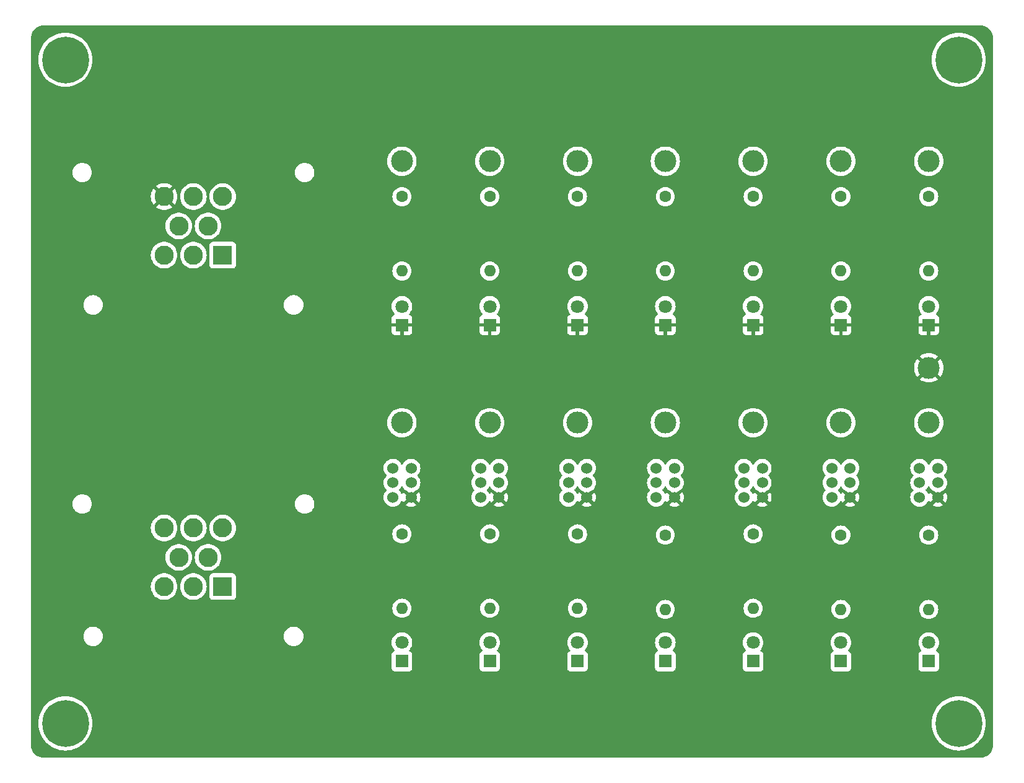
<source format=gbr>
%TF.GenerationSoftware,KiCad,Pcbnew,7.0.8*%
%TF.CreationDate,2023-11-26T15:41:55+00:00*%
%TF.ProjectId,relaybox_indicator_leds,72656c61-7962-46f7-985f-696e64696361,rev?*%
%TF.SameCoordinates,Original*%
%TF.FileFunction,Copper,L2,Bot*%
%TF.FilePolarity,Positive*%
%FSLAX46Y46*%
G04 Gerber Fmt 4.6, Leading zero omitted, Abs format (unit mm)*
G04 Created by KiCad (PCBNEW 7.0.8) date 2023-11-26 15:41:55*
%MOMM*%
%LPD*%
G01*
G04 APERTURE LIST*
%TA.AperFunction,ComponentPad*%
%ADD10R,1.800000X1.800000*%
%TD*%
%TA.AperFunction,ComponentPad*%
%ADD11C,1.800000*%
%TD*%
%TA.AperFunction,ComponentPad*%
%ADD12C,3.000000*%
%TD*%
%TA.AperFunction,ComponentPad*%
%ADD13C,1.600000*%
%TD*%
%TA.AperFunction,ComponentPad*%
%ADD14O,1.600000X1.600000*%
%TD*%
%TA.AperFunction,ComponentPad*%
%ADD15R,2.625000X2.625000*%
%TD*%
%TA.AperFunction,ComponentPad*%
%ADD16C,2.625000*%
%TD*%
%TA.AperFunction,ComponentPad*%
%ADD17C,6.400000*%
%TD*%
%TA.AperFunction,ComponentPad*%
%ADD18C,1.524000*%
%TD*%
G04 APERTURE END LIST*
D10*
%TO.P,D13,1,K*%
%TO.N,Net-(D13-K)*%
X137200000Y-118500000D03*
D11*
%TO.P,D13,2,A*%
%TO.N,Net-(D13-A)*%
X137200000Y-115960000D03*
%TD*%
D12*
%TO.P,TP12,1,1*%
%TO.N,/SIG5*%
X125200000Y-85900000D03*
%TD*%
D13*
%TO.P,R11,1*%
%TO.N,Net-(SW4A-B)*%
X113200000Y-101260000D03*
D14*
%TO.P,R11,2*%
%TO.N,Net-(D11-A)*%
X113200000Y-111420000D03*
%TD*%
D12*
%TO.P,TP13,1,1*%
%TO.N,/SIG6*%
X137200000Y-85900000D03*
%TD*%
D10*
%TO.P,D6,1,K*%
%TO.N,/GND*%
X137200000Y-72540000D03*
D11*
%TO.P,D6,2,A*%
%TO.N,Net-(D6-A)*%
X137200000Y-70000000D03*
%TD*%
D15*
%TO.P,J1,1,1*%
%TO.N,/POW1*%
X52700000Y-63000000D03*
D16*
%TO.P,J1,2,2*%
%TO.N,/POW2*%
X48700000Y-63000000D03*
%TO.P,J1,3,3*%
%TO.N,/POW3*%
X44700000Y-63000000D03*
%TO.P,J1,4,4*%
%TO.N,/POW4*%
X50700000Y-59000000D03*
%TO.P,J1,5,5*%
%TO.N,/POW5*%
X46700000Y-59000000D03*
%TO.P,J1,6,6*%
%TO.N,/POW6*%
X52700000Y-55000000D03*
%TO.P,J1,7,7*%
%TO.N,/POW7*%
X48700000Y-55000000D03*
%TO.P,J1,8,8*%
%TO.N,/GND*%
X44700000Y-55000000D03*
%TD*%
D12*
%TO.P,TP2,1,1*%
%TO.N,/POW2*%
X89200000Y-50160000D03*
%TD*%
%TO.P,TP10,1,1*%
%TO.N,/SIG3*%
X101200000Y-85900000D03*
%TD*%
%TO.P,TP6,1,1*%
%TO.N,/POW6*%
X137200000Y-50160000D03*
%TD*%
D13*
%TO.P,R9,1*%
%TO.N,Net-(SW2A-B)*%
X89200000Y-101100000D03*
D14*
%TO.P,R9,2*%
%TO.N,Net-(D9-A)*%
X89200000Y-111260000D03*
%TD*%
D10*
%TO.P,D9,1,K*%
%TO.N,Net-(D9-K)*%
X89200000Y-118500000D03*
D11*
%TO.P,D9,2,A*%
%TO.N,Net-(D9-A)*%
X89200000Y-115960000D03*
%TD*%
D10*
%TO.P,D3,1,K*%
%TO.N,/GND*%
X101200000Y-72540000D03*
D11*
%TO.P,D3,2,A*%
%TO.N,Net-(D3-A)*%
X101200000Y-70000000D03*
%TD*%
D17*
%TO.P,REF\u002A\u002A,1*%
%TO.N,N/C*%
X153300000Y-36300000D03*
%TD*%
D10*
%TO.P,D4,1,K*%
%TO.N,/GND*%
X113200000Y-72540000D03*
D11*
%TO.P,D4,2,A*%
%TO.N,Net-(D4-A)*%
X113200000Y-70000000D03*
%TD*%
D13*
%TO.P,R7,1*%
%TO.N,/POW7*%
X149200000Y-55000000D03*
D14*
%TO.P,R7,2*%
%TO.N,Net-(D7-A)*%
X149200000Y-65160000D03*
%TD*%
D13*
%TO.P,R14,1*%
%TO.N,Net-(SW7A-B)*%
X149200000Y-101260000D03*
D14*
%TO.P,R14,2*%
%TO.N,Net-(D14-A)*%
X149200000Y-111420000D03*
%TD*%
D12*
%TO.P,TP7,1,1*%
%TO.N,/POW7*%
X149200000Y-50160000D03*
%TD*%
D15*
%TO.P,J2,1,1*%
%TO.N,/SIG1*%
X52700000Y-108300000D03*
D16*
%TO.P,J2,2,2*%
%TO.N,/SIG2*%
X48700000Y-108300000D03*
%TO.P,J2,3,3*%
%TO.N,/SIG3*%
X44700000Y-108300000D03*
%TO.P,J2,4,4*%
%TO.N,/SIG4*%
X50700000Y-104300000D03*
%TO.P,J2,5,5*%
%TO.N,/SIG5*%
X46700000Y-104300000D03*
%TO.P,J2,6,6*%
%TO.N,/SIG6*%
X52700000Y-100300000D03*
%TO.P,J2,7,7*%
%TO.N,/SIG7*%
X48700000Y-100300000D03*
%TO.P,J2,8,8*%
%TO.N,/+12V*%
X44700000Y-100300000D03*
%TD*%
D17*
%TO.P,REF\u002A\u002A,1*%
%TO.N,N/C*%
X153300000Y-127000000D03*
%TD*%
D10*
%TO.P,D12,1,K*%
%TO.N,Net-(D12-K)*%
X125200000Y-118500000D03*
D11*
%TO.P,D12,2,A*%
%TO.N,Net-(D12-A)*%
X125200000Y-115960000D03*
%TD*%
D13*
%TO.P,R10,1*%
%TO.N,Net-(SW3A-B)*%
X101200000Y-101100000D03*
D14*
%TO.P,R10,2*%
%TO.N,Net-(D10-A)*%
X101200000Y-111260000D03*
%TD*%
D13*
%TO.P,R5,1*%
%TO.N,/POW5*%
X125200000Y-55000000D03*
D14*
%TO.P,R5,2*%
%TO.N,Net-(D5-A)*%
X125200000Y-65160000D03*
%TD*%
D12*
%TO.P,TP3,1,1*%
%TO.N,/POW3*%
X101200000Y-50160000D03*
%TD*%
D13*
%TO.P,R13,1*%
%TO.N,Net-(SW6A-B)*%
X137200000Y-101260000D03*
D14*
%TO.P,R13,2*%
%TO.N,Net-(D13-A)*%
X137200000Y-111420000D03*
%TD*%
D10*
%TO.P,D2,1,K*%
%TO.N,/GND*%
X89200000Y-72540000D03*
D11*
%TO.P,D2,2,A*%
%TO.N,Net-(D2-A)*%
X89200000Y-70000000D03*
%TD*%
D12*
%TO.P,TP5,1,1*%
%TO.N,/POW5*%
X125200000Y-50160000D03*
%TD*%
D13*
%TO.P,R12,1*%
%TO.N,Net-(SW5A-B)*%
X125200000Y-101100000D03*
D14*
%TO.P,R12,2*%
%TO.N,Net-(D12-A)*%
X125200000Y-111260000D03*
%TD*%
D18*
%TO.P,SW7,1,A*%
%TO.N,/SIG7*%
X147950000Y-96100000D03*
%TO.P,SW7,2,B*%
%TO.N,Net-(SW7A-B)*%
X147950000Y-94100000D03*
%TO.P,SW7,3,C*%
%TO.N,/+12V*%
X147950000Y-92100000D03*
%TO.P,SW7,4,A*%
%TO.N,/GND*%
X150450000Y-96100000D03*
%TO.P,SW7,5,B*%
%TO.N,Net-(D14-K)*%
X150450000Y-94100000D03*
%TO.P,SW7,6,C*%
%TO.N,/SIG7*%
X150450000Y-92100000D03*
%TD*%
D13*
%TO.P,R6,1*%
%TO.N,/POW6*%
X137200000Y-55000000D03*
D14*
%TO.P,R6,2*%
%TO.N,Net-(D6-A)*%
X137200000Y-65160000D03*
%TD*%
D13*
%TO.P,R4,1*%
%TO.N,/POW4*%
X113200000Y-55000000D03*
D14*
%TO.P,R4,2*%
%TO.N,Net-(D4-A)*%
X113200000Y-65160000D03*
%TD*%
D13*
%TO.P,R2,1*%
%TO.N,/POW2*%
X89200000Y-55000000D03*
D14*
%TO.P,R2,2*%
%TO.N,Net-(D2-A)*%
X89200000Y-65160000D03*
%TD*%
D12*
%TO.P,TP9,1,1*%
%TO.N,/SIG2*%
X89200000Y-85900000D03*
%TD*%
D17*
%TO.P,REF\u002A\u002A,1*%
%TO.N,N/C*%
X31200000Y-127000000D03*
%TD*%
D13*
%TO.P,R1,1*%
%TO.N,/POW1*%
X77200000Y-55000000D03*
D14*
%TO.P,R1,2*%
%TO.N,Net-(D1-A)*%
X77200000Y-65160000D03*
%TD*%
D18*
%TO.P,SW2,1,A*%
%TO.N,/SIG2*%
X87950000Y-96100000D03*
%TO.P,SW2,2,B*%
%TO.N,Net-(SW2A-B)*%
X87950000Y-94100000D03*
%TO.P,SW2,3,C*%
%TO.N,/+12V*%
X87950000Y-92100000D03*
%TO.P,SW2,4,A*%
%TO.N,/GND*%
X90450000Y-96100000D03*
%TO.P,SW2,5,B*%
%TO.N,Net-(D9-K)*%
X90450000Y-94100000D03*
%TO.P,SW2,6,C*%
%TO.N,/SIG2*%
X90450000Y-92100000D03*
%TD*%
%TO.P,SW3,1,A*%
%TO.N,/SIG3*%
X99950000Y-96100000D03*
%TO.P,SW3,2,B*%
%TO.N,Net-(SW3A-B)*%
X99950000Y-94100000D03*
%TO.P,SW3,3,C*%
%TO.N,/+12V*%
X99950000Y-92100000D03*
%TO.P,SW3,4,A*%
%TO.N,/GND*%
X102450000Y-96100000D03*
%TO.P,SW3,5,B*%
%TO.N,Net-(D10-K)*%
X102450000Y-94100000D03*
%TO.P,SW3,6,C*%
%TO.N,/SIG3*%
X102450000Y-92100000D03*
%TD*%
%TO.P,SW6,1,A*%
%TO.N,/SIG6*%
X135950000Y-96100000D03*
%TO.P,SW6,2,B*%
%TO.N,Net-(SW6A-B)*%
X135950000Y-94100000D03*
%TO.P,SW6,3,C*%
%TO.N,/+12V*%
X135950000Y-92100000D03*
%TO.P,SW6,4,A*%
%TO.N,/GND*%
X138450000Y-96100000D03*
%TO.P,SW6,5,B*%
%TO.N,Net-(D13-K)*%
X138450000Y-94100000D03*
%TO.P,SW6,6,C*%
%TO.N,/SIG6*%
X138450000Y-92100000D03*
%TD*%
D13*
%TO.P,R8,1*%
%TO.N,Net-(SW1A-B)*%
X77200000Y-101100000D03*
D14*
%TO.P,R8,2*%
%TO.N,Net-(D8-A)*%
X77200000Y-111260000D03*
%TD*%
D18*
%TO.P,SW4,1,A*%
%TO.N,/SIG4*%
X111950000Y-96100000D03*
%TO.P,SW4,2,B*%
%TO.N,Net-(SW4A-B)*%
X111950000Y-94100000D03*
%TO.P,SW4,3,C*%
%TO.N,/+12V*%
X111950000Y-92100000D03*
%TO.P,SW4,4,A*%
%TO.N,/GND*%
X114450000Y-96100000D03*
%TO.P,SW4,5,B*%
%TO.N,Net-(D11-K)*%
X114450000Y-94100000D03*
%TO.P,SW4,6,C*%
%TO.N,/SIG4*%
X114450000Y-92100000D03*
%TD*%
D12*
%TO.P,TP8,1,1*%
%TO.N,/SIG1*%
X77200000Y-85900000D03*
%TD*%
%TO.P,TP11,1,1*%
%TO.N,/SIG4*%
X113200000Y-85900000D03*
%TD*%
D17*
%TO.P,REF\u002A\u002A,1*%
%TO.N,N/C*%
X31200000Y-36300000D03*
%TD*%
D10*
%TO.P,D7,1,K*%
%TO.N,/GND*%
X149200000Y-72540000D03*
D11*
%TO.P,D7,2,A*%
%TO.N,Net-(D7-A)*%
X149200000Y-70000000D03*
%TD*%
D10*
%TO.P,D1,1,K*%
%TO.N,/GND*%
X77200000Y-72540000D03*
D11*
%TO.P,D1,2,A*%
%TO.N,Net-(D1-A)*%
X77200000Y-70000000D03*
%TD*%
D18*
%TO.P,SW1,1,A*%
%TO.N,/SIG1*%
X75950000Y-96100000D03*
%TO.P,SW1,2,B*%
%TO.N,Net-(SW1A-B)*%
X75950000Y-94100000D03*
%TO.P,SW1,3,C*%
%TO.N,/+12V*%
X75950000Y-92100000D03*
%TO.P,SW1,4,A*%
%TO.N,/GND*%
X78450000Y-96100000D03*
%TO.P,SW1,5,B*%
%TO.N,Net-(D8-K)*%
X78450000Y-94100000D03*
%TO.P,SW1,6,C*%
%TO.N,/SIG1*%
X78450000Y-92100000D03*
%TD*%
D10*
%TO.P,D11,1,K*%
%TO.N,Net-(D11-K)*%
X113200000Y-118500000D03*
D11*
%TO.P,D11,2,A*%
%TO.N,Net-(D11-A)*%
X113200000Y-115960000D03*
%TD*%
D12*
%TO.P,TP4,1,1*%
%TO.N,/POW4*%
X113200000Y-50160000D03*
%TD*%
%TO.P,TP14,1,1*%
%TO.N,/SIG7*%
X149200000Y-85900000D03*
%TD*%
D13*
%TO.P,R3,1*%
%TO.N,/POW3*%
X101200000Y-55000000D03*
D14*
%TO.P,R3,2*%
%TO.N,Net-(D3-A)*%
X101200000Y-65160000D03*
%TD*%
D10*
%TO.P,D14,1,K*%
%TO.N,Net-(D14-K)*%
X149200000Y-118500000D03*
D11*
%TO.P,D14,2,A*%
%TO.N,Net-(D14-A)*%
X149200000Y-115960000D03*
%TD*%
D10*
%TO.P,D5,1,K*%
%TO.N,/GND*%
X125200000Y-72540000D03*
D11*
%TO.P,D5,2,A*%
%TO.N,Net-(D5-A)*%
X125200000Y-70000000D03*
%TD*%
D18*
%TO.P,SW5,1,A*%
%TO.N,/SIG5*%
X123950000Y-96100000D03*
%TO.P,SW5,2,B*%
%TO.N,Net-(SW5A-B)*%
X123950000Y-94100000D03*
%TO.P,SW5,3,C*%
%TO.N,/+12V*%
X123950000Y-92100000D03*
%TO.P,SW5,4,A*%
%TO.N,/GND*%
X126450000Y-96100000D03*
%TO.P,SW5,5,B*%
%TO.N,Net-(D12-K)*%
X126450000Y-94100000D03*
%TO.P,SW5,6,C*%
%TO.N,/SIG5*%
X126450000Y-92100000D03*
%TD*%
D10*
%TO.P,D10,1,K*%
%TO.N,Net-(D10-K)*%
X101200000Y-118500000D03*
D11*
%TO.P,D10,2,A*%
%TO.N,Net-(D10-A)*%
X101200000Y-115960000D03*
%TD*%
D12*
%TO.P,TP1,1,1*%
%TO.N,/POW1*%
X77200000Y-50160000D03*
%TD*%
%TO.P,TP15,1,1*%
%TO.N,/GND*%
X149200000Y-78400000D03*
%TD*%
D10*
%TO.P,D8,1,K*%
%TO.N,Net-(D8-K)*%
X77200000Y-118500000D03*
D11*
%TO.P,D8,2,A*%
%TO.N,Net-(D8-A)*%
X77200000Y-115960000D03*
%TD*%
%TA.AperFunction,Conductor*%
%TO.N,/GND*%
G36*
X77267864Y-94596324D02*
G01*
X77312382Y-94647701D01*
X77352464Y-94733658D01*
X77352468Y-94733666D01*
X77479170Y-94914615D01*
X77479174Y-94914620D01*
X77635380Y-95070826D01*
X77816338Y-95197534D01*
X77955321Y-95262342D01*
X77990596Y-95287042D01*
X78422554Y-95719000D01*
X78418431Y-95719000D01*
X78324579Y-95734661D01*
X78212749Y-95795180D01*
X78126629Y-95888731D01*
X78075552Y-96005177D01*
X78069894Y-96073447D01*
X77398258Y-95401811D01*
X77398257Y-95401812D01*
X77352903Y-95466586D01*
X77312658Y-95552891D01*
X77266485Y-95605330D01*
X77199292Y-95624482D01*
X77132411Y-95604266D01*
X77087894Y-95552891D01*
X77047534Y-95466340D01*
X77047533Y-95466338D01*
X76920824Y-95285377D01*
X76823127Y-95187680D01*
X76789642Y-95126357D01*
X76794626Y-95056665D01*
X76823123Y-95012322D01*
X76920826Y-94914620D01*
X77047534Y-94733662D01*
X77087618Y-94647700D01*
X77133790Y-94595261D01*
X77200983Y-94576109D01*
X77267864Y-94596324D01*
G37*
%TD.AperFunction*%
%TA.AperFunction,Conductor*%
G36*
X89267864Y-94596324D02*
G01*
X89312382Y-94647701D01*
X89352464Y-94733658D01*
X89352468Y-94733666D01*
X89479170Y-94914615D01*
X89479174Y-94914620D01*
X89635380Y-95070826D01*
X89816338Y-95197534D01*
X89955321Y-95262342D01*
X89990596Y-95287042D01*
X90422554Y-95719000D01*
X90418431Y-95719000D01*
X90324579Y-95734661D01*
X90212749Y-95795180D01*
X90126629Y-95888731D01*
X90075552Y-96005177D01*
X90069894Y-96073447D01*
X89398258Y-95401811D01*
X89398257Y-95401812D01*
X89352903Y-95466586D01*
X89312658Y-95552891D01*
X89266485Y-95605330D01*
X89199292Y-95624482D01*
X89132411Y-95604266D01*
X89087894Y-95552891D01*
X89047534Y-95466340D01*
X89047533Y-95466338D01*
X88920824Y-95285377D01*
X88823127Y-95187680D01*
X88789642Y-95126357D01*
X88794626Y-95056665D01*
X88823123Y-95012322D01*
X88920826Y-94914620D01*
X89047534Y-94733662D01*
X89087618Y-94647700D01*
X89133790Y-94595261D01*
X89200983Y-94576109D01*
X89267864Y-94596324D01*
G37*
%TD.AperFunction*%
%TA.AperFunction,Conductor*%
G36*
X101267864Y-94596324D02*
G01*
X101312382Y-94647701D01*
X101352464Y-94733658D01*
X101352468Y-94733666D01*
X101479170Y-94914615D01*
X101479174Y-94914620D01*
X101635380Y-95070826D01*
X101816338Y-95197534D01*
X101955321Y-95262342D01*
X101990596Y-95287042D01*
X102422554Y-95719000D01*
X102418431Y-95719000D01*
X102324579Y-95734661D01*
X102212749Y-95795180D01*
X102126629Y-95888731D01*
X102075552Y-96005177D01*
X102069894Y-96073447D01*
X101398258Y-95401811D01*
X101398257Y-95401812D01*
X101352903Y-95466586D01*
X101312658Y-95552891D01*
X101266485Y-95605330D01*
X101199292Y-95624482D01*
X101132411Y-95604266D01*
X101087894Y-95552891D01*
X101047534Y-95466340D01*
X101047533Y-95466338D01*
X100920824Y-95285377D01*
X100823127Y-95187680D01*
X100789642Y-95126357D01*
X100794626Y-95056665D01*
X100823123Y-95012322D01*
X100920826Y-94914620D01*
X101047534Y-94733662D01*
X101087618Y-94647700D01*
X101133790Y-94595261D01*
X101200983Y-94576109D01*
X101267864Y-94596324D01*
G37*
%TD.AperFunction*%
%TA.AperFunction,Conductor*%
G36*
X113267864Y-94596324D02*
G01*
X113312382Y-94647701D01*
X113352464Y-94733658D01*
X113352468Y-94733666D01*
X113479170Y-94914615D01*
X113479174Y-94914620D01*
X113635380Y-95070826D01*
X113816338Y-95197534D01*
X113955321Y-95262342D01*
X113990596Y-95287042D01*
X114422554Y-95719000D01*
X114418431Y-95719000D01*
X114324579Y-95734661D01*
X114212749Y-95795180D01*
X114126629Y-95888731D01*
X114075552Y-96005177D01*
X114069894Y-96073447D01*
X113398258Y-95401811D01*
X113398257Y-95401812D01*
X113352903Y-95466586D01*
X113312658Y-95552891D01*
X113266485Y-95605330D01*
X113199292Y-95624482D01*
X113132411Y-95604266D01*
X113087894Y-95552891D01*
X113047534Y-95466340D01*
X113047533Y-95466338D01*
X112920824Y-95285377D01*
X112823127Y-95187680D01*
X112789642Y-95126357D01*
X112794626Y-95056665D01*
X112823123Y-95012322D01*
X112920826Y-94914620D01*
X113047534Y-94733662D01*
X113087618Y-94647700D01*
X113133790Y-94595261D01*
X113200983Y-94576109D01*
X113267864Y-94596324D01*
G37*
%TD.AperFunction*%
%TA.AperFunction,Conductor*%
G36*
X125267864Y-94596324D02*
G01*
X125312382Y-94647701D01*
X125352464Y-94733658D01*
X125352468Y-94733666D01*
X125479170Y-94914615D01*
X125479174Y-94914620D01*
X125635380Y-95070826D01*
X125816338Y-95197534D01*
X125955321Y-95262342D01*
X125990596Y-95287042D01*
X126422554Y-95719000D01*
X126418431Y-95719000D01*
X126324579Y-95734661D01*
X126212749Y-95795180D01*
X126126629Y-95888731D01*
X126075552Y-96005177D01*
X126069894Y-96073447D01*
X125398258Y-95401811D01*
X125398257Y-95401812D01*
X125352903Y-95466586D01*
X125312658Y-95552891D01*
X125266485Y-95605330D01*
X125199292Y-95624482D01*
X125132411Y-95604266D01*
X125087894Y-95552891D01*
X125047534Y-95466340D01*
X125047533Y-95466338D01*
X124920824Y-95285377D01*
X124823127Y-95187680D01*
X124789642Y-95126357D01*
X124794626Y-95056665D01*
X124823123Y-95012322D01*
X124920826Y-94914620D01*
X125047534Y-94733662D01*
X125087618Y-94647700D01*
X125133790Y-94595261D01*
X125200983Y-94576109D01*
X125267864Y-94596324D01*
G37*
%TD.AperFunction*%
%TA.AperFunction,Conductor*%
G36*
X137267864Y-94596324D02*
G01*
X137312382Y-94647701D01*
X137352464Y-94733658D01*
X137352468Y-94733666D01*
X137479170Y-94914615D01*
X137479174Y-94914620D01*
X137635380Y-95070826D01*
X137816338Y-95197534D01*
X137955321Y-95262342D01*
X137990596Y-95287042D01*
X138422554Y-95719000D01*
X138418431Y-95719000D01*
X138324579Y-95734661D01*
X138212749Y-95795180D01*
X138126629Y-95888731D01*
X138075552Y-96005177D01*
X138069894Y-96073447D01*
X137398258Y-95401811D01*
X137398257Y-95401812D01*
X137352903Y-95466586D01*
X137312658Y-95552891D01*
X137266485Y-95605330D01*
X137199292Y-95624482D01*
X137132411Y-95604266D01*
X137087894Y-95552891D01*
X137047534Y-95466340D01*
X137047533Y-95466338D01*
X136920824Y-95285377D01*
X136823127Y-95187680D01*
X136789642Y-95126357D01*
X136794626Y-95056665D01*
X136823123Y-95012322D01*
X136920826Y-94914620D01*
X137047534Y-94733662D01*
X137087618Y-94647700D01*
X137133790Y-94595261D01*
X137200983Y-94576109D01*
X137267864Y-94596324D01*
G37*
%TD.AperFunction*%
%TA.AperFunction,Conductor*%
G36*
X149267864Y-94596324D02*
G01*
X149312382Y-94647701D01*
X149352464Y-94733658D01*
X149352468Y-94733666D01*
X149479170Y-94914615D01*
X149479174Y-94914620D01*
X149635380Y-95070826D01*
X149816338Y-95197534D01*
X149955321Y-95262342D01*
X149990596Y-95287042D01*
X150422554Y-95719000D01*
X150418431Y-95719000D01*
X150324579Y-95734661D01*
X150212749Y-95795180D01*
X150126629Y-95888731D01*
X150075552Y-96005177D01*
X150069894Y-96073447D01*
X149398258Y-95401811D01*
X149398257Y-95401812D01*
X149352903Y-95466586D01*
X149312658Y-95552891D01*
X149266485Y-95605330D01*
X149199292Y-95624482D01*
X149132411Y-95604266D01*
X149087894Y-95552891D01*
X149047534Y-95466340D01*
X149047533Y-95466338D01*
X148920824Y-95285377D01*
X148823127Y-95187680D01*
X148789642Y-95126357D01*
X148794626Y-95056665D01*
X148823123Y-95012322D01*
X148920826Y-94914620D01*
X149047534Y-94733662D01*
X149087618Y-94647700D01*
X149133790Y-94595261D01*
X149200983Y-94576109D01*
X149267864Y-94596324D01*
G37*
%TD.AperFunction*%
%TA.AperFunction,Conductor*%
G36*
X156302208Y-31600657D02*
G01*
X156533020Y-31617165D01*
X156550529Y-31619683D01*
X156770144Y-31667458D01*
X156787103Y-31672437D01*
X156997694Y-31750983D01*
X157013777Y-31758327D01*
X157211036Y-31866040D01*
X157225919Y-31875605D01*
X157405836Y-32010289D01*
X157419207Y-32021875D01*
X157578124Y-32180792D01*
X157589710Y-32194163D01*
X157724394Y-32374080D01*
X157733959Y-32388963D01*
X157841669Y-32586217D01*
X157849019Y-32602311D01*
X157927559Y-32812887D01*
X157932543Y-32829862D01*
X157980316Y-33049470D01*
X157982834Y-33066982D01*
X157999341Y-33297787D01*
X157999499Y-33302211D01*
X157999499Y-129997785D01*
X157999341Y-130002209D01*
X157982833Y-130233018D01*
X157980315Y-130250530D01*
X157932544Y-130470133D01*
X157927560Y-130487109D01*
X157849017Y-130697690D01*
X157841667Y-130713783D01*
X157733959Y-130911035D01*
X157724394Y-130925918D01*
X157589710Y-131105835D01*
X157578124Y-131119206D01*
X157419206Y-131278124D01*
X157405835Y-131289710D01*
X157225918Y-131424394D01*
X157211035Y-131433959D01*
X157013783Y-131541667D01*
X156997690Y-131549017D01*
X156787109Y-131627560D01*
X156770133Y-131632544D01*
X156550530Y-131680315D01*
X156533018Y-131682833D01*
X156322913Y-131697860D01*
X156302207Y-131699341D01*
X156297785Y-131699499D01*
X28202215Y-131699499D01*
X28197792Y-131699341D01*
X28174520Y-131697676D01*
X27966981Y-131682833D01*
X27949469Y-131680315D01*
X27729866Y-131632544D01*
X27712890Y-131627560D01*
X27502309Y-131549017D01*
X27486216Y-131541667D01*
X27288964Y-131433959D01*
X27274081Y-131424394D01*
X27094164Y-131289710D01*
X27080793Y-131278124D01*
X26921875Y-131119206D01*
X26910289Y-131105835D01*
X26775605Y-130925918D01*
X26766040Y-130911035D01*
X26658332Y-130713783D01*
X26650985Y-130697697D01*
X26572436Y-130487101D01*
X26567457Y-130470142D01*
X26519683Y-130250524D01*
X26517166Y-130233018D01*
X26515457Y-130209125D01*
X26500658Y-130002207D01*
X26500501Y-129997785D01*
X26500501Y-129927743D01*
X26500500Y-129927737D01*
X26500500Y-127000000D01*
X27494422Y-127000000D01*
X27514722Y-127387339D01*
X27575397Y-127770427D01*
X27575397Y-127770429D01*
X27675788Y-128145094D01*
X27814787Y-128507197D01*
X27990877Y-128852793D01*
X28202122Y-129178082D01*
X28202124Y-129178084D01*
X28446219Y-129479516D01*
X28720484Y-129753781D01*
X28720488Y-129753784D01*
X29021917Y-129997877D01*
X29025185Y-129999999D01*
X29347211Y-130209125D01*
X29692806Y-130385214D01*
X30054913Y-130524214D01*
X30429567Y-130624602D01*
X30812662Y-130685278D01*
X31178576Y-130704455D01*
X31199999Y-130705578D01*
X31200000Y-130705578D01*
X31200001Y-130705578D01*
X31220301Y-130704514D01*
X31587338Y-130685278D01*
X31970433Y-130624602D01*
X32345087Y-130524214D01*
X32707194Y-130385214D01*
X33052789Y-130209125D01*
X33378084Y-129997876D01*
X33679516Y-129753781D01*
X33953781Y-129479516D01*
X34197876Y-129178084D01*
X34409125Y-128852789D01*
X34585214Y-128507194D01*
X34724214Y-128145087D01*
X34824602Y-127770433D01*
X34885278Y-127387338D01*
X34905578Y-127000000D01*
X149594422Y-127000000D01*
X149614722Y-127387339D01*
X149675397Y-127770427D01*
X149675397Y-127770429D01*
X149775788Y-128145094D01*
X149914787Y-128507197D01*
X150090877Y-128852793D01*
X150302122Y-129178082D01*
X150302124Y-129178084D01*
X150546219Y-129479516D01*
X150820484Y-129753781D01*
X150820488Y-129753784D01*
X151121917Y-129997877D01*
X151125185Y-129999999D01*
X151447211Y-130209125D01*
X151792806Y-130385214D01*
X152154913Y-130524214D01*
X152529567Y-130624602D01*
X152912662Y-130685278D01*
X153278576Y-130704455D01*
X153299999Y-130705578D01*
X153300000Y-130705578D01*
X153300001Y-130705578D01*
X153320301Y-130704514D01*
X153687338Y-130685278D01*
X154070433Y-130624602D01*
X154445087Y-130524214D01*
X154807194Y-130385214D01*
X155152789Y-130209125D01*
X155478084Y-129997876D01*
X155779516Y-129753781D01*
X156053781Y-129479516D01*
X156297876Y-129178084D01*
X156509125Y-128852789D01*
X156685214Y-128507194D01*
X156824214Y-128145087D01*
X156924602Y-127770433D01*
X156985278Y-127387338D01*
X157005578Y-127000000D01*
X156985278Y-126612662D01*
X156924602Y-126229567D01*
X156824214Y-125854913D01*
X156685214Y-125492806D01*
X156509125Y-125147211D01*
X156297876Y-124821916D01*
X156053781Y-124520484D01*
X155779516Y-124246219D01*
X155478084Y-124002124D01*
X155478082Y-124002122D01*
X155152793Y-123790877D01*
X154807197Y-123614787D01*
X154445094Y-123475788D01*
X154445087Y-123475786D01*
X154070433Y-123375398D01*
X154070429Y-123375397D01*
X154070428Y-123375397D01*
X153687339Y-123314722D01*
X153300001Y-123294422D01*
X153299999Y-123294422D01*
X152912660Y-123314722D01*
X152529572Y-123375397D01*
X152529570Y-123375397D01*
X152154905Y-123475788D01*
X151792802Y-123614787D01*
X151447206Y-123790877D01*
X151121917Y-124002122D01*
X150820488Y-124246215D01*
X150820480Y-124246222D01*
X150546222Y-124520480D01*
X150546215Y-124520488D01*
X150302122Y-124821917D01*
X150090877Y-125147206D01*
X149914787Y-125492802D01*
X149775788Y-125854905D01*
X149675397Y-126229570D01*
X149675397Y-126229572D01*
X149614722Y-126612660D01*
X149594422Y-126999999D01*
X149594422Y-127000000D01*
X34905578Y-127000000D01*
X34885278Y-126612662D01*
X34824602Y-126229567D01*
X34724214Y-125854913D01*
X34585214Y-125492806D01*
X34409125Y-125147211D01*
X34197876Y-124821916D01*
X33953781Y-124520484D01*
X33679516Y-124246219D01*
X33378084Y-124002124D01*
X33378082Y-124002122D01*
X33052793Y-123790877D01*
X32707197Y-123614787D01*
X32345094Y-123475788D01*
X32345087Y-123475786D01*
X31970433Y-123375398D01*
X31970429Y-123375397D01*
X31970428Y-123375397D01*
X31587339Y-123314722D01*
X31200001Y-123294422D01*
X31199999Y-123294422D01*
X30812660Y-123314722D01*
X30429572Y-123375397D01*
X30429570Y-123375397D01*
X30054905Y-123475788D01*
X29692802Y-123614787D01*
X29347206Y-123790877D01*
X29021917Y-124002122D01*
X28720488Y-124246215D01*
X28720480Y-124246222D01*
X28446222Y-124520480D01*
X28446215Y-124520488D01*
X28202122Y-124821917D01*
X27990877Y-125147206D01*
X27814787Y-125492802D01*
X27675788Y-125854905D01*
X27575397Y-126229570D01*
X27575397Y-126229572D01*
X27514722Y-126612660D01*
X27494422Y-126999999D01*
X27494422Y-127000000D01*
X26500500Y-127000000D01*
X26500500Y-115100002D01*
X33664418Y-115100002D01*
X33684708Y-115331919D01*
X33684708Y-115331923D01*
X33744960Y-115556788D01*
X33744962Y-115556792D01*
X33744963Y-115556796D01*
X33794157Y-115662293D01*
X33843351Y-115767790D01*
X33843352Y-115767792D01*
X33976881Y-115958491D01*
X33976886Y-115958497D01*
X34141502Y-116123113D01*
X34141508Y-116123118D01*
X34332207Y-116256647D01*
X34332209Y-116256648D01*
X34543204Y-116355037D01*
X34768079Y-116415292D01*
X34941911Y-116430500D01*
X35058089Y-116430500D01*
X35231921Y-116415292D01*
X35456796Y-116355037D01*
X35667791Y-116256648D01*
X35858496Y-116123115D01*
X36023115Y-115958496D01*
X36156648Y-115767791D01*
X36255037Y-115556796D01*
X36315292Y-115331921D01*
X36335582Y-115100002D01*
X61064418Y-115100002D01*
X61084708Y-115331919D01*
X61084708Y-115331923D01*
X61144960Y-115556788D01*
X61144962Y-115556792D01*
X61144963Y-115556796D01*
X61194157Y-115662293D01*
X61243351Y-115767790D01*
X61243352Y-115767792D01*
X61376881Y-115958491D01*
X61376886Y-115958497D01*
X61541502Y-116123113D01*
X61541508Y-116123118D01*
X61732207Y-116256647D01*
X61732209Y-116256648D01*
X61943204Y-116355037D01*
X62168079Y-116415292D01*
X62341911Y-116430500D01*
X62458089Y-116430500D01*
X62631921Y-116415292D01*
X62856796Y-116355037D01*
X63067791Y-116256648D01*
X63258496Y-116123115D01*
X63421605Y-115960006D01*
X75794700Y-115960006D01*
X75813864Y-116191297D01*
X75813866Y-116191308D01*
X75870842Y-116416300D01*
X75964075Y-116628848D01*
X76091016Y-116823147D01*
X76091019Y-116823151D01*
X76091021Y-116823153D01*
X76185803Y-116926114D01*
X76216724Y-116988767D01*
X76208864Y-117058193D01*
X76164716Y-117112348D01*
X76137906Y-117126277D01*
X76057669Y-117156203D01*
X76057664Y-117156206D01*
X75942455Y-117242452D01*
X75942452Y-117242455D01*
X75856206Y-117357664D01*
X75856202Y-117357671D01*
X75805908Y-117492517D01*
X75799501Y-117552116D01*
X75799501Y-117552123D01*
X75799500Y-117552135D01*
X75799500Y-119447870D01*
X75799501Y-119447876D01*
X75805908Y-119507483D01*
X75856202Y-119642328D01*
X75856206Y-119642335D01*
X75942452Y-119757544D01*
X75942455Y-119757547D01*
X76057664Y-119843793D01*
X76057671Y-119843797D01*
X76192517Y-119894091D01*
X76192516Y-119894091D01*
X76199444Y-119894835D01*
X76252127Y-119900500D01*
X78147872Y-119900499D01*
X78207483Y-119894091D01*
X78342331Y-119843796D01*
X78457546Y-119757546D01*
X78543796Y-119642331D01*
X78594091Y-119507483D01*
X78600500Y-119447873D01*
X78600499Y-117552128D01*
X78594091Y-117492517D01*
X78543796Y-117357669D01*
X78543795Y-117357668D01*
X78543793Y-117357664D01*
X78457547Y-117242455D01*
X78457544Y-117242452D01*
X78342335Y-117156206D01*
X78342328Y-117156202D01*
X78262094Y-117126277D01*
X78206160Y-117084406D01*
X78181743Y-117018941D01*
X78196595Y-116950668D01*
X78214190Y-116926121D01*
X78308979Y-116823153D01*
X78435924Y-116628849D01*
X78529157Y-116416300D01*
X78586134Y-116191305D01*
X78591784Y-116123118D01*
X78605300Y-115960006D01*
X87794700Y-115960006D01*
X87813864Y-116191297D01*
X87813866Y-116191308D01*
X87870842Y-116416300D01*
X87964075Y-116628848D01*
X88091016Y-116823147D01*
X88091019Y-116823151D01*
X88091021Y-116823153D01*
X88185803Y-116926114D01*
X88216724Y-116988767D01*
X88208864Y-117058193D01*
X88164716Y-117112348D01*
X88137906Y-117126277D01*
X88057669Y-117156203D01*
X88057664Y-117156206D01*
X87942455Y-117242452D01*
X87942452Y-117242455D01*
X87856206Y-117357664D01*
X87856202Y-117357671D01*
X87805908Y-117492517D01*
X87799501Y-117552116D01*
X87799501Y-117552123D01*
X87799500Y-117552135D01*
X87799500Y-119447870D01*
X87799501Y-119447876D01*
X87805908Y-119507483D01*
X87856202Y-119642328D01*
X87856206Y-119642335D01*
X87942452Y-119757544D01*
X87942455Y-119757547D01*
X88057664Y-119843793D01*
X88057671Y-119843797D01*
X88192517Y-119894091D01*
X88192516Y-119894091D01*
X88199444Y-119894835D01*
X88252127Y-119900500D01*
X90147872Y-119900499D01*
X90207483Y-119894091D01*
X90342331Y-119843796D01*
X90457546Y-119757546D01*
X90543796Y-119642331D01*
X90594091Y-119507483D01*
X90600500Y-119447873D01*
X90600499Y-117552128D01*
X90594091Y-117492517D01*
X90543796Y-117357669D01*
X90543795Y-117357668D01*
X90543793Y-117357664D01*
X90457547Y-117242455D01*
X90457544Y-117242452D01*
X90342335Y-117156206D01*
X90342328Y-117156202D01*
X90262094Y-117126277D01*
X90206160Y-117084406D01*
X90181743Y-117018941D01*
X90196595Y-116950668D01*
X90214190Y-116926121D01*
X90308979Y-116823153D01*
X90435924Y-116628849D01*
X90529157Y-116416300D01*
X90586134Y-116191305D01*
X90591784Y-116123118D01*
X90605300Y-115960006D01*
X99794700Y-115960006D01*
X99813864Y-116191297D01*
X99813866Y-116191308D01*
X99870842Y-116416300D01*
X99964075Y-116628848D01*
X100091016Y-116823147D01*
X100091019Y-116823151D01*
X100091021Y-116823153D01*
X100185803Y-116926114D01*
X100216724Y-116988767D01*
X100208864Y-117058193D01*
X100164716Y-117112348D01*
X100137906Y-117126277D01*
X100057669Y-117156203D01*
X100057664Y-117156206D01*
X99942455Y-117242452D01*
X99942452Y-117242455D01*
X99856206Y-117357664D01*
X99856202Y-117357671D01*
X99805908Y-117492517D01*
X99799501Y-117552116D01*
X99799501Y-117552123D01*
X99799500Y-117552135D01*
X99799500Y-119447870D01*
X99799501Y-119447876D01*
X99805908Y-119507483D01*
X99856202Y-119642328D01*
X99856206Y-119642335D01*
X99942452Y-119757544D01*
X99942455Y-119757547D01*
X100057664Y-119843793D01*
X100057671Y-119843797D01*
X100192517Y-119894091D01*
X100192516Y-119894091D01*
X100199444Y-119894835D01*
X100252127Y-119900500D01*
X102147872Y-119900499D01*
X102207483Y-119894091D01*
X102342331Y-119843796D01*
X102457546Y-119757546D01*
X102543796Y-119642331D01*
X102594091Y-119507483D01*
X102600500Y-119447873D01*
X102600499Y-117552128D01*
X102594091Y-117492517D01*
X102543796Y-117357669D01*
X102543795Y-117357668D01*
X102543793Y-117357664D01*
X102457547Y-117242455D01*
X102457544Y-117242452D01*
X102342335Y-117156206D01*
X102342328Y-117156202D01*
X102262094Y-117126277D01*
X102206160Y-117084406D01*
X102181743Y-117018941D01*
X102196595Y-116950668D01*
X102214190Y-116926121D01*
X102308979Y-116823153D01*
X102435924Y-116628849D01*
X102529157Y-116416300D01*
X102586134Y-116191305D01*
X102591784Y-116123118D01*
X102605300Y-115960006D01*
X111794700Y-115960006D01*
X111813864Y-116191297D01*
X111813866Y-116191308D01*
X111870842Y-116416300D01*
X111964075Y-116628848D01*
X112091016Y-116823147D01*
X112091019Y-116823151D01*
X112091021Y-116823153D01*
X112185803Y-116926114D01*
X112216724Y-116988767D01*
X112208864Y-117058193D01*
X112164716Y-117112348D01*
X112137906Y-117126277D01*
X112057669Y-117156203D01*
X112057664Y-117156206D01*
X111942455Y-117242452D01*
X111942452Y-117242455D01*
X111856206Y-117357664D01*
X111856202Y-117357671D01*
X111805908Y-117492517D01*
X111799501Y-117552116D01*
X111799501Y-117552123D01*
X111799500Y-117552135D01*
X111799500Y-119447870D01*
X111799501Y-119447876D01*
X111805908Y-119507483D01*
X111856202Y-119642328D01*
X111856206Y-119642335D01*
X111942452Y-119757544D01*
X111942455Y-119757547D01*
X112057664Y-119843793D01*
X112057671Y-119843797D01*
X112192517Y-119894091D01*
X112192516Y-119894091D01*
X112199444Y-119894835D01*
X112252127Y-119900500D01*
X114147872Y-119900499D01*
X114207483Y-119894091D01*
X114342331Y-119843796D01*
X114457546Y-119757546D01*
X114543796Y-119642331D01*
X114594091Y-119507483D01*
X114600500Y-119447873D01*
X114600499Y-117552128D01*
X114594091Y-117492517D01*
X114543796Y-117357669D01*
X114543795Y-117357668D01*
X114543793Y-117357664D01*
X114457547Y-117242455D01*
X114457544Y-117242452D01*
X114342335Y-117156206D01*
X114342328Y-117156202D01*
X114262094Y-117126277D01*
X114206160Y-117084406D01*
X114181743Y-117018941D01*
X114196595Y-116950668D01*
X114214190Y-116926121D01*
X114308979Y-116823153D01*
X114435924Y-116628849D01*
X114529157Y-116416300D01*
X114586134Y-116191305D01*
X114591784Y-116123118D01*
X114605300Y-115960006D01*
X123794700Y-115960006D01*
X123813864Y-116191297D01*
X123813866Y-116191308D01*
X123870842Y-116416300D01*
X123964075Y-116628848D01*
X124091016Y-116823147D01*
X124091019Y-116823151D01*
X124091021Y-116823153D01*
X124185803Y-116926114D01*
X124216724Y-116988767D01*
X124208864Y-117058193D01*
X124164716Y-117112348D01*
X124137906Y-117126277D01*
X124057669Y-117156203D01*
X124057664Y-117156206D01*
X123942455Y-117242452D01*
X123942452Y-117242455D01*
X123856206Y-117357664D01*
X123856202Y-117357671D01*
X123805908Y-117492517D01*
X123799501Y-117552116D01*
X123799501Y-117552123D01*
X123799500Y-117552135D01*
X123799500Y-119447870D01*
X123799501Y-119447876D01*
X123805908Y-119507483D01*
X123856202Y-119642328D01*
X123856206Y-119642335D01*
X123942452Y-119757544D01*
X123942455Y-119757547D01*
X124057664Y-119843793D01*
X124057671Y-119843797D01*
X124192517Y-119894091D01*
X124192516Y-119894091D01*
X124199444Y-119894835D01*
X124252127Y-119900500D01*
X126147872Y-119900499D01*
X126207483Y-119894091D01*
X126342331Y-119843796D01*
X126457546Y-119757546D01*
X126543796Y-119642331D01*
X126594091Y-119507483D01*
X126600500Y-119447873D01*
X126600499Y-117552128D01*
X126594091Y-117492517D01*
X126543796Y-117357669D01*
X126543795Y-117357668D01*
X126543793Y-117357664D01*
X126457547Y-117242455D01*
X126457544Y-117242452D01*
X126342335Y-117156206D01*
X126342328Y-117156202D01*
X126262094Y-117126277D01*
X126206160Y-117084406D01*
X126181743Y-117018941D01*
X126196595Y-116950668D01*
X126214190Y-116926121D01*
X126308979Y-116823153D01*
X126435924Y-116628849D01*
X126529157Y-116416300D01*
X126586134Y-116191305D01*
X126591784Y-116123118D01*
X126605300Y-115960006D01*
X135794700Y-115960006D01*
X135813864Y-116191297D01*
X135813866Y-116191308D01*
X135870842Y-116416300D01*
X135964075Y-116628848D01*
X136091016Y-116823147D01*
X136091019Y-116823151D01*
X136091021Y-116823153D01*
X136185803Y-116926114D01*
X136216724Y-116988767D01*
X136208864Y-117058193D01*
X136164716Y-117112348D01*
X136137906Y-117126277D01*
X136057669Y-117156203D01*
X136057664Y-117156206D01*
X135942455Y-117242452D01*
X135942452Y-117242455D01*
X135856206Y-117357664D01*
X135856202Y-117357671D01*
X135805908Y-117492517D01*
X135799501Y-117552116D01*
X135799501Y-117552123D01*
X135799500Y-117552135D01*
X135799500Y-119447870D01*
X135799501Y-119447876D01*
X135805908Y-119507483D01*
X135856202Y-119642328D01*
X135856206Y-119642335D01*
X135942452Y-119757544D01*
X135942455Y-119757547D01*
X136057664Y-119843793D01*
X136057671Y-119843797D01*
X136192517Y-119894091D01*
X136192516Y-119894091D01*
X136199444Y-119894835D01*
X136252127Y-119900500D01*
X138147872Y-119900499D01*
X138207483Y-119894091D01*
X138342331Y-119843796D01*
X138457546Y-119757546D01*
X138543796Y-119642331D01*
X138594091Y-119507483D01*
X138600500Y-119447873D01*
X138600499Y-117552128D01*
X138594091Y-117492517D01*
X138543796Y-117357669D01*
X138543795Y-117357668D01*
X138543793Y-117357664D01*
X138457547Y-117242455D01*
X138457544Y-117242452D01*
X138342335Y-117156206D01*
X138342328Y-117156202D01*
X138262094Y-117126277D01*
X138206160Y-117084406D01*
X138181743Y-117018941D01*
X138196595Y-116950668D01*
X138214190Y-116926121D01*
X138308979Y-116823153D01*
X138435924Y-116628849D01*
X138529157Y-116416300D01*
X138586134Y-116191305D01*
X138591784Y-116123118D01*
X138605300Y-115960006D01*
X147794700Y-115960006D01*
X147813864Y-116191297D01*
X147813866Y-116191308D01*
X147870842Y-116416300D01*
X147964075Y-116628848D01*
X148091016Y-116823147D01*
X148091019Y-116823151D01*
X148091021Y-116823153D01*
X148185803Y-116926114D01*
X148216724Y-116988767D01*
X148208864Y-117058193D01*
X148164716Y-117112348D01*
X148137906Y-117126277D01*
X148057669Y-117156203D01*
X148057664Y-117156206D01*
X147942455Y-117242452D01*
X147942452Y-117242455D01*
X147856206Y-117357664D01*
X147856202Y-117357671D01*
X147805908Y-117492517D01*
X147799501Y-117552116D01*
X147799501Y-117552123D01*
X147799500Y-117552135D01*
X147799500Y-119447870D01*
X147799501Y-119447876D01*
X147805908Y-119507483D01*
X147856202Y-119642328D01*
X147856206Y-119642335D01*
X147942452Y-119757544D01*
X147942455Y-119757547D01*
X148057664Y-119843793D01*
X148057671Y-119843797D01*
X148192517Y-119894091D01*
X148192516Y-119894091D01*
X148199444Y-119894835D01*
X148252127Y-119900500D01*
X150147872Y-119900499D01*
X150207483Y-119894091D01*
X150342331Y-119843796D01*
X150457546Y-119757546D01*
X150543796Y-119642331D01*
X150594091Y-119507483D01*
X150600500Y-119447873D01*
X150600499Y-117552128D01*
X150594091Y-117492517D01*
X150543796Y-117357669D01*
X150543795Y-117357668D01*
X150543793Y-117357664D01*
X150457547Y-117242455D01*
X150457544Y-117242452D01*
X150342335Y-117156206D01*
X150342328Y-117156202D01*
X150262094Y-117126277D01*
X150206160Y-117084406D01*
X150181743Y-117018941D01*
X150196595Y-116950668D01*
X150214190Y-116926121D01*
X150308979Y-116823153D01*
X150435924Y-116628849D01*
X150529157Y-116416300D01*
X150586134Y-116191305D01*
X150591784Y-116123118D01*
X150605300Y-115960006D01*
X150605300Y-115959993D01*
X150586135Y-115728702D01*
X150586133Y-115728691D01*
X150529157Y-115503699D01*
X150435924Y-115291151D01*
X150308983Y-115096852D01*
X150308980Y-115096849D01*
X150308979Y-115096847D01*
X150151784Y-114926087D01*
X150151779Y-114926083D01*
X150151777Y-114926081D01*
X149968634Y-114783535D01*
X149968628Y-114783531D01*
X149764504Y-114673064D01*
X149764495Y-114673061D01*
X149544984Y-114597702D01*
X149373282Y-114569050D01*
X149316049Y-114559500D01*
X149083951Y-114559500D01*
X149038164Y-114567140D01*
X148855015Y-114597702D01*
X148635504Y-114673061D01*
X148635495Y-114673064D01*
X148431371Y-114783531D01*
X148431365Y-114783535D01*
X148248222Y-114926081D01*
X148248219Y-114926084D01*
X148091016Y-115096852D01*
X147964075Y-115291151D01*
X147870842Y-115503699D01*
X147813866Y-115728691D01*
X147813864Y-115728702D01*
X147794700Y-115959993D01*
X147794700Y-115960006D01*
X138605300Y-115960006D01*
X138605300Y-115959993D01*
X138586135Y-115728702D01*
X138586133Y-115728691D01*
X138529157Y-115503699D01*
X138435924Y-115291151D01*
X138308983Y-115096852D01*
X138308980Y-115096849D01*
X138308979Y-115096847D01*
X138151784Y-114926087D01*
X138151779Y-114926083D01*
X138151777Y-114926081D01*
X137968634Y-114783535D01*
X137968628Y-114783531D01*
X137764504Y-114673064D01*
X137764495Y-114673061D01*
X137544984Y-114597702D01*
X137373282Y-114569050D01*
X137316049Y-114559500D01*
X137083951Y-114559500D01*
X137038164Y-114567140D01*
X136855015Y-114597702D01*
X136635504Y-114673061D01*
X136635495Y-114673064D01*
X136431371Y-114783531D01*
X136431365Y-114783535D01*
X136248222Y-114926081D01*
X136248219Y-114926084D01*
X136091016Y-115096852D01*
X135964075Y-115291151D01*
X135870842Y-115503699D01*
X135813866Y-115728691D01*
X135813864Y-115728702D01*
X135794700Y-115959993D01*
X135794700Y-115960006D01*
X126605300Y-115960006D01*
X126605300Y-115959993D01*
X126586135Y-115728702D01*
X126586133Y-115728691D01*
X126529157Y-115503699D01*
X126435924Y-115291151D01*
X126308983Y-115096852D01*
X126308980Y-115096849D01*
X126308979Y-115096847D01*
X126151784Y-114926087D01*
X126151779Y-114926083D01*
X126151777Y-114926081D01*
X125968634Y-114783535D01*
X125968628Y-114783531D01*
X125764504Y-114673064D01*
X125764495Y-114673061D01*
X125544984Y-114597702D01*
X125373282Y-114569050D01*
X125316049Y-114559500D01*
X125083951Y-114559500D01*
X125038164Y-114567140D01*
X124855015Y-114597702D01*
X124635504Y-114673061D01*
X124635495Y-114673064D01*
X124431371Y-114783531D01*
X124431365Y-114783535D01*
X124248222Y-114926081D01*
X124248219Y-114926084D01*
X124091016Y-115096852D01*
X123964075Y-115291151D01*
X123870842Y-115503699D01*
X123813866Y-115728691D01*
X123813864Y-115728702D01*
X123794700Y-115959993D01*
X123794700Y-115960006D01*
X114605300Y-115960006D01*
X114605300Y-115959993D01*
X114586135Y-115728702D01*
X114586133Y-115728691D01*
X114529157Y-115503699D01*
X114435924Y-115291151D01*
X114308983Y-115096852D01*
X114308980Y-115096849D01*
X114308979Y-115096847D01*
X114151784Y-114926087D01*
X114151779Y-114926083D01*
X114151777Y-114926081D01*
X113968634Y-114783535D01*
X113968628Y-114783531D01*
X113764504Y-114673064D01*
X113764495Y-114673061D01*
X113544984Y-114597702D01*
X113373282Y-114569050D01*
X113316049Y-114559500D01*
X113083951Y-114559500D01*
X113038164Y-114567140D01*
X112855015Y-114597702D01*
X112635504Y-114673061D01*
X112635495Y-114673064D01*
X112431371Y-114783531D01*
X112431365Y-114783535D01*
X112248222Y-114926081D01*
X112248219Y-114926084D01*
X112091016Y-115096852D01*
X111964075Y-115291151D01*
X111870842Y-115503699D01*
X111813866Y-115728691D01*
X111813864Y-115728702D01*
X111794700Y-115959993D01*
X111794700Y-115960006D01*
X102605300Y-115960006D01*
X102605300Y-115959993D01*
X102586135Y-115728702D01*
X102586133Y-115728691D01*
X102529157Y-115503699D01*
X102435924Y-115291151D01*
X102308983Y-115096852D01*
X102308980Y-115096849D01*
X102308979Y-115096847D01*
X102151784Y-114926087D01*
X102151779Y-114926083D01*
X102151777Y-114926081D01*
X101968634Y-114783535D01*
X101968628Y-114783531D01*
X101764504Y-114673064D01*
X101764495Y-114673061D01*
X101544984Y-114597702D01*
X101373282Y-114569050D01*
X101316049Y-114559500D01*
X101083951Y-114559500D01*
X101038164Y-114567140D01*
X100855015Y-114597702D01*
X100635504Y-114673061D01*
X100635495Y-114673064D01*
X100431371Y-114783531D01*
X100431365Y-114783535D01*
X100248222Y-114926081D01*
X100248219Y-114926084D01*
X100091016Y-115096852D01*
X99964075Y-115291151D01*
X99870842Y-115503699D01*
X99813866Y-115728691D01*
X99813864Y-115728702D01*
X99794700Y-115959993D01*
X99794700Y-115960006D01*
X90605300Y-115960006D01*
X90605300Y-115959993D01*
X90586135Y-115728702D01*
X90586133Y-115728691D01*
X90529157Y-115503699D01*
X90435924Y-115291151D01*
X90308983Y-115096852D01*
X90308980Y-115096849D01*
X90308979Y-115096847D01*
X90151784Y-114926087D01*
X90151779Y-114926083D01*
X90151777Y-114926081D01*
X89968634Y-114783535D01*
X89968628Y-114783531D01*
X89764504Y-114673064D01*
X89764495Y-114673061D01*
X89544984Y-114597702D01*
X89373282Y-114569050D01*
X89316049Y-114559500D01*
X89083951Y-114559500D01*
X89038164Y-114567140D01*
X88855015Y-114597702D01*
X88635504Y-114673061D01*
X88635495Y-114673064D01*
X88431371Y-114783531D01*
X88431365Y-114783535D01*
X88248222Y-114926081D01*
X88248219Y-114926084D01*
X88091016Y-115096852D01*
X87964075Y-115291151D01*
X87870842Y-115503699D01*
X87813866Y-115728691D01*
X87813864Y-115728702D01*
X87794700Y-115959993D01*
X87794700Y-115960006D01*
X78605300Y-115960006D01*
X78605300Y-115959993D01*
X78586135Y-115728702D01*
X78586133Y-115728691D01*
X78529157Y-115503699D01*
X78435924Y-115291151D01*
X78308983Y-115096852D01*
X78308980Y-115096849D01*
X78308979Y-115096847D01*
X78151784Y-114926087D01*
X78151779Y-114926083D01*
X78151777Y-114926081D01*
X77968634Y-114783535D01*
X77968628Y-114783531D01*
X77764504Y-114673064D01*
X77764495Y-114673061D01*
X77544984Y-114597702D01*
X77373282Y-114569050D01*
X77316049Y-114559500D01*
X77083951Y-114559500D01*
X77038164Y-114567140D01*
X76855015Y-114597702D01*
X76635504Y-114673061D01*
X76635495Y-114673064D01*
X76431371Y-114783531D01*
X76431365Y-114783535D01*
X76248222Y-114926081D01*
X76248219Y-114926084D01*
X76091016Y-115096852D01*
X75964075Y-115291151D01*
X75870842Y-115503699D01*
X75813866Y-115728691D01*
X75813864Y-115728702D01*
X75794700Y-115959993D01*
X75794700Y-115960006D01*
X63421605Y-115960006D01*
X63423115Y-115958496D01*
X63556648Y-115767791D01*
X63655037Y-115556796D01*
X63715292Y-115331921D01*
X63735582Y-115100000D01*
X63715292Y-114868079D01*
X63655037Y-114643204D01*
X63556648Y-114432209D01*
X63423115Y-114241504D01*
X63258496Y-114076885D01*
X63258494Y-114076884D01*
X63258491Y-114076881D01*
X63067792Y-113943352D01*
X63067790Y-113943351D01*
X62962293Y-113894157D01*
X62856796Y-113844963D01*
X62856792Y-113844962D01*
X62856788Y-113844960D01*
X62631921Y-113784708D01*
X62458089Y-113769500D01*
X62341911Y-113769500D01*
X62168079Y-113784708D01*
X62168076Y-113784708D01*
X61943211Y-113844960D01*
X61943202Y-113844964D01*
X61732209Y-113943351D01*
X61732207Y-113943352D01*
X61541508Y-114076881D01*
X61541502Y-114076886D01*
X61376886Y-114241502D01*
X61376881Y-114241508D01*
X61243352Y-114432207D01*
X61243351Y-114432209D01*
X61144964Y-114643202D01*
X61144960Y-114643211D01*
X61084708Y-114868076D01*
X61084708Y-114868080D01*
X61064418Y-115099997D01*
X61064418Y-115100002D01*
X36335582Y-115100002D01*
X36335582Y-115100000D01*
X36315292Y-114868079D01*
X36255037Y-114643204D01*
X36156648Y-114432209D01*
X36023115Y-114241504D01*
X35858496Y-114076885D01*
X35858494Y-114076884D01*
X35858491Y-114076881D01*
X35667792Y-113943352D01*
X35667790Y-113943351D01*
X35562293Y-113894157D01*
X35456796Y-113844963D01*
X35456792Y-113844962D01*
X35456788Y-113844960D01*
X35231921Y-113784708D01*
X35058089Y-113769500D01*
X34941911Y-113769500D01*
X34768079Y-113784708D01*
X34768076Y-113784708D01*
X34543211Y-113844960D01*
X34543202Y-113844964D01*
X34332209Y-113943351D01*
X34332207Y-113943352D01*
X34141508Y-114076881D01*
X34141502Y-114076886D01*
X33976886Y-114241502D01*
X33976881Y-114241508D01*
X33843352Y-114432207D01*
X33843351Y-114432209D01*
X33744964Y-114643202D01*
X33744960Y-114643211D01*
X33684708Y-114868076D01*
X33684708Y-114868080D01*
X33664418Y-115099997D01*
X33664418Y-115100002D01*
X26500500Y-115100002D01*
X26500500Y-111260001D01*
X75894532Y-111260001D01*
X75914364Y-111486686D01*
X75914366Y-111486697D01*
X75973258Y-111706488D01*
X75973261Y-111706497D01*
X76069431Y-111912732D01*
X76069432Y-111912734D01*
X76199954Y-112099141D01*
X76360858Y-112260045D01*
X76360861Y-112260047D01*
X76547266Y-112390568D01*
X76753504Y-112486739D01*
X76973308Y-112545635D01*
X77135230Y-112559801D01*
X77199998Y-112565468D01*
X77200000Y-112565468D01*
X77200002Y-112565468D01*
X77256673Y-112560509D01*
X77426692Y-112545635D01*
X77646496Y-112486739D01*
X77852734Y-112390568D01*
X78039139Y-112260047D01*
X78200047Y-112099139D01*
X78330568Y-111912734D01*
X78426739Y-111706496D01*
X78485635Y-111486692D01*
X78505468Y-111260001D01*
X87894532Y-111260001D01*
X87914364Y-111486686D01*
X87914366Y-111486697D01*
X87973258Y-111706488D01*
X87973261Y-111706497D01*
X88069431Y-111912732D01*
X88069432Y-111912734D01*
X88199954Y-112099141D01*
X88360858Y-112260045D01*
X88360861Y-112260047D01*
X88547266Y-112390568D01*
X88753504Y-112486739D01*
X88973308Y-112545635D01*
X89135230Y-112559801D01*
X89199998Y-112565468D01*
X89200000Y-112565468D01*
X89200002Y-112565468D01*
X89256673Y-112560509D01*
X89426692Y-112545635D01*
X89646496Y-112486739D01*
X89852734Y-112390568D01*
X90039139Y-112260047D01*
X90200047Y-112099139D01*
X90330568Y-111912734D01*
X90426739Y-111706496D01*
X90485635Y-111486692D01*
X90505468Y-111260001D01*
X99894532Y-111260001D01*
X99914364Y-111486686D01*
X99914366Y-111486697D01*
X99973258Y-111706488D01*
X99973261Y-111706497D01*
X100069431Y-111912732D01*
X100069432Y-111912734D01*
X100199954Y-112099141D01*
X100360858Y-112260045D01*
X100360861Y-112260047D01*
X100547266Y-112390568D01*
X100753504Y-112486739D01*
X100973308Y-112545635D01*
X101135230Y-112559801D01*
X101199998Y-112565468D01*
X101200000Y-112565468D01*
X101200002Y-112565468D01*
X101256673Y-112560509D01*
X101426692Y-112545635D01*
X101646496Y-112486739D01*
X101852734Y-112390568D01*
X102039139Y-112260047D01*
X102200047Y-112099139D01*
X102330568Y-111912734D01*
X102426739Y-111706496D01*
X102485635Y-111486692D01*
X102491470Y-111420001D01*
X111894532Y-111420001D01*
X111914364Y-111646686D01*
X111914366Y-111646697D01*
X111973258Y-111866488D01*
X111973261Y-111866497D01*
X112069431Y-112072732D01*
X112069432Y-112072734D01*
X112199954Y-112259141D01*
X112360858Y-112420045D01*
X112360861Y-112420047D01*
X112547266Y-112550568D01*
X112753504Y-112646739D01*
X112973308Y-112705635D01*
X113135230Y-112719801D01*
X113199998Y-112725468D01*
X113200000Y-112725468D01*
X113200002Y-112725468D01*
X113256673Y-112720509D01*
X113426692Y-112705635D01*
X113646496Y-112646739D01*
X113852734Y-112550568D01*
X114039139Y-112420047D01*
X114200047Y-112259139D01*
X114330568Y-112072734D01*
X114426739Y-111866496D01*
X114485635Y-111646692D01*
X114505468Y-111420000D01*
X114491470Y-111260001D01*
X123894532Y-111260001D01*
X123914364Y-111486686D01*
X123914366Y-111486697D01*
X123973258Y-111706488D01*
X123973261Y-111706497D01*
X124069431Y-111912732D01*
X124069432Y-111912734D01*
X124199954Y-112099141D01*
X124360858Y-112260045D01*
X124360861Y-112260047D01*
X124547266Y-112390568D01*
X124753504Y-112486739D01*
X124973308Y-112545635D01*
X125135230Y-112559801D01*
X125199998Y-112565468D01*
X125200000Y-112565468D01*
X125200002Y-112565468D01*
X125256673Y-112560509D01*
X125426692Y-112545635D01*
X125646496Y-112486739D01*
X125852734Y-112390568D01*
X126039139Y-112260047D01*
X126200047Y-112099139D01*
X126330568Y-111912734D01*
X126426739Y-111706496D01*
X126485635Y-111486692D01*
X126491470Y-111420001D01*
X135894532Y-111420001D01*
X135914364Y-111646686D01*
X135914366Y-111646697D01*
X135973258Y-111866488D01*
X135973261Y-111866497D01*
X136069431Y-112072732D01*
X136069432Y-112072734D01*
X136199954Y-112259141D01*
X136360858Y-112420045D01*
X136360861Y-112420047D01*
X136547266Y-112550568D01*
X136753504Y-112646739D01*
X136973308Y-112705635D01*
X137135230Y-112719801D01*
X137199998Y-112725468D01*
X137200000Y-112725468D01*
X137200002Y-112725468D01*
X137256673Y-112720509D01*
X137426692Y-112705635D01*
X137646496Y-112646739D01*
X137852734Y-112550568D01*
X138039139Y-112420047D01*
X138200047Y-112259139D01*
X138330568Y-112072734D01*
X138426739Y-111866496D01*
X138485635Y-111646692D01*
X138505468Y-111420001D01*
X147894532Y-111420001D01*
X147914364Y-111646686D01*
X147914366Y-111646697D01*
X147973258Y-111866488D01*
X147973261Y-111866497D01*
X148069431Y-112072732D01*
X148069432Y-112072734D01*
X148199954Y-112259141D01*
X148360858Y-112420045D01*
X148360861Y-112420047D01*
X148547266Y-112550568D01*
X148753504Y-112646739D01*
X148973308Y-112705635D01*
X149135230Y-112719801D01*
X149199998Y-112725468D01*
X149200000Y-112725468D01*
X149200002Y-112725468D01*
X149256673Y-112720509D01*
X149426692Y-112705635D01*
X149646496Y-112646739D01*
X149852734Y-112550568D01*
X150039139Y-112420047D01*
X150200047Y-112259139D01*
X150330568Y-112072734D01*
X150426739Y-111866496D01*
X150485635Y-111646692D01*
X150505468Y-111420000D01*
X150485635Y-111193308D01*
X150426739Y-110973504D01*
X150330568Y-110767266D01*
X150200047Y-110580861D01*
X150200045Y-110580858D01*
X150039141Y-110419954D01*
X149852734Y-110289432D01*
X149852732Y-110289431D01*
X149646497Y-110193261D01*
X149646488Y-110193258D01*
X149426697Y-110134366D01*
X149426693Y-110134365D01*
X149426692Y-110134365D01*
X149426691Y-110134364D01*
X149426686Y-110134364D01*
X149200002Y-110114532D01*
X149199998Y-110114532D01*
X148973313Y-110134364D01*
X148973302Y-110134366D01*
X148753511Y-110193258D01*
X148753502Y-110193261D01*
X148547267Y-110289431D01*
X148547265Y-110289432D01*
X148360858Y-110419954D01*
X148199954Y-110580858D01*
X148069432Y-110767265D01*
X148069431Y-110767267D01*
X147973261Y-110973502D01*
X147973258Y-110973511D01*
X147914366Y-111193302D01*
X147914364Y-111193313D01*
X147894532Y-111419998D01*
X147894532Y-111420001D01*
X138505468Y-111420001D01*
X138505468Y-111420000D01*
X138485635Y-111193308D01*
X138426739Y-110973504D01*
X138330568Y-110767266D01*
X138200047Y-110580861D01*
X138200045Y-110580858D01*
X138039141Y-110419954D01*
X137852734Y-110289432D01*
X137852732Y-110289431D01*
X137646497Y-110193261D01*
X137646488Y-110193258D01*
X137426697Y-110134366D01*
X137426693Y-110134365D01*
X137426692Y-110134365D01*
X137426691Y-110134364D01*
X137426686Y-110134364D01*
X137200002Y-110114532D01*
X137199998Y-110114532D01*
X136973313Y-110134364D01*
X136973302Y-110134366D01*
X136753511Y-110193258D01*
X136753502Y-110193261D01*
X136547267Y-110289431D01*
X136547265Y-110289432D01*
X136360858Y-110419954D01*
X136199954Y-110580858D01*
X136069432Y-110767265D01*
X136069431Y-110767267D01*
X135973261Y-110973502D01*
X135973258Y-110973511D01*
X135914366Y-111193302D01*
X135914364Y-111193313D01*
X135894532Y-111419998D01*
X135894532Y-111420001D01*
X126491470Y-111420001D01*
X126505468Y-111260000D01*
X126485635Y-111033308D01*
X126426739Y-110813504D01*
X126330568Y-110607266D01*
X126200047Y-110420861D01*
X126200045Y-110420858D01*
X126039141Y-110259954D01*
X125852734Y-110129432D01*
X125852732Y-110129431D01*
X125646497Y-110033261D01*
X125646488Y-110033258D01*
X125426697Y-109974366D01*
X125426693Y-109974365D01*
X125426692Y-109974365D01*
X125426691Y-109974364D01*
X125426686Y-109974364D01*
X125200002Y-109954532D01*
X125199998Y-109954532D01*
X124973313Y-109974364D01*
X124973302Y-109974366D01*
X124753511Y-110033258D01*
X124753502Y-110033261D01*
X124547267Y-110129431D01*
X124547265Y-110129432D01*
X124360858Y-110259954D01*
X124199954Y-110420858D01*
X124069432Y-110607265D01*
X124069431Y-110607267D01*
X123973261Y-110813502D01*
X123973258Y-110813511D01*
X123914366Y-111033302D01*
X123914364Y-111033313D01*
X123894532Y-111259998D01*
X123894532Y-111260001D01*
X114491470Y-111260001D01*
X114485635Y-111193308D01*
X114426739Y-110973504D01*
X114330568Y-110767266D01*
X114200047Y-110580861D01*
X114200045Y-110580858D01*
X114039141Y-110419954D01*
X113852734Y-110289432D01*
X113852732Y-110289431D01*
X113646497Y-110193261D01*
X113646488Y-110193258D01*
X113426697Y-110134366D01*
X113426693Y-110134365D01*
X113426692Y-110134365D01*
X113426691Y-110134364D01*
X113426686Y-110134364D01*
X113200002Y-110114532D01*
X113199998Y-110114532D01*
X112973313Y-110134364D01*
X112973302Y-110134366D01*
X112753511Y-110193258D01*
X112753502Y-110193261D01*
X112547267Y-110289431D01*
X112547265Y-110289432D01*
X112360858Y-110419954D01*
X112199954Y-110580858D01*
X112069432Y-110767265D01*
X112069431Y-110767267D01*
X111973261Y-110973502D01*
X111973258Y-110973511D01*
X111914366Y-111193302D01*
X111914364Y-111193313D01*
X111894532Y-111419998D01*
X111894532Y-111420001D01*
X102491470Y-111420001D01*
X102505468Y-111260000D01*
X102485635Y-111033308D01*
X102426739Y-110813504D01*
X102330568Y-110607266D01*
X102200047Y-110420861D01*
X102200045Y-110420858D01*
X102039141Y-110259954D01*
X101852734Y-110129432D01*
X101852732Y-110129431D01*
X101646497Y-110033261D01*
X101646488Y-110033258D01*
X101426697Y-109974366D01*
X101426693Y-109974365D01*
X101426692Y-109974365D01*
X101426691Y-109974364D01*
X101426686Y-109974364D01*
X101200002Y-109954532D01*
X101199998Y-109954532D01*
X100973313Y-109974364D01*
X100973302Y-109974366D01*
X100753511Y-110033258D01*
X100753502Y-110033261D01*
X100547267Y-110129431D01*
X100547265Y-110129432D01*
X100360858Y-110259954D01*
X100199954Y-110420858D01*
X100069432Y-110607265D01*
X100069431Y-110607267D01*
X99973261Y-110813502D01*
X99973258Y-110813511D01*
X99914366Y-111033302D01*
X99914364Y-111033313D01*
X99894532Y-111259998D01*
X99894532Y-111260001D01*
X90505468Y-111260001D01*
X90505468Y-111260000D01*
X90485635Y-111033308D01*
X90426739Y-110813504D01*
X90330568Y-110607266D01*
X90200047Y-110420861D01*
X90200045Y-110420858D01*
X90039141Y-110259954D01*
X89852734Y-110129432D01*
X89852732Y-110129431D01*
X89646497Y-110033261D01*
X89646488Y-110033258D01*
X89426697Y-109974366D01*
X89426693Y-109974365D01*
X89426692Y-109974365D01*
X89426691Y-109974364D01*
X89426686Y-109974364D01*
X89200002Y-109954532D01*
X89199998Y-109954532D01*
X88973313Y-109974364D01*
X88973302Y-109974366D01*
X88753511Y-110033258D01*
X88753502Y-110033261D01*
X88547267Y-110129431D01*
X88547265Y-110129432D01*
X88360858Y-110259954D01*
X88199954Y-110420858D01*
X88069432Y-110607265D01*
X88069431Y-110607267D01*
X87973261Y-110813502D01*
X87973258Y-110813511D01*
X87914366Y-111033302D01*
X87914364Y-111033313D01*
X87894532Y-111259998D01*
X87894532Y-111260001D01*
X78505468Y-111260001D01*
X78505468Y-111260000D01*
X78485635Y-111033308D01*
X78426739Y-110813504D01*
X78330568Y-110607266D01*
X78200047Y-110420861D01*
X78200045Y-110420858D01*
X78039141Y-110259954D01*
X77852734Y-110129432D01*
X77852732Y-110129431D01*
X77646497Y-110033261D01*
X77646488Y-110033258D01*
X77426697Y-109974366D01*
X77426693Y-109974365D01*
X77426692Y-109974365D01*
X77426691Y-109974364D01*
X77426686Y-109974364D01*
X77200002Y-109954532D01*
X77199998Y-109954532D01*
X76973313Y-109974364D01*
X76973302Y-109974366D01*
X76753511Y-110033258D01*
X76753502Y-110033261D01*
X76547267Y-110129431D01*
X76547265Y-110129432D01*
X76360858Y-110259954D01*
X76199954Y-110420858D01*
X76069432Y-110607265D01*
X76069431Y-110607267D01*
X75973261Y-110813502D01*
X75973258Y-110813511D01*
X75914366Y-111033302D01*
X75914364Y-111033313D01*
X75894532Y-111259998D01*
X75894532Y-111260001D01*
X26500500Y-111260001D01*
X26500500Y-108300004D01*
X42881916Y-108300004D01*
X42902221Y-108570969D01*
X42962685Y-108835878D01*
X42962688Y-108835890D01*
X42962690Y-108835895D01*
X43061960Y-109088831D01*
X43061963Y-109088839D01*
X43152540Y-109245721D01*
X43197829Y-109324163D01*
X43334670Y-109495757D01*
X43367253Y-109536615D01*
X43555290Y-109711087D01*
X43566443Y-109721435D01*
X43790958Y-109874507D01*
X44035779Y-109992407D01*
X44295438Y-110072501D01*
X44295439Y-110072501D01*
X44295442Y-110072502D01*
X44564126Y-110112999D01*
X44564131Y-110112999D01*
X44564134Y-110113000D01*
X44564135Y-110113000D01*
X44835865Y-110113000D01*
X44835866Y-110113000D01*
X44835873Y-110112999D01*
X45104557Y-110072502D01*
X45104558Y-110072501D01*
X45104562Y-110072501D01*
X45364221Y-109992407D01*
X45609042Y-109874507D01*
X45833557Y-109721435D01*
X46032750Y-109536611D01*
X46202171Y-109324163D01*
X46338037Y-109088837D01*
X46437312Y-108835890D01*
X46497778Y-108570971D01*
X46518084Y-108300004D01*
X46881916Y-108300004D01*
X46902221Y-108570969D01*
X46962685Y-108835878D01*
X46962688Y-108835890D01*
X46962690Y-108835895D01*
X47061960Y-109088831D01*
X47061963Y-109088839D01*
X47152540Y-109245721D01*
X47197829Y-109324163D01*
X47334670Y-109495757D01*
X47367253Y-109536615D01*
X47555290Y-109711087D01*
X47566443Y-109721435D01*
X47790958Y-109874507D01*
X48035779Y-109992407D01*
X48295438Y-110072501D01*
X48295439Y-110072501D01*
X48295442Y-110072502D01*
X48564126Y-110112999D01*
X48564131Y-110112999D01*
X48564134Y-110113000D01*
X48564135Y-110113000D01*
X48835865Y-110113000D01*
X48835866Y-110113000D01*
X48835873Y-110112999D01*
X49104557Y-110072502D01*
X49104558Y-110072501D01*
X49104562Y-110072501D01*
X49364221Y-109992407D01*
X49609042Y-109874507D01*
X49833557Y-109721435D01*
X49899369Y-109660370D01*
X50887000Y-109660370D01*
X50887001Y-109660376D01*
X50893408Y-109719983D01*
X50943702Y-109854828D01*
X50943706Y-109854835D01*
X51029952Y-109970044D01*
X51029955Y-109970047D01*
X51145164Y-110056293D01*
X51145171Y-110056297D01*
X51280017Y-110106591D01*
X51280016Y-110106591D01*
X51286944Y-110107335D01*
X51339627Y-110113000D01*
X54060372Y-110112999D01*
X54119983Y-110106591D01*
X54254831Y-110056296D01*
X54370046Y-109970046D01*
X54456296Y-109854831D01*
X54506591Y-109719983D01*
X54513000Y-109660373D01*
X54512999Y-106939628D01*
X54506591Y-106880017D01*
X54506049Y-106878565D01*
X54456297Y-106745171D01*
X54456293Y-106745164D01*
X54370047Y-106629955D01*
X54370044Y-106629952D01*
X54254835Y-106543706D01*
X54254828Y-106543702D01*
X54119982Y-106493408D01*
X54119983Y-106493408D01*
X54060383Y-106487001D01*
X54060381Y-106487000D01*
X54060373Y-106487000D01*
X54060364Y-106487000D01*
X51339629Y-106487000D01*
X51339623Y-106487001D01*
X51280016Y-106493408D01*
X51145171Y-106543702D01*
X51145164Y-106543706D01*
X51029955Y-106629952D01*
X51029952Y-106629955D01*
X50943706Y-106745164D01*
X50943702Y-106745171D01*
X50893408Y-106880017D01*
X50887001Y-106939616D01*
X50887001Y-106939623D01*
X50887000Y-106939635D01*
X50887000Y-109660370D01*
X49899369Y-109660370D01*
X50032750Y-109536611D01*
X50202171Y-109324163D01*
X50338037Y-109088837D01*
X50437312Y-108835890D01*
X50497778Y-108570971D01*
X50518084Y-108300000D01*
X50497778Y-108029029D01*
X50437312Y-107764110D01*
X50338037Y-107511163D01*
X50338036Y-107511160D01*
X50280612Y-107411700D01*
X50202171Y-107275837D01*
X50032750Y-107063389D01*
X50032749Y-107063388D01*
X50032746Y-107063384D01*
X49833557Y-106878565D01*
X49637901Y-106745169D01*
X49609042Y-106725493D01*
X49609039Y-106725492D01*
X49609037Y-106725490D01*
X49364221Y-106607593D01*
X49104563Y-106527499D01*
X49104557Y-106527497D01*
X48835873Y-106487000D01*
X48835866Y-106487000D01*
X48564134Y-106487000D01*
X48564126Y-106487000D01*
X48295442Y-106527497D01*
X48295436Y-106527499D01*
X48035778Y-106607593D01*
X47790962Y-106725490D01*
X47566442Y-106878565D01*
X47367253Y-107063384D01*
X47197829Y-107275837D01*
X47061963Y-107511160D01*
X47061960Y-107511168D01*
X46962690Y-107764104D01*
X46962685Y-107764121D01*
X46902221Y-108029030D01*
X46881916Y-108299995D01*
X46881916Y-108300004D01*
X46518084Y-108300004D01*
X46518084Y-108300000D01*
X46497778Y-108029029D01*
X46437312Y-107764110D01*
X46338037Y-107511163D01*
X46338036Y-107511160D01*
X46280612Y-107411700D01*
X46202171Y-107275837D01*
X46032750Y-107063389D01*
X46032749Y-107063388D01*
X46032746Y-107063384D01*
X45833557Y-106878565D01*
X45637901Y-106745169D01*
X45609042Y-106725493D01*
X45609039Y-106725492D01*
X45609037Y-106725490D01*
X45364221Y-106607593D01*
X45104563Y-106527499D01*
X45104557Y-106527497D01*
X44835873Y-106487000D01*
X44835866Y-106487000D01*
X44564134Y-106487000D01*
X44564126Y-106487000D01*
X44295442Y-106527497D01*
X44295436Y-106527499D01*
X44035778Y-106607593D01*
X43790962Y-106725490D01*
X43566442Y-106878565D01*
X43367253Y-107063384D01*
X43197829Y-107275837D01*
X43061963Y-107511160D01*
X43061960Y-107511168D01*
X42962690Y-107764104D01*
X42962685Y-107764121D01*
X42902221Y-108029030D01*
X42881916Y-108299995D01*
X42881916Y-108300004D01*
X26500500Y-108300004D01*
X26500500Y-104300004D01*
X44881916Y-104300004D01*
X44902221Y-104570969D01*
X44962685Y-104835878D01*
X44962688Y-104835890D01*
X44962690Y-104835895D01*
X45061960Y-105088831D01*
X45061963Y-105088839D01*
X45152540Y-105245721D01*
X45197829Y-105324163D01*
X45334670Y-105495757D01*
X45367253Y-105536615D01*
X45555290Y-105711087D01*
X45566443Y-105721435D01*
X45790958Y-105874507D01*
X46035779Y-105992407D01*
X46295438Y-106072501D01*
X46295439Y-106072501D01*
X46295442Y-106072502D01*
X46564126Y-106112999D01*
X46564131Y-106112999D01*
X46564134Y-106113000D01*
X46564135Y-106113000D01*
X46835865Y-106113000D01*
X46835866Y-106113000D01*
X46835873Y-106112999D01*
X47104557Y-106072502D01*
X47104558Y-106072501D01*
X47104562Y-106072501D01*
X47364221Y-105992407D01*
X47609042Y-105874507D01*
X47833557Y-105721435D01*
X48032750Y-105536611D01*
X48202171Y-105324163D01*
X48338037Y-105088837D01*
X48437312Y-104835890D01*
X48497778Y-104570971D01*
X48518084Y-104300004D01*
X48881916Y-104300004D01*
X48902221Y-104570969D01*
X48962685Y-104835878D01*
X48962688Y-104835890D01*
X48962690Y-104835895D01*
X49061960Y-105088831D01*
X49061963Y-105088839D01*
X49152540Y-105245721D01*
X49197829Y-105324163D01*
X49334670Y-105495757D01*
X49367253Y-105536615D01*
X49555290Y-105711087D01*
X49566443Y-105721435D01*
X49790958Y-105874507D01*
X50035779Y-105992407D01*
X50295438Y-106072501D01*
X50295439Y-106072501D01*
X50295442Y-106072502D01*
X50564126Y-106112999D01*
X50564131Y-106112999D01*
X50564134Y-106113000D01*
X50564135Y-106113000D01*
X50835865Y-106113000D01*
X50835866Y-106113000D01*
X50835873Y-106112999D01*
X51104557Y-106072502D01*
X51104558Y-106072501D01*
X51104562Y-106072501D01*
X51364221Y-105992407D01*
X51609042Y-105874507D01*
X51833557Y-105721435D01*
X52032750Y-105536611D01*
X52202171Y-105324163D01*
X52338037Y-105088837D01*
X52437312Y-104835890D01*
X52497778Y-104570971D01*
X52518084Y-104300000D01*
X52497778Y-104029029D01*
X52437312Y-103764110D01*
X52338037Y-103511163D01*
X52338036Y-103511160D01*
X52280612Y-103411700D01*
X52202171Y-103275837D01*
X52032750Y-103063389D01*
X52032749Y-103063388D01*
X52032746Y-103063384D01*
X51833557Y-102878565D01*
X51609042Y-102725493D01*
X51609039Y-102725492D01*
X51609037Y-102725490D01*
X51364221Y-102607593D01*
X51104563Y-102527499D01*
X51104557Y-102527497D01*
X50835873Y-102487000D01*
X50835866Y-102487000D01*
X50564134Y-102487000D01*
X50564126Y-102487000D01*
X50295442Y-102527497D01*
X50295436Y-102527499D01*
X50035778Y-102607593D01*
X49790962Y-102725490D01*
X49566442Y-102878565D01*
X49367253Y-103063384D01*
X49197829Y-103275837D01*
X49061963Y-103511160D01*
X49061960Y-103511168D01*
X48962690Y-103764104D01*
X48962685Y-103764121D01*
X48902221Y-104029030D01*
X48881916Y-104299995D01*
X48881916Y-104300004D01*
X48518084Y-104300004D01*
X48518084Y-104300000D01*
X48497778Y-104029029D01*
X48437312Y-103764110D01*
X48338037Y-103511163D01*
X48338036Y-103511160D01*
X48280612Y-103411700D01*
X48202171Y-103275837D01*
X48032750Y-103063389D01*
X48032749Y-103063388D01*
X48032746Y-103063384D01*
X47833557Y-102878565D01*
X47609042Y-102725493D01*
X47609039Y-102725492D01*
X47609037Y-102725490D01*
X47364221Y-102607593D01*
X47104563Y-102527499D01*
X47104557Y-102527497D01*
X46835873Y-102487000D01*
X46835866Y-102487000D01*
X46564134Y-102487000D01*
X46564126Y-102487000D01*
X46295442Y-102527497D01*
X46295436Y-102527499D01*
X46035778Y-102607593D01*
X45790962Y-102725490D01*
X45566442Y-102878565D01*
X45367253Y-103063384D01*
X45197829Y-103275837D01*
X45061963Y-103511160D01*
X45061960Y-103511168D01*
X44962690Y-103764104D01*
X44962685Y-103764121D01*
X44902221Y-104029030D01*
X44881916Y-104299995D01*
X44881916Y-104300004D01*
X26500500Y-104300004D01*
X26500500Y-100300004D01*
X42881916Y-100300004D01*
X42902221Y-100570969D01*
X42957580Y-100813511D01*
X42962688Y-100835890D01*
X42962690Y-100835895D01*
X43061960Y-101088831D01*
X43061963Y-101088839D01*
X43152540Y-101245721D01*
X43197829Y-101324163D01*
X43327436Y-101486686D01*
X43367253Y-101536615D01*
X43550334Y-101706488D01*
X43566443Y-101721435D01*
X43790958Y-101874507D01*
X44035779Y-101992407D01*
X44295438Y-102072501D01*
X44295439Y-102072501D01*
X44295442Y-102072502D01*
X44564126Y-102112999D01*
X44564131Y-102112999D01*
X44564134Y-102113000D01*
X44564135Y-102113000D01*
X44835865Y-102113000D01*
X44835866Y-102113000D01*
X44835873Y-102112999D01*
X45104557Y-102072502D01*
X45104558Y-102072501D01*
X45104562Y-102072501D01*
X45364221Y-101992407D01*
X45609042Y-101874507D01*
X45833557Y-101721435D01*
X45988141Y-101578001D01*
X46032746Y-101536615D01*
X46032746Y-101536613D01*
X46032750Y-101536611D01*
X46202171Y-101324163D01*
X46325900Y-101109857D01*
X46338036Y-101088839D01*
X46338039Y-101088831D01*
X46437312Y-100835890D01*
X46497778Y-100570971D01*
X46518084Y-100300004D01*
X46881916Y-100300004D01*
X46902221Y-100570969D01*
X46957580Y-100813511D01*
X46962688Y-100835890D01*
X46962690Y-100835895D01*
X47061960Y-101088831D01*
X47061963Y-101088839D01*
X47152540Y-101245721D01*
X47197829Y-101324163D01*
X47327436Y-101486686D01*
X47367253Y-101536615D01*
X47550334Y-101706488D01*
X47566443Y-101721435D01*
X47790958Y-101874507D01*
X48035779Y-101992407D01*
X48295438Y-102072501D01*
X48295439Y-102072501D01*
X48295442Y-102072502D01*
X48564126Y-102112999D01*
X48564131Y-102112999D01*
X48564134Y-102113000D01*
X48564135Y-102113000D01*
X48835865Y-102113000D01*
X48835866Y-102113000D01*
X48835873Y-102112999D01*
X49104557Y-102072502D01*
X49104558Y-102072501D01*
X49104562Y-102072501D01*
X49364221Y-101992407D01*
X49609042Y-101874507D01*
X49833557Y-101721435D01*
X49988141Y-101578001D01*
X50032746Y-101536615D01*
X50032746Y-101536613D01*
X50032750Y-101536611D01*
X50202171Y-101324163D01*
X50325900Y-101109857D01*
X50338036Y-101088839D01*
X50338039Y-101088831D01*
X50437312Y-100835890D01*
X50497778Y-100570971D01*
X50518084Y-100300004D01*
X50881916Y-100300004D01*
X50902221Y-100570969D01*
X50957580Y-100813511D01*
X50962688Y-100835890D01*
X50962690Y-100835895D01*
X51061960Y-101088831D01*
X51061963Y-101088839D01*
X51152540Y-101245721D01*
X51197829Y-101324163D01*
X51327436Y-101486686D01*
X51367253Y-101536615D01*
X51550334Y-101706488D01*
X51566443Y-101721435D01*
X51790958Y-101874507D01*
X52035779Y-101992407D01*
X52295438Y-102072501D01*
X52295439Y-102072501D01*
X52295442Y-102072502D01*
X52564126Y-102112999D01*
X52564131Y-102112999D01*
X52564134Y-102113000D01*
X52564135Y-102113000D01*
X52835865Y-102113000D01*
X52835866Y-102113000D01*
X52835873Y-102112999D01*
X53104557Y-102072502D01*
X53104558Y-102072501D01*
X53104562Y-102072501D01*
X53364221Y-101992407D01*
X53609042Y-101874507D01*
X53833557Y-101721435D01*
X53988141Y-101578001D01*
X54032746Y-101536615D01*
X54032746Y-101536613D01*
X54032750Y-101536611D01*
X54202171Y-101324163D01*
X54325900Y-101109857D01*
X54331591Y-101100001D01*
X75894532Y-101100001D01*
X75914364Y-101326686D01*
X75914366Y-101326697D01*
X75973258Y-101546488D01*
X75973261Y-101546497D01*
X76069431Y-101752732D01*
X76069432Y-101752734D01*
X76199954Y-101939141D01*
X76360858Y-102100045D01*
X76379360Y-102113000D01*
X76547266Y-102230568D01*
X76753504Y-102326739D01*
X76973308Y-102385635D01*
X77135230Y-102399801D01*
X77199998Y-102405468D01*
X77200000Y-102405468D01*
X77200002Y-102405468D01*
X77256673Y-102400509D01*
X77426692Y-102385635D01*
X77646496Y-102326739D01*
X77852734Y-102230568D01*
X78039139Y-102100047D01*
X78200047Y-101939139D01*
X78330568Y-101752734D01*
X78426739Y-101546496D01*
X78485635Y-101326692D01*
X78505468Y-101100001D01*
X87894532Y-101100001D01*
X87914364Y-101326686D01*
X87914366Y-101326697D01*
X87973258Y-101546488D01*
X87973261Y-101546497D01*
X88069431Y-101752732D01*
X88069432Y-101752734D01*
X88199954Y-101939141D01*
X88360858Y-102100045D01*
X88379360Y-102113000D01*
X88547266Y-102230568D01*
X88753504Y-102326739D01*
X88973308Y-102385635D01*
X89135230Y-102399801D01*
X89199998Y-102405468D01*
X89200000Y-102405468D01*
X89200002Y-102405468D01*
X89256673Y-102400509D01*
X89426692Y-102385635D01*
X89646496Y-102326739D01*
X89852734Y-102230568D01*
X90039139Y-102100047D01*
X90200047Y-101939139D01*
X90330568Y-101752734D01*
X90426739Y-101546496D01*
X90485635Y-101326692D01*
X90505468Y-101100001D01*
X99894532Y-101100001D01*
X99914364Y-101326686D01*
X99914366Y-101326697D01*
X99973258Y-101546488D01*
X99973261Y-101546497D01*
X100069431Y-101752732D01*
X100069432Y-101752734D01*
X100199954Y-101939141D01*
X100360858Y-102100045D01*
X100379360Y-102113000D01*
X100547266Y-102230568D01*
X100753504Y-102326739D01*
X100973308Y-102385635D01*
X101135230Y-102399801D01*
X101199998Y-102405468D01*
X101200000Y-102405468D01*
X101200002Y-102405468D01*
X101256673Y-102400509D01*
X101426692Y-102385635D01*
X101646496Y-102326739D01*
X101852734Y-102230568D01*
X102039139Y-102100047D01*
X102200047Y-101939139D01*
X102330568Y-101752734D01*
X102426739Y-101546496D01*
X102485635Y-101326692D01*
X102491470Y-101260001D01*
X111894532Y-101260001D01*
X111914364Y-101486686D01*
X111914366Y-101486697D01*
X111973258Y-101706488D01*
X111973261Y-101706497D01*
X112069431Y-101912732D01*
X112069432Y-101912734D01*
X112199954Y-102099141D01*
X112360858Y-102260045D01*
X112360861Y-102260047D01*
X112547266Y-102390568D01*
X112753504Y-102486739D01*
X112973308Y-102545635D01*
X113135230Y-102559801D01*
X113199998Y-102565468D01*
X113200000Y-102565468D01*
X113200002Y-102565468D01*
X113256673Y-102560509D01*
X113426692Y-102545635D01*
X113646496Y-102486739D01*
X113852734Y-102390568D01*
X114039139Y-102260047D01*
X114200047Y-102099139D01*
X114330568Y-101912734D01*
X114426739Y-101706496D01*
X114485635Y-101486692D01*
X114505468Y-101260000D01*
X114491470Y-101100001D01*
X123894532Y-101100001D01*
X123914364Y-101326686D01*
X123914366Y-101326697D01*
X123973258Y-101546488D01*
X123973261Y-101546497D01*
X124069431Y-101752732D01*
X124069432Y-101752734D01*
X124199954Y-101939141D01*
X124360858Y-102100045D01*
X124379360Y-102113000D01*
X124547266Y-102230568D01*
X124753504Y-102326739D01*
X124973308Y-102385635D01*
X125135230Y-102399801D01*
X125199998Y-102405468D01*
X125200000Y-102405468D01*
X125200002Y-102405468D01*
X125256673Y-102400509D01*
X125426692Y-102385635D01*
X125646496Y-102326739D01*
X125852734Y-102230568D01*
X126039139Y-102100047D01*
X126200047Y-101939139D01*
X126330568Y-101752734D01*
X126426739Y-101546496D01*
X126485635Y-101326692D01*
X126491470Y-101260001D01*
X135894532Y-101260001D01*
X135914364Y-101486686D01*
X135914366Y-101486697D01*
X135973258Y-101706488D01*
X135973261Y-101706497D01*
X136069431Y-101912732D01*
X136069432Y-101912734D01*
X136199954Y-102099141D01*
X136360858Y-102260045D01*
X136360861Y-102260047D01*
X136547266Y-102390568D01*
X136753504Y-102486739D01*
X136973308Y-102545635D01*
X137135230Y-102559801D01*
X137199998Y-102565468D01*
X137200000Y-102565468D01*
X137200002Y-102565468D01*
X137256673Y-102560509D01*
X137426692Y-102545635D01*
X137646496Y-102486739D01*
X137852734Y-102390568D01*
X138039139Y-102260047D01*
X138200047Y-102099139D01*
X138330568Y-101912734D01*
X138426739Y-101706496D01*
X138485635Y-101486692D01*
X138505468Y-101260001D01*
X147894532Y-101260001D01*
X147914364Y-101486686D01*
X147914366Y-101486697D01*
X147973258Y-101706488D01*
X147973261Y-101706497D01*
X148069431Y-101912732D01*
X148069432Y-101912734D01*
X148199954Y-102099141D01*
X148360858Y-102260045D01*
X148360861Y-102260047D01*
X148547266Y-102390568D01*
X148753504Y-102486739D01*
X148973308Y-102545635D01*
X149135230Y-102559801D01*
X149199998Y-102565468D01*
X149200000Y-102565468D01*
X149200002Y-102565468D01*
X149256673Y-102560509D01*
X149426692Y-102545635D01*
X149646496Y-102486739D01*
X149852734Y-102390568D01*
X150039139Y-102260047D01*
X150200047Y-102099139D01*
X150330568Y-101912734D01*
X150426739Y-101706496D01*
X150485635Y-101486692D01*
X150505468Y-101260000D01*
X150485635Y-101033308D01*
X150426739Y-100813504D01*
X150330568Y-100607266D01*
X150200047Y-100420861D01*
X150200045Y-100420858D01*
X150039141Y-100259954D01*
X149852734Y-100129432D01*
X149852732Y-100129431D01*
X149646497Y-100033261D01*
X149646488Y-100033258D01*
X149426697Y-99974366D01*
X149426693Y-99974365D01*
X149426692Y-99974365D01*
X149426691Y-99974364D01*
X149426686Y-99974364D01*
X149200002Y-99954532D01*
X149199998Y-99954532D01*
X148973313Y-99974364D01*
X148973302Y-99974366D01*
X148753511Y-100033258D01*
X148753502Y-100033261D01*
X148547267Y-100129431D01*
X148547265Y-100129432D01*
X148360858Y-100259954D01*
X148199954Y-100420858D01*
X148069432Y-100607265D01*
X148069431Y-100607267D01*
X147973261Y-100813502D01*
X147973258Y-100813511D01*
X147914366Y-101033302D01*
X147914364Y-101033313D01*
X147894532Y-101259998D01*
X147894532Y-101260001D01*
X138505468Y-101260001D01*
X138505468Y-101260000D01*
X138485635Y-101033308D01*
X138426739Y-100813504D01*
X138330568Y-100607266D01*
X138200047Y-100420861D01*
X138200045Y-100420858D01*
X138039141Y-100259954D01*
X137852734Y-100129432D01*
X137852732Y-100129431D01*
X137646497Y-100033261D01*
X137646488Y-100033258D01*
X137426697Y-99974366D01*
X137426693Y-99974365D01*
X137426692Y-99974365D01*
X137426691Y-99974364D01*
X137426686Y-99974364D01*
X137200002Y-99954532D01*
X137199998Y-99954532D01*
X136973313Y-99974364D01*
X136973302Y-99974366D01*
X136753511Y-100033258D01*
X136753502Y-100033261D01*
X136547267Y-100129431D01*
X136547265Y-100129432D01*
X136360858Y-100259954D01*
X136199954Y-100420858D01*
X136069432Y-100607265D01*
X136069431Y-100607267D01*
X135973261Y-100813502D01*
X135973258Y-100813511D01*
X135914366Y-101033302D01*
X135914364Y-101033313D01*
X135894532Y-101259998D01*
X135894532Y-101260001D01*
X126491470Y-101260001D01*
X126505468Y-101100000D01*
X126504491Y-101088837D01*
X126485635Y-100873313D01*
X126485635Y-100873308D01*
X126426739Y-100653504D01*
X126330568Y-100447266D01*
X126200047Y-100260861D01*
X126200045Y-100260858D01*
X126039141Y-100099954D01*
X125852734Y-99969432D01*
X125852732Y-99969431D01*
X125646497Y-99873261D01*
X125646488Y-99873258D01*
X125426697Y-99814366D01*
X125426693Y-99814365D01*
X125426692Y-99814365D01*
X125426691Y-99814364D01*
X125426686Y-99814364D01*
X125200002Y-99794532D01*
X125199998Y-99794532D01*
X124973313Y-99814364D01*
X124973302Y-99814366D01*
X124753511Y-99873258D01*
X124753502Y-99873261D01*
X124547267Y-99969431D01*
X124547265Y-99969432D01*
X124360858Y-100099954D01*
X124199954Y-100260858D01*
X124069432Y-100447265D01*
X124069431Y-100447267D01*
X123973261Y-100653502D01*
X123973258Y-100653511D01*
X123914366Y-100873302D01*
X123914364Y-100873313D01*
X123894532Y-101099998D01*
X123894532Y-101100001D01*
X114491470Y-101100001D01*
X114485635Y-101033308D01*
X114426739Y-100813504D01*
X114330568Y-100607266D01*
X114200047Y-100420861D01*
X114200045Y-100420858D01*
X114039141Y-100259954D01*
X113852734Y-100129432D01*
X113852732Y-100129431D01*
X113646497Y-100033261D01*
X113646488Y-100033258D01*
X113426697Y-99974366D01*
X113426693Y-99974365D01*
X113426692Y-99974365D01*
X113426691Y-99974364D01*
X113426686Y-99974364D01*
X113200002Y-99954532D01*
X113199998Y-99954532D01*
X112973313Y-99974364D01*
X112973302Y-99974366D01*
X112753511Y-100033258D01*
X112753502Y-100033261D01*
X112547267Y-100129431D01*
X112547265Y-100129432D01*
X112360858Y-100259954D01*
X112199954Y-100420858D01*
X112069432Y-100607265D01*
X112069431Y-100607267D01*
X111973261Y-100813502D01*
X111973258Y-100813511D01*
X111914366Y-101033302D01*
X111914364Y-101033313D01*
X111894532Y-101259998D01*
X111894532Y-101260001D01*
X102491470Y-101260001D01*
X102505468Y-101100000D01*
X102504491Y-101088837D01*
X102485635Y-100873313D01*
X102485635Y-100873308D01*
X102426739Y-100653504D01*
X102330568Y-100447266D01*
X102200047Y-100260861D01*
X102200045Y-100260858D01*
X102039141Y-100099954D01*
X101852734Y-99969432D01*
X101852732Y-99969431D01*
X101646497Y-99873261D01*
X101646488Y-99873258D01*
X101426697Y-99814366D01*
X101426693Y-99814365D01*
X101426692Y-99814365D01*
X101426691Y-99814364D01*
X101426686Y-99814364D01*
X101200002Y-99794532D01*
X101199998Y-99794532D01*
X100973313Y-99814364D01*
X100973302Y-99814366D01*
X100753511Y-99873258D01*
X100753502Y-99873261D01*
X100547267Y-99969431D01*
X100547265Y-99969432D01*
X100360858Y-100099954D01*
X100199954Y-100260858D01*
X100069432Y-100447265D01*
X100069431Y-100447267D01*
X99973261Y-100653502D01*
X99973258Y-100653511D01*
X99914366Y-100873302D01*
X99914364Y-100873313D01*
X99894532Y-101099998D01*
X99894532Y-101100001D01*
X90505468Y-101100001D01*
X90505468Y-101100000D01*
X90504491Y-101088837D01*
X90485635Y-100873313D01*
X90485635Y-100873308D01*
X90426739Y-100653504D01*
X90330568Y-100447266D01*
X90200047Y-100260861D01*
X90200045Y-100260858D01*
X90039141Y-100099954D01*
X89852734Y-99969432D01*
X89852732Y-99969431D01*
X89646497Y-99873261D01*
X89646488Y-99873258D01*
X89426697Y-99814366D01*
X89426693Y-99814365D01*
X89426692Y-99814365D01*
X89426691Y-99814364D01*
X89426686Y-99814364D01*
X89200002Y-99794532D01*
X89199998Y-99794532D01*
X88973313Y-99814364D01*
X88973302Y-99814366D01*
X88753511Y-99873258D01*
X88753502Y-99873261D01*
X88547267Y-99969431D01*
X88547265Y-99969432D01*
X88360858Y-100099954D01*
X88199954Y-100260858D01*
X88069432Y-100447265D01*
X88069431Y-100447267D01*
X87973261Y-100653502D01*
X87973258Y-100653511D01*
X87914366Y-100873302D01*
X87914364Y-100873313D01*
X87894532Y-101099998D01*
X87894532Y-101100001D01*
X78505468Y-101100001D01*
X78505468Y-101100000D01*
X78504491Y-101088837D01*
X78485635Y-100873313D01*
X78485635Y-100873308D01*
X78426739Y-100653504D01*
X78330568Y-100447266D01*
X78200047Y-100260861D01*
X78200045Y-100260858D01*
X78039141Y-100099954D01*
X77852734Y-99969432D01*
X77852732Y-99969431D01*
X77646497Y-99873261D01*
X77646488Y-99873258D01*
X77426697Y-99814366D01*
X77426693Y-99814365D01*
X77426692Y-99814365D01*
X77426691Y-99814364D01*
X77426686Y-99814364D01*
X77200002Y-99794532D01*
X77199998Y-99794532D01*
X76973313Y-99814364D01*
X76973302Y-99814366D01*
X76753511Y-99873258D01*
X76753502Y-99873261D01*
X76547267Y-99969431D01*
X76547265Y-99969432D01*
X76360858Y-100099954D01*
X76199954Y-100260858D01*
X76069432Y-100447265D01*
X76069431Y-100447267D01*
X75973261Y-100653502D01*
X75973258Y-100653511D01*
X75914366Y-100873302D01*
X75914364Y-100873313D01*
X75894532Y-101099998D01*
X75894532Y-101100001D01*
X54331591Y-101100001D01*
X54338036Y-101088839D01*
X54338039Y-101088831D01*
X54437312Y-100835890D01*
X54497778Y-100570971D01*
X54518084Y-100300000D01*
X54497778Y-100029029D01*
X54437312Y-99764110D01*
X54338037Y-99511163D01*
X54338036Y-99511160D01*
X54280612Y-99411700D01*
X54202171Y-99275837D01*
X54032750Y-99063389D01*
X54032749Y-99063388D01*
X54032746Y-99063384D01*
X53833557Y-98878565D01*
X53609042Y-98725493D01*
X53609039Y-98725492D01*
X53609037Y-98725490D01*
X53364221Y-98607593D01*
X53104563Y-98527499D01*
X53104557Y-98527497D01*
X52835873Y-98487000D01*
X52835866Y-98487000D01*
X52564134Y-98487000D01*
X52564126Y-98487000D01*
X52295442Y-98527497D01*
X52295436Y-98527499D01*
X52035778Y-98607593D01*
X51790962Y-98725490D01*
X51566442Y-98878565D01*
X51367253Y-99063384D01*
X51197829Y-99275837D01*
X51061963Y-99511160D01*
X51061960Y-99511168D01*
X50962690Y-99764104D01*
X50962685Y-99764121D01*
X50902221Y-100029030D01*
X50881916Y-100299995D01*
X50881916Y-100300004D01*
X50518084Y-100300004D01*
X50518084Y-100300000D01*
X50497778Y-100029029D01*
X50437312Y-99764110D01*
X50338037Y-99511163D01*
X50338036Y-99511160D01*
X50280612Y-99411700D01*
X50202171Y-99275837D01*
X50032750Y-99063389D01*
X50032749Y-99063388D01*
X50032746Y-99063384D01*
X49833557Y-98878565D01*
X49609042Y-98725493D01*
X49609039Y-98725492D01*
X49609037Y-98725490D01*
X49364221Y-98607593D01*
X49104563Y-98527499D01*
X49104557Y-98527497D01*
X48835873Y-98487000D01*
X48835866Y-98487000D01*
X48564134Y-98487000D01*
X48564126Y-98487000D01*
X48295442Y-98527497D01*
X48295436Y-98527499D01*
X48035778Y-98607593D01*
X47790962Y-98725490D01*
X47566442Y-98878565D01*
X47367253Y-99063384D01*
X47197829Y-99275837D01*
X47061963Y-99511160D01*
X47061960Y-99511168D01*
X46962690Y-99764104D01*
X46962685Y-99764121D01*
X46902221Y-100029030D01*
X46881916Y-100299995D01*
X46881916Y-100300004D01*
X46518084Y-100300004D01*
X46518084Y-100300000D01*
X46497778Y-100029029D01*
X46437312Y-99764110D01*
X46338037Y-99511163D01*
X46338036Y-99511160D01*
X46280612Y-99411700D01*
X46202171Y-99275837D01*
X46032750Y-99063389D01*
X46032749Y-99063388D01*
X46032746Y-99063384D01*
X45833557Y-98878565D01*
X45609042Y-98725493D01*
X45609039Y-98725492D01*
X45609037Y-98725490D01*
X45364221Y-98607593D01*
X45104563Y-98527499D01*
X45104557Y-98527497D01*
X44835873Y-98487000D01*
X44835866Y-98487000D01*
X44564134Y-98487000D01*
X44564126Y-98487000D01*
X44295442Y-98527497D01*
X44295436Y-98527499D01*
X44035778Y-98607593D01*
X43790962Y-98725490D01*
X43566442Y-98878565D01*
X43367253Y-99063384D01*
X43197829Y-99275837D01*
X43061963Y-99511160D01*
X43061960Y-99511168D01*
X42962690Y-99764104D01*
X42962685Y-99764121D01*
X42902221Y-100029030D01*
X42881916Y-100299995D01*
X42881916Y-100300004D01*
X26500500Y-100300004D01*
X26500500Y-97000002D01*
X32164418Y-97000002D01*
X32184708Y-97231919D01*
X32184708Y-97231923D01*
X32244960Y-97456788D01*
X32244962Y-97456792D01*
X32244963Y-97456796D01*
X32294157Y-97562293D01*
X32343351Y-97667790D01*
X32343352Y-97667792D01*
X32476881Y-97858491D01*
X32476886Y-97858497D01*
X32641502Y-98023113D01*
X32641508Y-98023118D01*
X32832207Y-98156647D01*
X32832209Y-98156648D01*
X33043204Y-98255037D01*
X33268079Y-98315292D01*
X33441911Y-98330500D01*
X33558089Y-98330500D01*
X33731921Y-98315292D01*
X33956796Y-98255037D01*
X34167791Y-98156648D01*
X34358496Y-98023115D01*
X34523115Y-97858496D01*
X34656648Y-97667791D01*
X34755037Y-97456796D01*
X34815292Y-97231921D01*
X34835582Y-97000002D01*
X62564418Y-97000002D01*
X62584708Y-97231919D01*
X62584708Y-97231923D01*
X62644960Y-97456788D01*
X62644962Y-97456792D01*
X62644963Y-97456796D01*
X62694157Y-97562293D01*
X62743351Y-97667790D01*
X62743352Y-97667792D01*
X62876881Y-97858491D01*
X62876886Y-97858497D01*
X63041502Y-98023113D01*
X63041508Y-98023118D01*
X63232207Y-98156647D01*
X63232209Y-98156648D01*
X63443204Y-98255037D01*
X63668079Y-98315292D01*
X63841911Y-98330500D01*
X63958089Y-98330500D01*
X64131921Y-98315292D01*
X64356796Y-98255037D01*
X64567791Y-98156648D01*
X64758496Y-98023115D01*
X64923115Y-97858496D01*
X65056648Y-97667791D01*
X65155037Y-97456796D01*
X65215292Y-97231921D01*
X65235582Y-97000000D01*
X65215292Y-96768079D01*
X65155037Y-96543204D01*
X65056648Y-96332209D01*
X65048148Y-96320070D01*
X64923118Y-96141508D01*
X64923113Y-96141502D01*
X64881613Y-96100002D01*
X74682677Y-96100002D01*
X74701929Y-96320062D01*
X74701930Y-96320070D01*
X74759104Y-96533445D01*
X74759105Y-96533447D01*
X74759106Y-96533450D01*
X74812106Y-96647109D01*
X74852466Y-96733662D01*
X74852468Y-96733666D01*
X74979170Y-96914615D01*
X74979175Y-96914621D01*
X75135378Y-97070824D01*
X75135384Y-97070829D01*
X75316333Y-97197531D01*
X75316335Y-97197532D01*
X75316338Y-97197534D01*
X75516550Y-97290894D01*
X75729932Y-97348070D01*
X75887123Y-97361822D01*
X75949998Y-97367323D01*
X75950000Y-97367323D01*
X75950002Y-97367323D01*
X76005017Y-97362509D01*
X76170068Y-97348070D01*
X76383450Y-97290894D01*
X76583662Y-97197534D01*
X76764620Y-97070826D01*
X76920826Y-96914620D01*
X77047534Y-96733662D01*
X77087894Y-96647108D01*
X77134066Y-96594669D01*
X77201259Y-96575517D01*
X77268140Y-96595732D01*
X77312658Y-96647109D01*
X77352899Y-96733407D01*
X77352900Y-96733409D01*
X77398258Y-96798187D01*
X78065096Y-96131349D01*
X78065051Y-96131898D01*
X78096266Y-96255162D01*
X78165813Y-96361612D01*
X78266157Y-96439713D01*
X78386422Y-96481000D01*
X78422553Y-96481000D01*
X77751811Y-97151741D01*
X77816582Y-97197094D01*
X77816592Y-97197100D01*
X78016715Y-97290419D01*
X78016729Y-97290424D01*
X78230013Y-97347573D01*
X78230023Y-97347575D01*
X78449999Y-97366821D01*
X78450001Y-97366821D01*
X78669976Y-97347575D01*
X78669986Y-97347573D01*
X78883270Y-97290424D01*
X78883284Y-97290419D01*
X79083408Y-97197100D01*
X79083420Y-97197093D01*
X79148186Y-97151742D01*
X79148187Y-97151740D01*
X78477448Y-96481000D01*
X78481569Y-96481000D01*
X78575421Y-96465339D01*
X78687251Y-96404820D01*
X78773371Y-96311269D01*
X78824448Y-96194823D01*
X78830105Y-96126552D01*
X79501740Y-96798187D01*
X79501742Y-96798186D01*
X79547093Y-96733420D01*
X79547100Y-96733408D01*
X79640419Y-96533284D01*
X79640424Y-96533270D01*
X79697573Y-96319986D01*
X79697575Y-96319976D01*
X79716821Y-96100002D01*
X86682677Y-96100002D01*
X86701929Y-96320062D01*
X86701930Y-96320070D01*
X86759104Y-96533445D01*
X86759105Y-96533447D01*
X86759106Y-96533450D01*
X86812106Y-96647109D01*
X86852466Y-96733662D01*
X86852468Y-96733666D01*
X86979170Y-96914615D01*
X86979175Y-96914621D01*
X87135378Y-97070824D01*
X87135384Y-97070829D01*
X87316333Y-97197531D01*
X87316335Y-97197532D01*
X87316338Y-97197534D01*
X87516550Y-97290894D01*
X87729932Y-97348070D01*
X87887123Y-97361822D01*
X87949998Y-97367323D01*
X87950000Y-97367323D01*
X87950002Y-97367323D01*
X88005017Y-97362509D01*
X88170068Y-97348070D01*
X88383450Y-97290894D01*
X88583662Y-97197534D01*
X88764620Y-97070826D01*
X88920826Y-96914620D01*
X89047534Y-96733662D01*
X89087894Y-96647108D01*
X89134066Y-96594669D01*
X89201259Y-96575517D01*
X89268140Y-96595732D01*
X89312658Y-96647109D01*
X89352899Y-96733407D01*
X89352900Y-96733409D01*
X89398258Y-96798187D01*
X90065096Y-96131349D01*
X90065051Y-96131898D01*
X90096266Y-96255162D01*
X90165813Y-96361612D01*
X90266157Y-96439713D01*
X90386422Y-96481000D01*
X90422553Y-96481000D01*
X89751811Y-97151741D01*
X89816582Y-97197094D01*
X89816592Y-97197100D01*
X90016715Y-97290419D01*
X90016729Y-97290424D01*
X90230013Y-97347573D01*
X90230023Y-97347575D01*
X90449999Y-97366821D01*
X90450001Y-97366821D01*
X90669976Y-97347575D01*
X90669986Y-97347573D01*
X90883270Y-97290424D01*
X90883284Y-97290419D01*
X91083408Y-97197100D01*
X91083420Y-97197093D01*
X91148186Y-97151742D01*
X91148187Y-97151740D01*
X90477448Y-96481000D01*
X90481569Y-96481000D01*
X90575421Y-96465339D01*
X90687251Y-96404820D01*
X90773371Y-96311269D01*
X90824448Y-96194823D01*
X90830105Y-96126552D01*
X91501740Y-96798187D01*
X91501742Y-96798186D01*
X91547093Y-96733420D01*
X91547100Y-96733408D01*
X91640419Y-96533284D01*
X91640424Y-96533270D01*
X91697573Y-96319986D01*
X91697575Y-96319976D01*
X91716821Y-96100002D01*
X98682677Y-96100002D01*
X98701929Y-96320062D01*
X98701930Y-96320070D01*
X98759104Y-96533445D01*
X98759105Y-96533447D01*
X98759106Y-96533450D01*
X98812106Y-96647109D01*
X98852466Y-96733662D01*
X98852468Y-96733666D01*
X98979170Y-96914615D01*
X98979175Y-96914621D01*
X99135378Y-97070824D01*
X99135384Y-97070829D01*
X99316333Y-97197531D01*
X99316335Y-97197532D01*
X99316338Y-97197534D01*
X99516550Y-97290894D01*
X99729932Y-97348070D01*
X99887123Y-97361822D01*
X99949998Y-97367323D01*
X99950000Y-97367323D01*
X99950002Y-97367323D01*
X100005017Y-97362509D01*
X100170068Y-97348070D01*
X100383450Y-97290894D01*
X100583662Y-97197534D01*
X100764620Y-97070826D01*
X100920826Y-96914620D01*
X101047534Y-96733662D01*
X101087894Y-96647108D01*
X101134066Y-96594669D01*
X101201259Y-96575517D01*
X101268140Y-96595732D01*
X101312658Y-96647109D01*
X101352899Y-96733407D01*
X101352900Y-96733409D01*
X101398258Y-96798187D01*
X102065096Y-96131349D01*
X102065051Y-96131898D01*
X102096266Y-96255162D01*
X102165813Y-96361612D01*
X102266157Y-96439713D01*
X102386422Y-96481000D01*
X102422553Y-96481000D01*
X101751811Y-97151741D01*
X101816582Y-97197094D01*
X101816592Y-97197100D01*
X102016715Y-97290419D01*
X102016729Y-97290424D01*
X102230013Y-97347573D01*
X102230023Y-97347575D01*
X102449999Y-97366821D01*
X102450001Y-97366821D01*
X102669976Y-97347575D01*
X102669986Y-97347573D01*
X102883270Y-97290424D01*
X102883284Y-97290419D01*
X103083408Y-97197100D01*
X103083420Y-97197093D01*
X103148186Y-97151742D01*
X103148187Y-97151740D01*
X102477448Y-96481000D01*
X102481569Y-96481000D01*
X102575421Y-96465339D01*
X102687251Y-96404820D01*
X102773371Y-96311269D01*
X102824448Y-96194823D01*
X102830105Y-96126552D01*
X103501740Y-96798187D01*
X103501742Y-96798186D01*
X103547093Y-96733420D01*
X103547100Y-96733408D01*
X103640419Y-96533284D01*
X103640424Y-96533270D01*
X103697573Y-96319986D01*
X103697575Y-96319976D01*
X103716821Y-96100002D01*
X110682677Y-96100002D01*
X110701929Y-96320062D01*
X110701930Y-96320070D01*
X110759104Y-96533445D01*
X110759105Y-96533447D01*
X110759106Y-96533450D01*
X110812106Y-96647109D01*
X110852466Y-96733662D01*
X110852468Y-96733666D01*
X110979170Y-96914615D01*
X110979175Y-96914621D01*
X111135378Y-97070824D01*
X111135384Y-97070829D01*
X111316333Y-97197531D01*
X111316335Y-97197532D01*
X111316338Y-97197534D01*
X111516550Y-97290894D01*
X111729932Y-97348070D01*
X111887123Y-97361822D01*
X111949998Y-97367323D01*
X111950000Y-97367323D01*
X111950002Y-97367323D01*
X112005017Y-97362509D01*
X112170068Y-97348070D01*
X112383450Y-97290894D01*
X112583662Y-97197534D01*
X112764620Y-97070826D01*
X112920826Y-96914620D01*
X113047534Y-96733662D01*
X113087894Y-96647108D01*
X113134066Y-96594669D01*
X113201259Y-96575517D01*
X113268140Y-96595732D01*
X113312658Y-96647109D01*
X113352899Y-96733407D01*
X113352900Y-96733409D01*
X113398258Y-96798187D01*
X114065096Y-96131349D01*
X114065051Y-96131898D01*
X114096266Y-96255162D01*
X114165813Y-96361612D01*
X114266157Y-96439713D01*
X114386422Y-96481000D01*
X114422553Y-96481000D01*
X113751811Y-97151741D01*
X113816582Y-97197094D01*
X113816592Y-97197100D01*
X114016715Y-97290419D01*
X114016729Y-97290424D01*
X114230013Y-97347573D01*
X114230023Y-97347575D01*
X114449999Y-97366821D01*
X114450001Y-97366821D01*
X114669976Y-97347575D01*
X114669986Y-97347573D01*
X114883270Y-97290424D01*
X114883284Y-97290419D01*
X115083408Y-97197100D01*
X115083420Y-97197093D01*
X115148186Y-97151742D01*
X115148187Y-97151740D01*
X114477448Y-96481000D01*
X114481569Y-96481000D01*
X114575421Y-96465339D01*
X114687251Y-96404820D01*
X114773371Y-96311269D01*
X114824448Y-96194823D01*
X114830105Y-96126552D01*
X115501740Y-96798187D01*
X115501742Y-96798186D01*
X115547093Y-96733420D01*
X115547100Y-96733408D01*
X115640419Y-96533284D01*
X115640424Y-96533270D01*
X115697573Y-96319986D01*
X115697575Y-96319976D01*
X115716821Y-96100002D01*
X122682677Y-96100002D01*
X122701929Y-96320062D01*
X122701930Y-96320070D01*
X122759104Y-96533445D01*
X122759105Y-96533447D01*
X122759106Y-96533450D01*
X122812106Y-96647109D01*
X122852466Y-96733662D01*
X122852468Y-96733666D01*
X122979170Y-96914615D01*
X122979175Y-96914621D01*
X123135378Y-97070824D01*
X123135384Y-97070829D01*
X123316333Y-97197531D01*
X123316335Y-97197532D01*
X123316338Y-97197534D01*
X123516550Y-97290894D01*
X123729932Y-97348070D01*
X123887123Y-97361822D01*
X123949998Y-97367323D01*
X123950000Y-97367323D01*
X123950002Y-97367323D01*
X124005017Y-97362509D01*
X124170068Y-97348070D01*
X124383450Y-97290894D01*
X124583662Y-97197534D01*
X124764620Y-97070826D01*
X124920826Y-96914620D01*
X125047534Y-96733662D01*
X125087894Y-96647108D01*
X125134066Y-96594669D01*
X125201259Y-96575517D01*
X125268140Y-96595732D01*
X125312658Y-96647109D01*
X125352899Y-96733407D01*
X125352900Y-96733409D01*
X125398258Y-96798187D01*
X126065096Y-96131349D01*
X126065051Y-96131898D01*
X126096266Y-96255162D01*
X126165813Y-96361612D01*
X126266157Y-96439713D01*
X126386422Y-96481000D01*
X126422553Y-96481000D01*
X125751811Y-97151741D01*
X125816582Y-97197094D01*
X125816592Y-97197100D01*
X126016715Y-97290419D01*
X126016729Y-97290424D01*
X126230013Y-97347573D01*
X126230023Y-97347575D01*
X126449999Y-97366821D01*
X126450001Y-97366821D01*
X126669976Y-97347575D01*
X126669986Y-97347573D01*
X126883270Y-97290424D01*
X126883284Y-97290419D01*
X127083408Y-97197100D01*
X127083420Y-97197093D01*
X127148186Y-97151742D01*
X127148187Y-97151740D01*
X126477448Y-96481000D01*
X126481569Y-96481000D01*
X126575421Y-96465339D01*
X126687251Y-96404820D01*
X126773371Y-96311269D01*
X126824448Y-96194823D01*
X126830105Y-96126552D01*
X127501740Y-96798187D01*
X127501742Y-96798186D01*
X127547093Y-96733420D01*
X127547100Y-96733408D01*
X127640419Y-96533284D01*
X127640424Y-96533270D01*
X127697573Y-96319986D01*
X127697575Y-96319976D01*
X127716821Y-96100002D01*
X134682677Y-96100002D01*
X134701929Y-96320062D01*
X134701930Y-96320070D01*
X134759104Y-96533445D01*
X134759105Y-96533447D01*
X134759106Y-96533450D01*
X134812106Y-96647109D01*
X134852466Y-96733662D01*
X134852468Y-96733666D01*
X134979170Y-96914615D01*
X134979175Y-96914621D01*
X135135378Y-97070824D01*
X135135384Y-97070829D01*
X135316333Y-97197531D01*
X135316335Y-97197532D01*
X135316338Y-97197534D01*
X135516550Y-97290894D01*
X135729932Y-97348070D01*
X135887123Y-97361822D01*
X135949998Y-97367323D01*
X135950000Y-97367323D01*
X135950002Y-97367323D01*
X136005017Y-97362509D01*
X136170068Y-97348070D01*
X136383450Y-97290894D01*
X136583662Y-97197534D01*
X136764620Y-97070826D01*
X136920826Y-96914620D01*
X137047534Y-96733662D01*
X137087894Y-96647108D01*
X137134066Y-96594669D01*
X137201259Y-96575517D01*
X137268140Y-96595732D01*
X137312658Y-96647109D01*
X137352899Y-96733407D01*
X137352900Y-96733409D01*
X137398258Y-96798187D01*
X138065096Y-96131349D01*
X138065051Y-96131898D01*
X138096266Y-96255162D01*
X138165813Y-96361612D01*
X138266157Y-96439713D01*
X138386422Y-96481000D01*
X138422553Y-96481000D01*
X137751811Y-97151741D01*
X137816582Y-97197094D01*
X137816592Y-97197100D01*
X138016715Y-97290419D01*
X138016729Y-97290424D01*
X138230013Y-97347573D01*
X138230023Y-97347575D01*
X138449999Y-97366821D01*
X138450001Y-97366821D01*
X138669976Y-97347575D01*
X138669986Y-97347573D01*
X138883270Y-97290424D01*
X138883284Y-97290419D01*
X139083408Y-97197100D01*
X139083420Y-97197093D01*
X139148186Y-97151742D01*
X139148187Y-97151740D01*
X138477448Y-96481000D01*
X138481569Y-96481000D01*
X138575421Y-96465339D01*
X138687251Y-96404820D01*
X138773371Y-96311269D01*
X138824448Y-96194823D01*
X138830105Y-96126552D01*
X139501740Y-96798187D01*
X139501742Y-96798186D01*
X139547093Y-96733420D01*
X139547100Y-96733408D01*
X139640419Y-96533284D01*
X139640424Y-96533270D01*
X139697573Y-96319986D01*
X139697575Y-96319976D01*
X139716821Y-96100002D01*
X146682677Y-96100002D01*
X146701929Y-96320062D01*
X146701930Y-96320070D01*
X146759104Y-96533445D01*
X146759105Y-96533447D01*
X146759106Y-96533450D01*
X146812106Y-96647109D01*
X146852466Y-96733662D01*
X146852468Y-96733666D01*
X146979170Y-96914615D01*
X146979175Y-96914621D01*
X147135378Y-97070824D01*
X147135384Y-97070829D01*
X147316333Y-97197531D01*
X147316335Y-97197532D01*
X147316338Y-97197534D01*
X147516550Y-97290894D01*
X147729932Y-97348070D01*
X147887123Y-97361822D01*
X147949998Y-97367323D01*
X147950000Y-97367323D01*
X147950002Y-97367323D01*
X148005017Y-97362509D01*
X148170068Y-97348070D01*
X148383450Y-97290894D01*
X148583662Y-97197534D01*
X148764620Y-97070826D01*
X148920826Y-96914620D01*
X149047534Y-96733662D01*
X149087894Y-96647108D01*
X149134066Y-96594669D01*
X149201259Y-96575517D01*
X149268140Y-96595732D01*
X149312658Y-96647109D01*
X149352899Y-96733407D01*
X149352900Y-96733409D01*
X149398258Y-96798187D01*
X150065096Y-96131349D01*
X150065051Y-96131898D01*
X150096266Y-96255162D01*
X150165813Y-96361612D01*
X150266157Y-96439713D01*
X150386422Y-96481000D01*
X150422553Y-96481000D01*
X149751811Y-97151741D01*
X149816582Y-97197094D01*
X149816592Y-97197100D01*
X150016715Y-97290419D01*
X150016729Y-97290424D01*
X150230013Y-97347573D01*
X150230023Y-97347575D01*
X150449999Y-97366821D01*
X150450001Y-97366821D01*
X150669976Y-97347575D01*
X150669986Y-97347573D01*
X150883270Y-97290424D01*
X150883284Y-97290419D01*
X151083408Y-97197100D01*
X151083420Y-97197093D01*
X151148186Y-97151742D01*
X151148187Y-97151740D01*
X150477448Y-96481000D01*
X150481569Y-96481000D01*
X150575421Y-96465339D01*
X150687251Y-96404820D01*
X150773371Y-96311269D01*
X150824448Y-96194823D01*
X150830105Y-96126552D01*
X151501740Y-96798187D01*
X151501742Y-96798186D01*
X151547093Y-96733420D01*
X151547100Y-96733408D01*
X151640419Y-96533284D01*
X151640424Y-96533270D01*
X151697573Y-96319986D01*
X151697575Y-96319976D01*
X151716821Y-96100000D01*
X151716821Y-96099999D01*
X151697575Y-95880023D01*
X151697573Y-95880013D01*
X151640424Y-95666729D01*
X151640420Y-95666720D01*
X151547098Y-95466590D01*
X151501740Y-95401811D01*
X150834903Y-96068648D01*
X150834949Y-96068102D01*
X150803734Y-95944838D01*
X150734187Y-95838388D01*
X150633843Y-95760287D01*
X150513578Y-95719000D01*
X150477444Y-95719000D01*
X150909401Y-95287042D01*
X150944671Y-95262346D01*
X151083662Y-95197534D01*
X151264620Y-95070826D01*
X151420826Y-94914620D01*
X151547534Y-94733662D01*
X151640894Y-94533450D01*
X151698070Y-94320068D01*
X151717323Y-94100000D01*
X151698070Y-93879932D01*
X151640894Y-93666550D01*
X151547534Y-93466339D01*
X151420826Y-93285380D01*
X151420824Y-93285377D01*
X151323127Y-93187680D01*
X151289642Y-93126357D01*
X151294626Y-93056665D01*
X151323123Y-93012322D01*
X151420826Y-92914620D01*
X151547534Y-92733662D01*
X151640894Y-92533450D01*
X151698070Y-92320068D01*
X151717323Y-92100000D01*
X151698070Y-91879932D01*
X151640894Y-91666550D01*
X151547534Y-91466339D01*
X151420826Y-91285380D01*
X151264620Y-91129174D01*
X151264616Y-91129171D01*
X151264615Y-91129170D01*
X151083666Y-91002468D01*
X151083662Y-91002466D01*
X151083660Y-91002465D01*
X150883450Y-90909106D01*
X150883447Y-90909105D01*
X150883445Y-90909104D01*
X150670070Y-90851930D01*
X150670062Y-90851929D01*
X150450002Y-90832677D01*
X150449998Y-90832677D01*
X150229937Y-90851929D01*
X150229929Y-90851930D01*
X150016554Y-90909104D01*
X150016548Y-90909107D01*
X149816340Y-91002465D01*
X149816338Y-91002466D01*
X149635377Y-91129175D01*
X149479175Y-91285377D01*
X149352466Y-91466338D01*
X149352465Y-91466340D01*
X149312382Y-91552299D01*
X149266209Y-91604738D01*
X149199016Y-91623890D01*
X149132135Y-91603674D01*
X149087618Y-91552299D01*
X149047534Y-91466340D01*
X149047533Y-91466338D01*
X148920827Y-91285381D01*
X148920823Y-91285377D01*
X148764620Y-91129174D01*
X148764616Y-91129171D01*
X148764615Y-91129170D01*
X148583666Y-91002468D01*
X148583662Y-91002466D01*
X148583660Y-91002465D01*
X148383450Y-90909106D01*
X148383447Y-90909105D01*
X148383445Y-90909104D01*
X148170070Y-90851930D01*
X148170062Y-90851929D01*
X147950002Y-90832677D01*
X147949998Y-90832677D01*
X147729937Y-90851929D01*
X147729929Y-90851930D01*
X147516554Y-90909104D01*
X147516548Y-90909107D01*
X147316340Y-91002465D01*
X147316338Y-91002466D01*
X147135377Y-91129175D01*
X146979175Y-91285377D01*
X146852466Y-91466338D01*
X146852465Y-91466340D01*
X146759107Y-91666548D01*
X146759104Y-91666554D01*
X146701930Y-91879929D01*
X146701929Y-91879937D01*
X146682677Y-92099997D01*
X146682677Y-92100002D01*
X146701929Y-92320062D01*
X146701930Y-92320070D01*
X146759104Y-92533445D01*
X146759105Y-92533447D01*
X146759106Y-92533450D01*
X146787929Y-92595261D01*
X146852466Y-92733662D01*
X146852468Y-92733666D01*
X146979170Y-92914615D01*
X146979175Y-92914621D01*
X147076872Y-93012318D01*
X147110357Y-93073641D01*
X147105373Y-93143333D01*
X147076873Y-93187680D01*
X146979172Y-93285381D01*
X146852466Y-93466338D01*
X146852465Y-93466340D01*
X146759107Y-93666548D01*
X146759104Y-93666554D01*
X146701930Y-93879929D01*
X146701929Y-93879937D01*
X146682677Y-94099997D01*
X146682677Y-94100002D01*
X146701929Y-94320062D01*
X146701930Y-94320070D01*
X146759104Y-94533445D01*
X146759105Y-94533447D01*
X146759106Y-94533450D01*
X146787929Y-94595261D01*
X146852466Y-94733662D01*
X146852468Y-94733666D01*
X146979170Y-94914615D01*
X146979175Y-94914621D01*
X147076872Y-95012318D01*
X147110357Y-95073641D01*
X147105373Y-95143333D01*
X147076873Y-95187680D01*
X146979172Y-95285381D01*
X146852466Y-95466338D01*
X146852465Y-95466340D01*
X146759107Y-95666548D01*
X146759104Y-95666554D01*
X146701930Y-95879929D01*
X146701929Y-95879937D01*
X146682677Y-96099997D01*
X146682677Y-96100002D01*
X139716821Y-96100002D01*
X139716821Y-96100000D01*
X139716821Y-96099999D01*
X139697575Y-95880023D01*
X139697573Y-95880013D01*
X139640424Y-95666729D01*
X139640420Y-95666720D01*
X139547098Y-95466590D01*
X139501740Y-95401811D01*
X138834903Y-96068648D01*
X138834949Y-96068102D01*
X138803734Y-95944838D01*
X138734187Y-95838388D01*
X138633843Y-95760287D01*
X138513578Y-95719000D01*
X138477444Y-95719000D01*
X138909401Y-95287042D01*
X138944671Y-95262346D01*
X139083662Y-95197534D01*
X139264620Y-95070826D01*
X139420826Y-94914620D01*
X139547534Y-94733662D01*
X139640894Y-94533450D01*
X139698070Y-94320068D01*
X139717323Y-94100000D01*
X139698070Y-93879932D01*
X139640894Y-93666550D01*
X139547534Y-93466339D01*
X139420826Y-93285380D01*
X139420824Y-93285377D01*
X139323127Y-93187680D01*
X139289642Y-93126357D01*
X139294626Y-93056665D01*
X139323123Y-93012322D01*
X139420826Y-92914620D01*
X139547534Y-92733662D01*
X139640894Y-92533450D01*
X139698070Y-92320068D01*
X139717323Y-92100000D01*
X139698070Y-91879932D01*
X139640894Y-91666550D01*
X139547534Y-91466339D01*
X139420826Y-91285380D01*
X139264620Y-91129174D01*
X139264616Y-91129171D01*
X139264615Y-91129170D01*
X139083666Y-91002468D01*
X139083662Y-91002466D01*
X139083660Y-91002465D01*
X138883450Y-90909106D01*
X138883447Y-90909105D01*
X138883445Y-90909104D01*
X138670070Y-90851930D01*
X138670062Y-90851929D01*
X138450002Y-90832677D01*
X138449998Y-90832677D01*
X138229937Y-90851929D01*
X138229929Y-90851930D01*
X138016554Y-90909104D01*
X138016548Y-90909107D01*
X137816340Y-91002465D01*
X137816338Y-91002466D01*
X137635377Y-91129175D01*
X137479175Y-91285377D01*
X137352466Y-91466338D01*
X137352465Y-91466340D01*
X137312382Y-91552299D01*
X137266209Y-91604738D01*
X137199016Y-91623890D01*
X137132135Y-91603674D01*
X137087618Y-91552299D01*
X137047534Y-91466340D01*
X137047533Y-91466338D01*
X136920827Y-91285381D01*
X136920823Y-91285377D01*
X136764620Y-91129174D01*
X136764616Y-91129171D01*
X136764615Y-91129170D01*
X136583666Y-91002468D01*
X136583662Y-91002466D01*
X136583660Y-91002465D01*
X136383450Y-90909106D01*
X136383447Y-90909105D01*
X136383445Y-90909104D01*
X136170070Y-90851930D01*
X136170062Y-90851929D01*
X135950002Y-90832677D01*
X135949998Y-90832677D01*
X135729937Y-90851929D01*
X135729929Y-90851930D01*
X135516554Y-90909104D01*
X135516548Y-90909107D01*
X135316340Y-91002465D01*
X135316338Y-91002466D01*
X135135377Y-91129175D01*
X134979175Y-91285377D01*
X134852466Y-91466338D01*
X134852465Y-91466340D01*
X134759107Y-91666548D01*
X134759104Y-91666554D01*
X134701930Y-91879929D01*
X134701929Y-91879937D01*
X134682677Y-92099997D01*
X134682677Y-92100002D01*
X134701929Y-92320062D01*
X134701930Y-92320070D01*
X134759104Y-92533445D01*
X134759105Y-92533447D01*
X134759106Y-92533450D01*
X134787929Y-92595261D01*
X134852466Y-92733662D01*
X134852468Y-92733666D01*
X134979170Y-92914615D01*
X134979175Y-92914621D01*
X135076872Y-93012318D01*
X135110357Y-93073641D01*
X135105373Y-93143333D01*
X135076873Y-93187680D01*
X134979172Y-93285381D01*
X134852466Y-93466338D01*
X134852465Y-93466340D01*
X134759107Y-93666548D01*
X134759104Y-93666554D01*
X134701930Y-93879929D01*
X134701929Y-93879937D01*
X134682677Y-94099997D01*
X134682677Y-94100002D01*
X134701929Y-94320062D01*
X134701930Y-94320070D01*
X134759104Y-94533445D01*
X134759105Y-94533447D01*
X134759106Y-94533450D01*
X134787929Y-94595261D01*
X134852466Y-94733662D01*
X134852468Y-94733666D01*
X134979170Y-94914615D01*
X134979175Y-94914621D01*
X135076872Y-95012318D01*
X135110357Y-95073641D01*
X135105373Y-95143333D01*
X135076873Y-95187680D01*
X134979172Y-95285381D01*
X134852466Y-95466338D01*
X134852465Y-95466340D01*
X134759107Y-95666548D01*
X134759104Y-95666554D01*
X134701930Y-95879929D01*
X134701929Y-95879937D01*
X134682677Y-96099997D01*
X134682677Y-96100002D01*
X127716821Y-96100002D01*
X127716821Y-96100000D01*
X127716821Y-96099999D01*
X127697575Y-95880023D01*
X127697573Y-95880013D01*
X127640424Y-95666729D01*
X127640420Y-95666720D01*
X127547098Y-95466590D01*
X127501740Y-95401811D01*
X126834903Y-96068648D01*
X126834949Y-96068102D01*
X126803734Y-95944838D01*
X126734187Y-95838388D01*
X126633843Y-95760287D01*
X126513578Y-95719000D01*
X126477444Y-95719000D01*
X126909401Y-95287042D01*
X126944671Y-95262346D01*
X127083662Y-95197534D01*
X127264620Y-95070826D01*
X127420826Y-94914620D01*
X127547534Y-94733662D01*
X127640894Y-94533450D01*
X127698070Y-94320068D01*
X127717323Y-94100000D01*
X127698070Y-93879932D01*
X127640894Y-93666550D01*
X127547534Y-93466339D01*
X127420826Y-93285380D01*
X127420824Y-93285377D01*
X127323127Y-93187680D01*
X127289642Y-93126357D01*
X127294626Y-93056665D01*
X127323123Y-93012322D01*
X127420826Y-92914620D01*
X127547534Y-92733662D01*
X127640894Y-92533450D01*
X127698070Y-92320068D01*
X127717323Y-92100000D01*
X127698070Y-91879932D01*
X127640894Y-91666550D01*
X127547534Y-91466339D01*
X127420826Y-91285380D01*
X127264620Y-91129174D01*
X127264616Y-91129171D01*
X127264615Y-91129170D01*
X127083666Y-91002468D01*
X127083662Y-91002466D01*
X127083660Y-91002465D01*
X126883450Y-90909106D01*
X126883447Y-90909105D01*
X126883445Y-90909104D01*
X126670070Y-90851930D01*
X126670062Y-90851929D01*
X126450002Y-90832677D01*
X126449998Y-90832677D01*
X126229937Y-90851929D01*
X126229929Y-90851930D01*
X126016554Y-90909104D01*
X126016548Y-90909107D01*
X125816340Y-91002465D01*
X125816338Y-91002466D01*
X125635377Y-91129175D01*
X125479175Y-91285377D01*
X125352466Y-91466338D01*
X125352465Y-91466340D01*
X125312382Y-91552299D01*
X125266209Y-91604738D01*
X125199016Y-91623890D01*
X125132135Y-91603674D01*
X125087618Y-91552299D01*
X125047534Y-91466340D01*
X125047533Y-91466338D01*
X124920827Y-91285381D01*
X124920823Y-91285377D01*
X124764620Y-91129174D01*
X124764616Y-91129171D01*
X124764615Y-91129170D01*
X124583666Y-91002468D01*
X124583662Y-91002466D01*
X124583660Y-91002465D01*
X124383450Y-90909106D01*
X124383447Y-90909105D01*
X124383445Y-90909104D01*
X124170070Y-90851930D01*
X124170062Y-90851929D01*
X123950002Y-90832677D01*
X123949998Y-90832677D01*
X123729937Y-90851929D01*
X123729929Y-90851930D01*
X123516554Y-90909104D01*
X123516548Y-90909107D01*
X123316340Y-91002465D01*
X123316338Y-91002466D01*
X123135377Y-91129175D01*
X122979175Y-91285377D01*
X122852466Y-91466338D01*
X122852465Y-91466340D01*
X122759107Y-91666548D01*
X122759104Y-91666554D01*
X122701930Y-91879929D01*
X122701929Y-91879937D01*
X122682677Y-92099997D01*
X122682677Y-92100002D01*
X122701929Y-92320062D01*
X122701930Y-92320070D01*
X122759104Y-92533445D01*
X122759105Y-92533447D01*
X122759106Y-92533450D01*
X122787929Y-92595261D01*
X122852466Y-92733662D01*
X122852468Y-92733666D01*
X122979170Y-92914615D01*
X122979175Y-92914621D01*
X123076872Y-93012318D01*
X123110357Y-93073641D01*
X123105373Y-93143333D01*
X123076873Y-93187680D01*
X122979172Y-93285381D01*
X122852466Y-93466338D01*
X122852465Y-93466340D01*
X122759107Y-93666548D01*
X122759104Y-93666554D01*
X122701930Y-93879929D01*
X122701929Y-93879937D01*
X122682677Y-94099997D01*
X122682677Y-94100002D01*
X122701929Y-94320062D01*
X122701930Y-94320070D01*
X122759104Y-94533445D01*
X122759105Y-94533447D01*
X122759106Y-94533450D01*
X122787929Y-94595261D01*
X122852466Y-94733662D01*
X122852468Y-94733666D01*
X122979170Y-94914615D01*
X122979175Y-94914621D01*
X123076872Y-95012318D01*
X123110357Y-95073641D01*
X123105373Y-95143333D01*
X123076873Y-95187680D01*
X122979172Y-95285381D01*
X122852466Y-95466338D01*
X122852465Y-95466340D01*
X122759107Y-95666548D01*
X122759104Y-95666554D01*
X122701930Y-95879929D01*
X122701929Y-95879937D01*
X122682677Y-96099997D01*
X122682677Y-96100002D01*
X115716821Y-96100002D01*
X115716821Y-96100000D01*
X115716821Y-96099999D01*
X115697575Y-95880023D01*
X115697573Y-95880013D01*
X115640424Y-95666729D01*
X115640420Y-95666720D01*
X115547098Y-95466590D01*
X115501740Y-95401811D01*
X114834903Y-96068648D01*
X114834949Y-96068102D01*
X114803734Y-95944838D01*
X114734187Y-95838388D01*
X114633843Y-95760287D01*
X114513578Y-95719000D01*
X114477444Y-95719000D01*
X114909401Y-95287042D01*
X114944671Y-95262346D01*
X115083662Y-95197534D01*
X115264620Y-95070826D01*
X115420826Y-94914620D01*
X115547534Y-94733662D01*
X115640894Y-94533450D01*
X115698070Y-94320068D01*
X115717323Y-94100000D01*
X115698070Y-93879932D01*
X115640894Y-93666550D01*
X115547534Y-93466339D01*
X115420826Y-93285380D01*
X115420824Y-93285377D01*
X115323127Y-93187680D01*
X115289642Y-93126357D01*
X115294626Y-93056665D01*
X115323123Y-93012322D01*
X115420826Y-92914620D01*
X115547534Y-92733662D01*
X115640894Y-92533450D01*
X115698070Y-92320068D01*
X115717323Y-92100000D01*
X115698070Y-91879932D01*
X115640894Y-91666550D01*
X115547534Y-91466339D01*
X115420826Y-91285380D01*
X115264620Y-91129174D01*
X115264616Y-91129171D01*
X115264615Y-91129170D01*
X115083666Y-91002468D01*
X115083662Y-91002466D01*
X115083660Y-91002465D01*
X114883450Y-90909106D01*
X114883447Y-90909105D01*
X114883445Y-90909104D01*
X114670070Y-90851930D01*
X114670062Y-90851929D01*
X114450002Y-90832677D01*
X114449998Y-90832677D01*
X114229937Y-90851929D01*
X114229929Y-90851930D01*
X114016554Y-90909104D01*
X114016548Y-90909107D01*
X113816340Y-91002465D01*
X113816338Y-91002466D01*
X113635377Y-91129175D01*
X113479175Y-91285377D01*
X113352466Y-91466338D01*
X113352465Y-91466340D01*
X113312382Y-91552299D01*
X113266209Y-91604738D01*
X113199016Y-91623890D01*
X113132135Y-91603674D01*
X113087618Y-91552299D01*
X113047534Y-91466340D01*
X113047533Y-91466338D01*
X112920827Y-91285381D01*
X112920823Y-91285377D01*
X112764620Y-91129174D01*
X112764616Y-91129171D01*
X112764615Y-91129170D01*
X112583666Y-91002468D01*
X112583662Y-91002466D01*
X112583660Y-91002465D01*
X112383450Y-90909106D01*
X112383447Y-90909105D01*
X112383445Y-90909104D01*
X112170070Y-90851930D01*
X112170062Y-90851929D01*
X111950002Y-90832677D01*
X111949998Y-90832677D01*
X111729937Y-90851929D01*
X111729929Y-90851930D01*
X111516554Y-90909104D01*
X111516548Y-90909107D01*
X111316340Y-91002465D01*
X111316338Y-91002466D01*
X111135377Y-91129175D01*
X110979175Y-91285377D01*
X110852466Y-91466338D01*
X110852465Y-91466340D01*
X110759107Y-91666548D01*
X110759104Y-91666554D01*
X110701930Y-91879929D01*
X110701929Y-91879937D01*
X110682677Y-92099997D01*
X110682677Y-92100002D01*
X110701929Y-92320062D01*
X110701930Y-92320070D01*
X110759104Y-92533445D01*
X110759105Y-92533447D01*
X110759106Y-92533450D01*
X110787929Y-92595261D01*
X110852466Y-92733662D01*
X110852468Y-92733666D01*
X110979170Y-92914615D01*
X110979175Y-92914621D01*
X111076872Y-93012318D01*
X111110357Y-93073641D01*
X111105373Y-93143333D01*
X111076873Y-93187680D01*
X110979172Y-93285381D01*
X110852466Y-93466338D01*
X110852465Y-93466340D01*
X110759107Y-93666548D01*
X110759104Y-93666554D01*
X110701930Y-93879929D01*
X110701929Y-93879937D01*
X110682677Y-94099997D01*
X110682677Y-94100002D01*
X110701929Y-94320062D01*
X110701930Y-94320070D01*
X110759104Y-94533445D01*
X110759105Y-94533447D01*
X110759106Y-94533450D01*
X110787929Y-94595261D01*
X110852466Y-94733662D01*
X110852468Y-94733666D01*
X110979170Y-94914615D01*
X110979175Y-94914621D01*
X111076872Y-95012318D01*
X111110357Y-95073641D01*
X111105373Y-95143333D01*
X111076873Y-95187680D01*
X110979172Y-95285381D01*
X110852466Y-95466338D01*
X110852465Y-95466340D01*
X110759107Y-95666548D01*
X110759104Y-95666554D01*
X110701930Y-95879929D01*
X110701929Y-95879937D01*
X110682677Y-96099997D01*
X110682677Y-96100002D01*
X103716821Y-96100002D01*
X103716821Y-96100000D01*
X103716821Y-96099999D01*
X103697575Y-95880023D01*
X103697573Y-95880013D01*
X103640424Y-95666729D01*
X103640420Y-95666720D01*
X103547098Y-95466590D01*
X103501740Y-95401811D01*
X102834903Y-96068648D01*
X102834949Y-96068102D01*
X102803734Y-95944838D01*
X102734187Y-95838388D01*
X102633843Y-95760287D01*
X102513578Y-95719000D01*
X102477444Y-95719000D01*
X102909401Y-95287042D01*
X102944671Y-95262346D01*
X103083662Y-95197534D01*
X103264620Y-95070826D01*
X103420826Y-94914620D01*
X103547534Y-94733662D01*
X103640894Y-94533450D01*
X103698070Y-94320068D01*
X103717323Y-94100000D01*
X103698070Y-93879932D01*
X103640894Y-93666550D01*
X103547534Y-93466339D01*
X103420826Y-93285380D01*
X103420824Y-93285377D01*
X103323127Y-93187680D01*
X103289642Y-93126357D01*
X103294626Y-93056665D01*
X103323123Y-93012322D01*
X103420826Y-92914620D01*
X103547534Y-92733662D01*
X103640894Y-92533450D01*
X103698070Y-92320068D01*
X103717323Y-92100000D01*
X103698070Y-91879932D01*
X103640894Y-91666550D01*
X103547534Y-91466339D01*
X103420826Y-91285380D01*
X103264620Y-91129174D01*
X103264616Y-91129171D01*
X103264615Y-91129170D01*
X103083666Y-91002468D01*
X103083662Y-91002466D01*
X103083660Y-91002465D01*
X102883450Y-90909106D01*
X102883447Y-90909105D01*
X102883445Y-90909104D01*
X102670070Y-90851930D01*
X102670062Y-90851929D01*
X102450002Y-90832677D01*
X102449998Y-90832677D01*
X102229937Y-90851929D01*
X102229929Y-90851930D01*
X102016554Y-90909104D01*
X102016548Y-90909107D01*
X101816340Y-91002465D01*
X101816338Y-91002466D01*
X101635377Y-91129175D01*
X101479175Y-91285377D01*
X101352466Y-91466338D01*
X101352465Y-91466340D01*
X101312382Y-91552299D01*
X101266209Y-91604738D01*
X101199016Y-91623890D01*
X101132135Y-91603674D01*
X101087618Y-91552299D01*
X101047534Y-91466340D01*
X101047533Y-91466338D01*
X100920827Y-91285381D01*
X100920823Y-91285377D01*
X100764620Y-91129174D01*
X100764616Y-91129171D01*
X100764615Y-91129170D01*
X100583666Y-91002468D01*
X100583662Y-91002466D01*
X100583660Y-91002465D01*
X100383450Y-90909106D01*
X100383447Y-90909105D01*
X100383445Y-90909104D01*
X100170070Y-90851930D01*
X100170062Y-90851929D01*
X99950002Y-90832677D01*
X99949998Y-90832677D01*
X99729937Y-90851929D01*
X99729929Y-90851930D01*
X99516554Y-90909104D01*
X99516548Y-90909107D01*
X99316340Y-91002465D01*
X99316338Y-91002466D01*
X99135377Y-91129175D01*
X98979175Y-91285377D01*
X98852466Y-91466338D01*
X98852465Y-91466340D01*
X98759107Y-91666548D01*
X98759104Y-91666554D01*
X98701930Y-91879929D01*
X98701929Y-91879937D01*
X98682677Y-92099997D01*
X98682677Y-92100002D01*
X98701929Y-92320062D01*
X98701930Y-92320070D01*
X98759104Y-92533445D01*
X98759105Y-92533447D01*
X98759106Y-92533450D01*
X98787929Y-92595261D01*
X98852466Y-92733662D01*
X98852468Y-92733666D01*
X98979170Y-92914615D01*
X98979175Y-92914621D01*
X99076872Y-93012318D01*
X99110357Y-93073641D01*
X99105373Y-93143333D01*
X99076873Y-93187680D01*
X98979172Y-93285381D01*
X98852466Y-93466338D01*
X98852465Y-93466340D01*
X98759107Y-93666548D01*
X98759104Y-93666554D01*
X98701930Y-93879929D01*
X98701929Y-93879937D01*
X98682677Y-94099997D01*
X98682677Y-94100002D01*
X98701929Y-94320062D01*
X98701930Y-94320070D01*
X98759104Y-94533445D01*
X98759105Y-94533447D01*
X98759106Y-94533450D01*
X98787929Y-94595261D01*
X98852466Y-94733662D01*
X98852468Y-94733666D01*
X98979170Y-94914615D01*
X98979175Y-94914621D01*
X99076872Y-95012318D01*
X99110357Y-95073641D01*
X99105373Y-95143333D01*
X99076873Y-95187680D01*
X98979172Y-95285381D01*
X98852466Y-95466338D01*
X98852465Y-95466340D01*
X98759107Y-95666548D01*
X98759104Y-95666554D01*
X98701930Y-95879929D01*
X98701929Y-95879937D01*
X98682677Y-96099997D01*
X98682677Y-96100002D01*
X91716821Y-96100002D01*
X91716821Y-96100000D01*
X91716821Y-96099999D01*
X91697575Y-95880023D01*
X91697573Y-95880013D01*
X91640424Y-95666729D01*
X91640420Y-95666720D01*
X91547098Y-95466590D01*
X91501740Y-95401811D01*
X90834903Y-96068648D01*
X90834949Y-96068102D01*
X90803734Y-95944838D01*
X90734187Y-95838388D01*
X90633843Y-95760287D01*
X90513578Y-95719000D01*
X90477444Y-95719000D01*
X90909401Y-95287042D01*
X90944671Y-95262346D01*
X91083662Y-95197534D01*
X91264620Y-95070826D01*
X91420826Y-94914620D01*
X91547534Y-94733662D01*
X91640894Y-94533450D01*
X91698070Y-94320068D01*
X91717323Y-94100000D01*
X91698070Y-93879932D01*
X91640894Y-93666550D01*
X91547534Y-93466339D01*
X91420826Y-93285380D01*
X91420824Y-93285377D01*
X91323127Y-93187680D01*
X91289642Y-93126357D01*
X91294626Y-93056665D01*
X91323123Y-93012322D01*
X91420826Y-92914620D01*
X91547534Y-92733662D01*
X91640894Y-92533450D01*
X91698070Y-92320068D01*
X91717323Y-92100000D01*
X91698070Y-91879932D01*
X91640894Y-91666550D01*
X91547534Y-91466339D01*
X91420826Y-91285380D01*
X91264620Y-91129174D01*
X91264616Y-91129171D01*
X91264615Y-91129170D01*
X91083666Y-91002468D01*
X91083662Y-91002466D01*
X91083660Y-91002465D01*
X90883450Y-90909106D01*
X90883447Y-90909105D01*
X90883445Y-90909104D01*
X90670070Y-90851930D01*
X90670062Y-90851929D01*
X90450002Y-90832677D01*
X90449998Y-90832677D01*
X90229937Y-90851929D01*
X90229929Y-90851930D01*
X90016554Y-90909104D01*
X90016548Y-90909107D01*
X89816340Y-91002465D01*
X89816338Y-91002466D01*
X89635377Y-91129175D01*
X89479175Y-91285377D01*
X89352466Y-91466338D01*
X89352465Y-91466340D01*
X89312382Y-91552299D01*
X89266209Y-91604738D01*
X89199016Y-91623890D01*
X89132135Y-91603674D01*
X89087618Y-91552299D01*
X89047534Y-91466340D01*
X89047533Y-91466338D01*
X88920827Y-91285381D01*
X88920823Y-91285377D01*
X88764620Y-91129174D01*
X88764616Y-91129171D01*
X88764615Y-91129170D01*
X88583666Y-91002468D01*
X88583662Y-91002466D01*
X88583660Y-91002465D01*
X88383450Y-90909106D01*
X88383447Y-90909105D01*
X88383445Y-90909104D01*
X88170070Y-90851930D01*
X88170062Y-90851929D01*
X87950002Y-90832677D01*
X87949998Y-90832677D01*
X87729937Y-90851929D01*
X87729929Y-90851930D01*
X87516554Y-90909104D01*
X87516548Y-90909107D01*
X87316340Y-91002465D01*
X87316338Y-91002466D01*
X87135377Y-91129175D01*
X86979175Y-91285377D01*
X86852466Y-91466338D01*
X86852465Y-91466340D01*
X86759107Y-91666548D01*
X86759104Y-91666554D01*
X86701930Y-91879929D01*
X86701929Y-91879937D01*
X86682677Y-92099997D01*
X86682677Y-92100002D01*
X86701929Y-92320062D01*
X86701930Y-92320070D01*
X86759104Y-92533445D01*
X86759105Y-92533447D01*
X86759106Y-92533450D01*
X86787929Y-92595261D01*
X86852466Y-92733662D01*
X86852468Y-92733666D01*
X86979170Y-92914615D01*
X86979175Y-92914621D01*
X87076872Y-93012318D01*
X87110357Y-93073641D01*
X87105373Y-93143333D01*
X87076873Y-93187680D01*
X86979172Y-93285381D01*
X86852466Y-93466338D01*
X86852465Y-93466340D01*
X86759107Y-93666548D01*
X86759104Y-93666554D01*
X86701930Y-93879929D01*
X86701929Y-93879937D01*
X86682677Y-94099997D01*
X86682677Y-94100002D01*
X86701929Y-94320062D01*
X86701930Y-94320070D01*
X86759104Y-94533445D01*
X86759105Y-94533447D01*
X86759106Y-94533450D01*
X86787929Y-94595261D01*
X86852466Y-94733662D01*
X86852468Y-94733666D01*
X86979170Y-94914615D01*
X86979175Y-94914621D01*
X87076872Y-95012318D01*
X87110357Y-95073641D01*
X87105373Y-95143333D01*
X87076873Y-95187680D01*
X86979172Y-95285381D01*
X86852466Y-95466338D01*
X86852465Y-95466340D01*
X86759107Y-95666548D01*
X86759104Y-95666554D01*
X86701930Y-95879929D01*
X86701929Y-95879937D01*
X86682677Y-96099997D01*
X86682677Y-96100002D01*
X79716821Y-96100002D01*
X79716821Y-96100000D01*
X79716821Y-96099999D01*
X79697575Y-95880023D01*
X79697573Y-95880013D01*
X79640424Y-95666729D01*
X79640420Y-95666720D01*
X79547098Y-95466590D01*
X79501740Y-95401811D01*
X78834903Y-96068648D01*
X78834949Y-96068102D01*
X78803734Y-95944838D01*
X78734187Y-95838388D01*
X78633843Y-95760287D01*
X78513578Y-95719000D01*
X78477444Y-95719000D01*
X78909401Y-95287042D01*
X78944671Y-95262346D01*
X79083662Y-95197534D01*
X79264620Y-95070826D01*
X79420826Y-94914620D01*
X79547534Y-94733662D01*
X79640894Y-94533450D01*
X79698070Y-94320068D01*
X79717323Y-94100000D01*
X79698070Y-93879932D01*
X79640894Y-93666550D01*
X79547534Y-93466339D01*
X79420826Y-93285380D01*
X79420824Y-93285377D01*
X79323127Y-93187680D01*
X79289642Y-93126357D01*
X79294626Y-93056665D01*
X79323123Y-93012322D01*
X79420826Y-92914620D01*
X79547534Y-92733662D01*
X79640894Y-92533450D01*
X79698070Y-92320068D01*
X79717323Y-92100000D01*
X79698070Y-91879932D01*
X79640894Y-91666550D01*
X79547534Y-91466339D01*
X79420826Y-91285380D01*
X79264620Y-91129174D01*
X79264616Y-91129171D01*
X79264615Y-91129170D01*
X79083666Y-91002468D01*
X79083662Y-91002466D01*
X79083660Y-91002465D01*
X78883450Y-90909106D01*
X78883447Y-90909105D01*
X78883445Y-90909104D01*
X78670070Y-90851930D01*
X78670062Y-90851929D01*
X78450002Y-90832677D01*
X78449998Y-90832677D01*
X78229937Y-90851929D01*
X78229929Y-90851930D01*
X78016554Y-90909104D01*
X78016548Y-90909107D01*
X77816340Y-91002465D01*
X77816338Y-91002466D01*
X77635377Y-91129175D01*
X77479175Y-91285377D01*
X77352466Y-91466338D01*
X77352465Y-91466340D01*
X77312382Y-91552299D01*
X77266209Y-91604738D01*
X77199016Y-91623890D01*
X77132135Y-91603674D01*
X77087618Y-91552299D01*
X77047534Y-91466340D01*
X77047533Y-91466338D01*
X76920827Y-91285381D01*
X76920823Y-91285377D01*
X76764620Y-91129174D01*
X76764616Y-91129171D01*
X76764615Y-91129170D01*
X76583666Y-91002468D01*
X76583662Y-91002466D01*
X76583660Y-91002465D01*
X76383450Y-90909106D01*
X76383447Y-90909105D01*
X76383445Y-90909104D01*
X76170070Y-90851930D01*
X76170062Y-90851929D01*
X75950002Y-90832677D01*
X75949998Y-90832677D01*
X75729937Y-90851929D01*
X75729929Y-90851930D01*
X75516554Y-90909104D01*
X75516548Y-90909107D01*
X75316340Y-91002465D01*
X75316338Y-91002466D01*
X75135377Y-91129175D01*
X74979175Y-91285377D01*
X74852466Y-91466338D01*
X74852465Y-91466340D01*
X74759107Y-91666548D01*
X74759104Y-91666554D01*
X74701930Y-91879929D01*
X74701929Y-91879937D01*
X74682677Y-92099997D01*
X74682677Y-92100002D01*
X74701929Y-92320062D01*
X74701930Y-92320070D01*
X74759104Y-92533445D01*
X74759105Y-92533447D01*
X74759106Y-92533450D01*
X74787929Y-92595261D01*
X74852466Y-92733662D01*
X74852468Y-92733666D01*
X74979170Y-92914615D01*
X74979175Y-92914621D01*
X75076872Y-93012318D01*
X75110357Y-93073641D01*
X75105373Y-93143333D01*
X75076873Y-93187680D01*
X74979172Y-93285381D01*
X74852466Y-93466338D01*
X74852465Y-93466340D01*
X74759107Y-93666548D01*
X74759104Y-93666554D01*
X74701930Y-93879929D01*
X74701929Y-93879937D01*
X74682677Y-94099997D01*
X74682677Y-94100002D01*
X74701929Y-94320062D01*
X74701930Y-94320070D01*
X74759104Y-94533445D01*
X74759105Y-94533447D01*
X74759106Y-94533450D01*
X74787929Y-94595261D01*
X74852466Y-94733662D01*
X74852468Y-94733666D01*
X74979170Y-94914615D01*
X74979175Y-94914621D01*
X75076872Y-95012318D01*
X75110357Y-95073641D01*
X75105373Y-95143333D01*
X75076873Y-95187680D01*
X74979172Y-95285381D01*
X74852466Y-95466338D01*
X74852465Y-95466340D01*
X74759107Y-95666548D01*
X74759104Y-95666554D01*
X74701930Y-95879929D01*
X74701929Y-95879937D01*
X74682677Y-96099997D01*
X74682677Y-96100002D01*
X64881613Y-96100002D01*
X64758497Y-95976886D01*
X64758491Y-95976881D01*
X64567792Y-95843352D01*
X64567790Y-95843351D01*
X64462293Y-95794157D01*
X64356796Y-95744963D01*
X64356792Y-95744962D01*
X64356788Y-95744960D01*
X64131921Y-95684708D01*
X63958089Y-95669500D01*
X63841911Y-95669500D01*
X63668079Y-95684708D01*
X63668076Y-95684708D01*
X63443211Y-95744960D01*
X63443202Y-95744964D01*
X63232209Y-95843351D01*
X63232207Y-95843352D01*
X63041508Y-95976881D01*
X63041502Y-95976886D01*
X62876886Y-96141502D01*
X62876881Y-96141508D01*
X62743352Y-96332207D01*
X62743351Y-96332209D01*
X62644964Y-96543202D01*
X62644960Y-96543211D01*
X62584708Y-96768076D01*
X62584708Y-96768080D01*
X62564418Y-96999997D01*
X62564418Y-97000002D01*
X34835582Y-97000002D01*
X34835582Y-97000000D01*
X34815292Y-96768079D01*
X34755037Y-96543204D01*
X34656648Y-96332209D01*
X34648148Y-96320070D01*
X34523118Y-96141508D01*
X34523113Y-96141502D01*
X34358497Y-95976886D01*
X34358491Y-95976881D01*
X34167792Y-95843352D01*
X34167790Y-95843351D01*
X34062293Y-95794157D01*
X33956796Y-95744963D01*
X33956792Y-95744962D01*
X33956788Y-95744960D01*
X33731921Y-95684708D01*
X33558089Y-95669500D01*
X33441911Y-95669500D01*
X33268079Y-95684708D01*
X33268076Y-95684708D01*
X33043211Y-95744960D01*
X33043202Y-95744964D01*
X32832209Y-95843351D01*
X32832207Y-95843352D01*
X32641508Y-95976881D01*
X32641502Y-95976886D01*
X32476886Y-96141502D01*
X32476881Y-96141508D01*
X32343352Y-96332207D01*
X32343351Y-96332209D01*
X32244964Y-96543202D01*
X32244960Y-96543211D01*
X32184708Y-96768076D01*
X32184708Y-96768080D01*
X32164418Y-96999997D01*
X32164418Y-97000002D01*
X26500500Y-97000002D01*
X26500500Y-85900001D01*
X75194390Y-85900001D01*
X75214804Y-86185433D01*
X75275628Y-86465037D01*
X75375635Y-86733166D01*
X75512770Y-86984309D01*
X75512775Y-86984317D01*
X75684254Y-87213387D01*
X75684270Y-87213405D01*
X75886594Y-87415729D01*
X75886612Y-87415745D01*
X76115682Y-87587224D01*
X76115690Y-87587229D01*
X76366833Y-87724364D01*
X76366832Y-87724364D01*
X76366836Y-87724365D01*
X76366839Y-87724367D01*
X76634954Y-87824369D01*
X76634960Y-87824370D01*
X76634962Y-87824371D01*
X76914566Y-87885195D01*
X76914568Y-87885195D01*
X76914572Y-87885196D01*
X77168220Y-87903337D01*
X77199999Y-87905610D01*
X77200000Y-87905610D01*
X77200001Y-87905610D01*
X77228595Y-87903564D01*
X77485428Y-87885196D01*
X77765046Y-87824369D01*
X78033161Y-87724367D01*
X78284315Y-87587226D01*
X78513395Y-87415739D01*
X78715739Y-87213395D01*
X78887226Y-86984315D01*
X79024367Y-86733161D01*
X79124369Y-86465046D01*
X79185196Y-86185428D01*
X79205610Y-85900001D01*
X87194390Y-85900001D01*
X87214804Y-86185433D01*
X87275628Y-86465037D01*
X87375635Y-86733166D01*
X87512770Y-86984309D01*
X87512775Y-86984317D01*
X87684254Y-87213387D01*
X87684270Y-87213405D01*
X87886594Y-87415729D01*
X87886612Y-87415745D01*
X88115682Y-87587224D01*
X88115690Y-87587229D01*
X88366833Y-87724364D01*
X88366832Y-87724364D01*
X88366836Y-87724365D01*
X88366839Y-87724367D01*
X88634954Y-87824369D01*
X88634960Y-87824370D01*
X88634962Y-87824371D01*
X88914566Y-87885195D01*
X88914568Y-87885195D01*
X88914572Y-87885196D01*
X89168220Y-87903337D01*
X89199999Y-87905610D01*
X89200000Y-87905610D01*
X89200001Y-87905610D01*
X89228595Y-87903564D01*
X89485428Y-87885196D01*
X89765046Y-87824369D01*
X90033161Y-87724367D01*
X90284315Y-87587226D01*
X90513395Y-87415739D01*
X90715739Y-87213395D01*
X90887226Y-86984315D01*
X91024367Y-86733161D01*
X91124369Y-86465046D01*
X91185196Y-86185428D01*
X91205610Y-85900001D01*
X99194390Y-85900001D01*
X99214804Y-86185433D01*
X99275628Y-86465037D01*
X99375635Y-86733166D01*
X99512770Y-86984309D01*
X99512775Y-86984317D01*
X99684254Y-87213387D01*
X99684270Y-87213405D01*
X99886594Y-87415729D01*
X99886612Y-87415745D01*
X100115682Y-87587224D01*
X100115690Y-87587229D01*
X100366833Y-87724364D01*
X100366832Y-87724364D01*
X100366836Y-87724365D01*
X100366839Y-87724367D01*
X100634954Y-87824369D01*
X100634960Y-87824370D01*
X100634962Y-87824371D01*
X100914566Y-87885195D01*
X100914568Y-87885195D01*
X100914572Y-87885196D01*
X101168220Y-87903337D01*
X101199999Y-87905610D01*
X101200000Y-87905610D01*
X101200001Y-87905610D01*
X101228595Y-87903564D01*
X101485428Y-87885196D01*
X101765046Y-87824369D01*
X102033161Y-87724367D01*
X102284315Y-87587226D01*
X102513395Y-87415739D01*
X102715739Y-87213395D01*
X102887226Y-86984315D01*
X103024367Y-86733161D01*
X103124369Y-86465046D01*
X103185196Y-86185428D01*
X103205610Y-85900001D01*
X111194390Y-85900001D01*
X111214804Y-86185433D01*
X111275628Y-86465037D01*
X111375635Y-86733166D01*
X111512770Y-86984309D01*
X111512775Y-86984317D01*
X111684254Y-87213387D01*
X111684270Y-87213405D01*
X111886594Y-87415729D01*
X111886612Y-87415745D01*
X112115682Y-87587224D01*
X112115690Y-87587229D01*
X112366833Y-87724364D01*
X112366832Y-87724364D01*
X112366836Y-87724365D01*
X112366839Y-87724367D01*
X112634954Y-87824369D01*
X112634960Y-87824370D01*
X112634962Y-87824371D01*
X112914566Y-87885195D01*
X112914568Y-87885195D01*
X112914572Y-87885196D01*
X113168220Y-87903337D01*
X113199999Y-87905610D01*
X113200000Y-87905610D01*
X113200001Y-87905610D01*
X113228595Y-87903564D01*
X113485428Y-87885196D01*
X113765046Y-87824369D01*
X114033161Y-87724367D01*
X114284315Y-87587226D01*
X114513395Y-87415739D01*
X114715739Y-87213395D01*
X114887226Y-86984315D01*
X115024367Y-86733161D01*
X115124369Y-86465046D01*
X115185196Y-86185428D01*
X115205610Y-85900001D01*
X123194390Y-85900001D01*
X123214804Y-86185433D01*
X123275628Y-86465037D01*
X123375635Y-86733166D01*
X123512770Y-86984309D01*
X123512775Y-86984317D01*
X123684254Y-87213387D01*
X123684270Y-87213405D01*
X123886594Y-87415729D01*
X123886612Y-87415745D01*
X124115682Y-87587224D01*
X124115690Y-87587229D01*
X124366833Y-87724364D01*
X124366832Y-87724364D01*
X124366836Y-87724365D01*
X124366839Y-87724367D01*
X124634954Y-87824369D01*
X124634960Y-87824370D01*
X124634962Y-87824371D01*
X124914566Y-87885195D01*
X124914568Y-87885195D01*
X124914572Y-87885196D01*
X125168220Y-87903337D01*
X125199999Y-87905610D01*
X125200000Y-87905610D01*
X125200001Y-87905610D01*
X125228595Y-87903564D01*
X125485428Y-87885196D01*
X125765046Y-87824369D01*
X126033161Y-87724367D01*
X126284315Y-87587226D01*
X126513395Y-87415739D01*
X126715739Y-87213395D01*
X126887226Y-86984315D01*
X127024367Y-86733161D01*
X127124369Y-86465046D01*
X127185196Y-86185428D01*
X127205610Y-85900001D01*
X135194390Y-85900001D01*
X135214804Y-86185433D01*
X135275628Y-86465037D01*
X135375635Y-86733166D01*
X135512770Y-86984309D01*
X135512775Y-86984317D01*
X135684254Y-87213387D01*
X135684270Y-87213405D01*
X135886594Y-87415729D01*
X135886612Y-87415745D01*
X136115682Y-87587224D01*
X136115690Y-87587229D01*
X136366833Y-87724364D01*
X136366832Y-87724364D01*
X136366836Y-87724365D01*
X136366839Y-87724367D01*
X136634954Y-87824369D01*
X136634960Y-87824370D01*
X136634962Y-87824371D01*
X136914566Y-87885195D01*
X136914568Y-87885195D01*
X136914572Y-87885196D01*
X137168220Y-87903337D01*
X137199999Y-87905610D01*
X137200000Y-87905610D01*
X137200001Y-87905610D01*
X137228595Y-87903564D01*
X137485428Y-87885196D01*
X137765046Y-87824369D01*
X138033161Y-87724367D01*
X138284315Y-87587226D01*
X138513395Y-87415739D01*
X138715739Y-87213395D01*
X138887226Y-86984315D01*
X139024367Y-86733161D01*
X139124369Y-86465046D01*
X139185196Y-86185428D01*
X139205610Y-85900001D01*
X147194390Y-85900001D01*
X147214804Y-86185433D01*
X147275628Y-86465037D01*
X147375635Y-86733166D01*
X147512770Y-86984309D01*
X147512775Y-86984317D01*
X147684254Y-87213387D01*
X147684270Y-87213405D01*
X147886594Y-87415729D01*
X147886612Y-87415745D01*
X148115682Y-87587224D01*
X148115690Y-87587229D01*
X148366833Y-87724364D01*
X148366832Y-87724364D01*
X148366836Y-87724365D01*
X148366839Y-87724367D01*
X148634954Y-87824369D01*
X148634960Y-87824370D01*
X148634962Y-87824371D01*
X148914566Y-87885195D01*
X148914568Y-87885195D01*
X148914572Y-87885196D01*
X149168220Y-87903337D01*
X149199999Y-87905610D01*
X149200000Y-87905610D01*
X149200001Y-87905610D01*
X149228595Y-87903564D01*
X149485428Y-87885196D01*
X149765046Y-87824369D01*
X150033161Y-87724367D01*
X150284315Y-87587226D01*
X150513395Y-87415739D01*
X150715739Y-87213395D01*
X150887226Y-86984315D01*
X151024367Y-86733161D01*
X151124369Y-86465046D01*
X151185196Y-86185428D01*
X151205610Y-85900000D01*
X151185196Y-85614572D01*
X151124369Y-85334954D01*
X151024367Y-85066839D01*
X150887226Y-84815685D01*
X150887224Y-84815682D01*
X150715745Y-84586612D01*
X150715729Y-84586594D01*
X150513405Y-84384270D01*
X150513387Y-84384254D01*
X150284317Y-84212775D01*
X150284309Y-84212770D01*
X150033166Y-84075635D01*
X150033167Y-84075635D01*
X149925915Y-84035632D01*
X149765046Y-83975631D01*
X149765043Y-83975630D01*
X149765037Y-83975628D01*
X149485433Y-83914804D01*
X149200001Y-83894390D01*
X149199999Y-83894390D01*
X148914566Y-83914804D01*
X148634962Y-83975628D01*
X148366833Y-84075635D01*
X148115690Y-84212770D01*
X148115682Y-84212775D01*
X147886612Y-84384254D01*
X147886594Y-84384270D01*
X147684270Y-84586594D01*
X147684254Y-84586612D01*
X147512775Y-84815682D01*
X147512770Y-84815690D01*
X147375635Y-85066833D01*
X147275628Y-85334962D01*
X147214804Y-85614566D01*
X147194390Y-85899998D01*
X147194390Y-85900001D01*
X139205610Y-85900001D01*
X139205610Y-85900000D01*
X139185196Y-85614572D01*
X139124369Y-85334954D01*
X139024367Y-85066839D01*
X138887226Y-84815685D01*
X138887224Y-84815682D01*
X138715745Y-84586612D01*
X138715729Y-84586594D01*
X138513405Y-84384270D01*
X138513387Y-84384254D01*
X138284317Y-84212775D01*
X138284309Y-84212770D01*
X138033166Y-84075635D01*
X138033167Y-84075635D01*
X137925915Y-84035632D01*
X137765046Y-83975631D01*
X137765043Y-83975630D01*
X137765037Y-83975628D01*
X137485433Y-83914804D01*
X137200001Y-83894390D01*
X137199999Y-83894390D01*
X136914566Y-83914804D01*
X136634962Y-83975628D01*
X136366833Y-84075635D01*
X136115690Y-84212770D01*
X136115682Y-84212775D01*
X135886612Y-84384254D01*
X135886594Y-84384270D01*
X135684270Y-84586594D01*
X135684254Y-84586612D01*
X135512775Y-84815682D01*
X135512770Y-84815690D01*
X135375635Y-85066833D01*
X135275628Y-85334962D01*
X135214804Y-85614566D01*
X135194390Y-85899998D01*
X135194390Y-85900001D01*
X127205610Y-85900001D01*
X127205610Y-85900000D01*
X127185196Y-85614572D01*
X127124369Y-85334954D01*
X127024367Y-85066839D01*
X126887226Y-84815685D01*
X126887224Y-84815682D01*
X126715745Y-84586612D01*
X126715729Y-84586594D01*
X126513405Y-84384270D01*
X126513387Y-84384254D01*
X126284317Y-84212775D01*
X126284309Y-84212770D01*
X126033166Y-84075635D01*
X126033167Y-84075635D01*
X125925915Y-84035632D01*
X125765046Y-83975631D01*
X125765043Y-83975630D01*
X125765037Y-83975628D01*
X125485433Y-83914804D01*
X125200001Y-83894390D01*
X125199999Y-83894390D01*
X124914566Y-83914804D01*
X124634962Y-83975628D01*
X124366833Y-84075635D01*
X124115690Y-84212770D01*
X124115682Y-84212775D01*
X123886612Y-84384254D01*
X123886594Y-84384270D01*
X123684270Y-84586594D01*
X123684254Y-84586612D01*
X123512775Y-84815682D01*
X123512770Y-84815690D01*
X123375635Y-85066833D01*
X123275628Y-85334962D01*
X123214804Y-85614566D01*
X123194390Y-85899998D01*
X123194390Y-85900001D01*
X115205610Y-85900001D01*
X115205610Y-85900000D01*
X115185196Y-85614572D01*
X115124369Y-85334954D01*
X115024367Y-85066839D01*
X114887226Y-84815685D01*
X114887224Y-84815682D01*
X114715745Y-84586612D01*
X114715729Y-84586594D01*
X114513405Y-84384270D01*
X114513387Y-84384254D01*
X114284317Y-84212775D01*
X114284309Y-84212770D01*
X114033166Y-84075635D01*
X114033167Y-84075635D01*
X113925915Y-84035632D01*
X113765046Y-83975631D01*
X113765043Y-83975630D01*
X113765037Y-83975628D01*
X113485433Y-83914804D01*
X113200001Y-83894390D01*
X113199999Y-83894390D01*
X112914566Y-83914804D01*
X112634962Y-83975628D01*
X112366833Y-84075635D01*
X112115690Y-84212770D01*
X112115682Y-84212775D01*
X111886612Y-84384254D01*
X111886594Y-84384270D01*
X111684270Y-84586594D01*
X111684254Y-84586612D01*
X111512775Y-84815682D01*
X111512770Y-84815690D01*
X111375635Y-85066833D01*
X111275628Y-85334962D01*
X111214804Y-85614566D01*
X111194390Y-85899998D01*
X111194390Y-85900001D01*
X103205610Y-85900001D01*
X103205610Y-85900000D01*
X103185196Y-85614572D01*
X103124369Y-85334954D01*
X103024367Y-85066839D01*
X102887226Y-84815685D01*
X102887224Y-84815682D01*
X102715745Y-84586612D01*
X102715729Y-84586594D01*
X102513405Y-84384270D01*
X102513387Y-84384254D01*
X102284317Y-84212775D01*
X102284309Y-84212770D01*
X102033166Y-84075635D01*
X102033167Y-84075635D01*
X101925915Y-84035632D01*
X101765046Y-83975631D01*
X101765043Y-83975630D01*
X101765037Y-83975628D01*
X101485433Y-83914804D01*
X101200001Y-83894390D01*
X101199999Y-83894390D01*
X100914566Y-83914804D01*
X100634962Y-83975628D01*
X100366833Y-84075635D01*
X100115690Y-84212770D01*
X100115682Y-84212775D01*
X99886612Y-84384254D01*
X99886594Y-84384270D01*
X99684270Y-84586594D01*
X99684254Y-84586612D01*
X99512775Y-84815682D01*
X99512770Y-84815690D01*
X99375635Y-85066833D01*
X99275628Y-85334962D01*
X99214804Y-85614566D01*
X99194390Y-85899998D01*
X99194390Y-85900001D01*
X91205610Y-85900001D01*
X91205610Y-85900000D01*
X91185196Y-85614572D01*
X91124369Y-85334954D01*
X91024367Y-85066839D01*
X90887226Y-84815685D01*
X90887224Y-84815682D01*
X90715745Y-84586612D01*
X90715729Y-84586594D01*
X90513405Y-84384270D01*
X90513387Y-84384254D01*
X90284317Y-84212775D01*
X90284309Y-84212770D01*
X90033166Y-84075635D01*
X90033167Y-84075635D01*
X89925915Y-84035632D01*
X89765046Y-83975631D01*
X89765043Y-83975630D01*
X89765037Y-83975628D01*
X89485433Y-83914804D01*
X89200001Y-83894390D01*
X89199999Y-83894390D01*
X88914566Y-83914804D01*
X88634962Y-83975628D01*
X88366833Y-84075635D01*
X88115690Y-84212770D01*
X88115682Y-84212775D01*
X87886612Y-84384254D01*
X87886594Y-84384270D01*
X87684270Y-84586594D01*
X87684254Y-84586612D01*
X87512775Y-84815682D01*
X87512770Y-84815690D01*
X87375635Y-85066833D01*
X87275628Y-85334962D01*
X87214804Y-85614566D01*
X87194390Y-85899998D01*
X87194390Y-85900001D01*
X79205610Y-85900001D01*
X79205610Y-85900000D01*
X79185196Y-85614572D01*
X79124369Y-85334954D01*
X79024367Y-85066839D01*
X78887226Y-84815685D01*
X78887224Y-84815682D01*
X78715745Y-84586612D01*
X78715729Y-84586594D01*
X78513405Y-84384270D01*
X78513387Y-84384254D01*
X78284317Y-84212775D01*
X78284309Y-84212770D01*
X78033166Y-84075635D01*
X78033167Y-84075635D01*
X77925915Y-84035632D01*
X77765046Y-83975631D01*
X77765043Y-83975630D01*
X77765037Y-83975628D01*
X77485433Y-83914804D01*
X77200001Y-83894390D01*
X77199999Y-83894390D01*
X76914566Y-83914804D01*
X76634962Y-83975628D01*
X76366833Y-84075635D01*
X76115690Y-84212770D01*
X76115682Y-84212775D01*
X75886612Y-84384254D01*
X75886594Y-84384270D01*
X75684270Y-84586594D01*
X75684254Y-84586612D01*
X75512775Y-84815682D01*
X75512770Y-84815690D01*
X75375635Y-85066833D01*
X75275628Y-85334962D01*
X75214804Y-85614566D01*
X75194390Y-85899998D01*
X75194390Y-85900001D01*
X26500500Y-85900001D01*
X26500500Y-78400001D01*
X147194891Y-78400001D01*
X147215300Y-78685362D01*
X147276109Y-78964895D01*
X147376091Y-79232958D01*
X147513191Y-79484038D01*
X147513196Y-79484046D01*
X147619882Y-79626561D01*
X147619883Y-79626562D01*
X148522803Y-78723641D01*
X148546059Y-78777553D01*
X148650756Y-78918185D01*
X148785062Y-79030882D01*
X148876665Y-79076886D01*
X147973436Y-79980115D01*
X148115960Y-80086807D01*
X148115961Y-80086808D01*
X148367042Y-80223908D01*
X148367041Y-80223908D01*
X148635104Y-80323890D01*
X148914637Y-80384699D01*
X149199999Y-80405109D01*
X149200001Y-80405109D01*
X149485362Y-80384699D01*
X149764895Y-80323890D01*
X150032958Y-80223908D01*
X150284047Y-80086803D01*
X150426561Y-79980116D01*
X150426562Y-79980115D01*
X149525946Y-79079498D01*
X149538891Y-79074787D01*
X149685373Y-78978445D01*
X149805688Y-78850918D01*
X149878447Y-78724894D01*
X150780115Y-79626562D01*
X150780116Y-79626561D01*
X150886803Y-79484047D01*
X151023908Y-79232958D01*
X151123890Y-78964895D01*
X151184699Y-78685362D01*
X151205109Y-78400001D01*
X151205109Y-78399998D01*
X151184699Y-78114637D01*
X151123890Y-77835104D01*
X151023908Y-77567041D01*
X150886808Y-77315961D01*
X150886807Y-77315960D01*
X150780115Y-77173436D01*
X149877195Y-78076356D01*
X149853941Y-78022447D01*
X149749244Y-77881815D01*
X149614938Y-77769118D01*
X149523333Y-77723112D01*
X150426562Y-76819883D01*
X150426561Y-76819882D01*
X150284046Y-76713196D01*
X150284038Y-76713191D01*
X150032957Y-76576091D01*
X150032958Y-76576091D01*
X149764895Y-76476109D01*
X149485362Y-76415300D01*
X149200001Y-76394891D01*
X149199999Y-76394891D01*
X148914637Y-76415300D01*
X148635104Y-76476109D01*
X148367041Y-76576091D01*
X148115961Y-76713191D01*
X148115953Y-76713196D01*
X147973437Y-76819882D01*
X147973436Y-76819883D01*
X148874054Y-77720501D01*
X148861109Y-77725213D01*
X148714627Y-77821555D01*
X148594312Y-77949082D01*
X148521552Y-78075105D01*
X147619883Y-77173436D01*
X147619882Y-77173437D01*
X147513196Y-77315953D01*
X147513191Y-77315961D01*
X147376091Y-77567041D01*
X147276109Y-77835104D01*
X147215300Y-78114637D01*
X147194891Y-78399998D01*
X147194891Y-78400001D01*
X26500500Y-78400001D01*
X26500500Y-69800002D01*
X33664418Y-69800002D01*
X33684708Y-70031919D01*
X33684708Y-70031923D01*
X33744960Y-70256788D01*
X33744962Y-70256792D01*
X33744963Y-70256796D01*
X33794157Y-70362293D01*
X33843351Y-70467790D01*
X33843352Y-70467792D01*
X33976881Y-70658491D01*
X33976886Y-70658497D01*
X34141502Y-70823113D01*
X34141508Y-70823118D01*
X34332207Y-70956647D01*
X34332209Y-70956648D01*
X34543204Y-71055037D01*
X34543210Y-71055038D01*
X34543211Y-71055039D01*
X34575863Y-71063788D01*
X34768079Y-71115292D01*
X34941911Y-71130500D01*
X35058089Y-71130500D01*
X35231921Y-71115292D01*
X35456796Y-71055037D01*
X35667791Y-70956648D01*
X35858496Y-70823115D01*
X36023115Y-70658496D01*
X36156648Y-70467791D01*
X36255037Y-70256796D01*
X36315292Y-70031921D01*
X36335582Y-69800002D01*
X61064418Y-69800002D01*
X61084708Y-70031919D01*
X61084708Y-70031923D01*
X61144960Y-70256788D01*
X61144962Y-70256792D01*
X61144963Y-70256796D01*
X61194157Y-70362293D01*
X61243351Y-70467790D01*
X61243352Y-70467792D01*
X61376881Y-70658491D01*
X61376886Y-70658497D01*
X61541502Y-70823113D01*
X61541508Y-70823118D01*
X61732207Y-70956647D01*
X61732209Y-70956648D01*
X61943204Y-71055037D01*
X61943210Y-71055038D01*
X61943211Y-71055039D01*
X61975863Y-71063788D01*
X62168079Y-71115292D01*
X62341911Y-71130500D01*
X62458089Y-71130500D01*
X62631921Y-71115292D01*
X62856796Y-71055037D01*
X63067791Y-70956648D01*
X63258496Y-70823115D01*
X63423115Y-70658496D01*
X63556648Y-70467791D01*
X63655037Y-70256796D01*
X63715292Y-70031921D01*
X63718084Y-70000006D01*
X75794700Y-70000006D01*
X75813864Y-70231297D01*
X75813866Y-70231308D01*
X75870842Y-70456300D01*
X75964075Y-70668848D01*
X76091018Y-70863150D01*
X76186167Y-70966510D01*
X76217089Y-71029164D01*
X76209228Y-71098590D01*
X76165081Y-71152746D01*
X76138271Y-71166674D01*
X76057911Y-71196646D01*
X76057906Y-71196649D01*
X75942812Y-71282809D01*
X75942809Y-71282812D01*
X75856649Y-71397906D01*
X75856645Y-71397913D01*
X75806403Y-71532620D01*
X75806401Y-71532627D01*
X75800000Y-71592155D01*
X75800000Y-72290000D01*
X76824722Y-72290000D01*
X76776375Y-72373740D01*
X76746190Y-72505992D01*
X76756327Y-72641265D01*
X76805887Y-72767541D01*
X76823797Y-72790000D01*
X75800000Y-72790000D01*
X75800000Y-73487844D01*
X75806401Y-73547372D01*
X75806403Y-73547379D01*
X75856645Y-73682086D01*
X75856649Y-73682093D01*
X75942809Y-73797187D01*
X75942812Y-73797190D01*
X76057906Y-73883350D01*
X76057913Y-73883354D01*
X76192620Y-73933596D01*
X76192627Y-73933598D01*
X76252155Y-73939999D01*
X76252172Y-73940000D01*
X76950000Y-73940000D01*
X76950000Y-72914189D01*
X77002547Y-72950016D01*
X77132173Y-72990000D01*
X77233724Y-72990000D01*
X77334138Y-72974865D01*
X77450000Y-72919068D01*
X77450000Y-73940000D01*
X78147828Y-73940000D01*
X78147844Y-73939999D01*
X78207372Y-73933598D01*
X78207379Y-73933596D01*
X78342086Y-73883354D01*
X78342093Y-73883350D01*
X78457187Y-73797190D01*
X78457190Y-73797187D01*
X78543350Y-73682093D01*
X78543354Y-73682086D01*
X78593596Y-73547379D01*
X78593598Y-73547372D01*
X78599999Y-73487844D01*
X78600000Y-73487827D01*
X78600000Y-72790000D01*
X77575278Y-72790000D01*
X77623625Y-72706260D01*
X77653810Y-72574008D01*
X77643673Y-72438735D01*
X77594113Y-72312459D01*
X77576203Y-72290000D01*
X78600000Y-72290000D01*
X78600000Y-71592172D01*
X78599999Y-71592155D01*
X78593598Y-71532627D01*
X78593596Y-71532620D01*
X78543354Y-71397913D01*
X78543350Y-71397906D01*
X78457190Y-71282812D01*
X78457187Y-71282809D01*
X78342093Y-71196649D01*
X78342086Y-71196645D01*
X78261729Y-71166674D01*
X78205795Y-71124803D01*
X78181378Y-71059338D01*
X78196230Y-70991065D01*
X78213826Y-70966516D01*
X78308979Y-70863153D01*
X78435924Y-70668849D01*
X78529157Y-70456300D01*
X78586134Y-70231305D01*
X78602655Y-70031921D01*
X78605300Y-70000006D01*
X87794700Y-70000006D01*
X87813864Y-70231297D01*
X87813866Y-70231308D01*
X87870842Y-70456300D01*
X87964075Y-70668848D01*
X88091018Y-70863150D01*
X88186167Y-70966510D01*
X88217089Y-71029164D01*
X88209228Y-71098590D01*
X88165081Y-71152746D01*
X88138271Y-71166674D01*
X88057911Y-71196646D01*
X88057906Y-71196649D01*
X87942812Y-71282809D01*
X87942809Y-71282812D01*
X87856649Y-71397906D01*
X87856645Y-71397913D01*
X87806403Y-71532620D01*
X87806401Y-71532627D01*
X87800000Y-71592155D01*
X87800000Y-72290000D01*
X88824722Y-72290000D01*
X88776375Y-72373740D01*
X88746190Y-72505992D01*
X88756327Y-72641265D01*
X88805887Y-72767541D01*
X88823797Y-72790000D01*
X87800000Y-72790000D01*
X87800000Y-73487844D01*
X87806401Y-73547372D01*
X87806403Y-73547379D01*
X87856645Y-73682086D01*
X87856649Y-73682093D01*
X87942809Y-73797187D01*
X87942812Y-73797190D01*
X88057906Y-73883350D01*
X88057913Y-73883354D01*
X88192620Y-73933596D01*
X88192627Y-73933598D01*
X88252155Y-73939999D01*
X88252172Y-73940000D01*
X88950000Y-73940000D01*
X88950000Y-72914189D01*
X89002547Y-72950016D01*
X89132173Y-72990000D01*
X89233724Y-72990000D01*
X89334138Y-72974865D01*
X89450000Y-72919068D01*
X89450000Y-73940000D01*
X90147828Y-73940000D01*
X90147844Y-73939999D01*
X90207372Y-73933598D01*
X90207379Y-73933596D01*
X90342086Y-73883354D01*
X90342093Y-73883350D01*
X90457187Y-73797190D01*
X90457190Y-73797187D01*
X90543350Y-73682093D01*
X90543354Y-73682086D01*
X90593596Y-73547379D01*
X90593598Y-73547372D01*
X90599999Y-73487844D01*
X90600000Y-73487827D01*
X90600000Y-72790000D01*
X89575278Y-72790000D01*
X89623625Y-72706260D01*
X89653810Y-72574008D01*
X89643673Y-72438735D01*
X89594113Y-72312459D01*
X89576203Y-72290000D01*
X90600000Y-72290000D01*
X90600000Y-71592172D01*
X90599999Y-71592155D01*
X90593598Y-71532627D01*
X90593596Y-71532620D01*
X90543354Y-71397913D01*
X90543350Y-71397906D01*
X90457190Y-71282812D01*
X90457187Y-71282809D01*
X90342093Y-71196649D01*
X90342086Y-71196645D01*
X90261729Y-71166674D01*
X90205795Y-71124803D01*
X90181378Y-71059338D01*
X90196230Y-70991065D01*
X90213826Y-70966516D01*
X90308979Y-70863153D01*
X90435924Y-70668849D01*
X90529157Y-70456300D01*
X90586134Y-70231305D01*
X90602655Y-70031921D01*
X90605300Y-70000006D01*
X99794700Y-70000006D01*
X99813864Y-70231297D01*
X99813866Y-70231308D01*
X99870842Y-70456300D01*
X99964075Y-70668848D01*
X100091018Y-70863150D01*
X100186167Y-70966510D01*
X100217089Y-71029164D01*
X100209228Y-71098590D01*
X100165081Y-71152746D01*
X100138271Y-71166674D01*
X100057911Y-71196646D01*
X100057906Y-71196649D01*
X99942812Y-71282809D01*
X99942809Y-71282812D01*
X99856649Y-71397906D01*
X99856645Y-71397913D01*
X99806403Y-71532620D01*
X99806401Y-71532627D01*
X99800000Y-71592155D01*
X99800000Y-72290000D01*
X100824722Y-72290000D01*
X100776375Y-72373740D01*
X100746190Y-72505992D01*
X100756327Y-72641265D01*
X100805887Y-72767541D01*
X100823797Y-72790000D01*
X99800000Y-72790000D01*
X99800000Y-73487844D01*
X99806401Y-73547372D01*
X99806403Y-73547379D01*
X99856645Y-73682086D01*
X99856649Y-73682093D01*
X99942809Y-73797187D01*
X99942812Y-73797190D01*
X100057906Y-73883350D01*
X100057913Y-73883354D01*
X100192620Y-73933596D01*
X100192627Y-73933598D01*
X100252155Y-73939999D01*
X100252172Y-73940000D01*
X100950000Y-73940000D01*
X100950000Y-72914189D01*
X101002547Y-72950016D01*
X101132173Y-72990000D01*
X101233724Y-72990000D01*
X101334138Y-72974865D01*
X101450000Y-72919068D01*
X101450000Y-73940000D01*
X102147828Y-73940000D01*
X102147844Y-73939999D01*
X102207372Y-73933598D01*
X102207379Y-73933596D01*
X102342086Y-73883354D01*
X102342093Y-73883350D01*
X102457187Y-73797190D01*
X102457190Y-73797187D01*
X102543350Y-73682093D01*
X102543354Y-73682086D01*
X102593596Y-73547379D01*
X102593598Y-73547372D01*
X102599999Y-73487844D01*
X102600000Y-73487827D01*
X102600000Y-72790000D01*
X101575278Y-72790000D01*
X101623625Y-72706260D01*
X101653810Y-72574008D01*
X101643673Y-72438735D01*
X101594113Y-72312459D01*
X101576203Y-72290000D01*
X102600000Y-72290000D01*
X102600000Y-71592172D01*
X102599999Y-71592155D01*
X102593598Y-71532627D01*
X102593596Y-71532620D01*
X102543354Y-71397913D01*
X102543350Y-71397906D01*
X102457190Y-71282812D01*
X102457187Y-71282809D01*
X102342093Y-71196649D01*
X102342086Y-71196645D01*
X102261729Y-71166674D01*
X102205795Y-71124803D01*
X102181378Y-71059338D01*
X102196230Y-70991065D01*
X102213826Y-70966516D01*
X102308979Y-70863153D01*
X102435924Y-70668849D01*
X102529157Y-70456300D01*
X102586134Y-70231305D01*
X102602655Y-70031921D01*
X102605300Y-70000006D01*
X111794700Y-70000006D01*
X111813864Y-70231297D01*
X111813866Y-70231308D01*
X111870842Y-70456300D01*
X111964075Y-70668848D01*
X112091018Y-70863150D01*
X112186167Y-70966510D01*
X112217089Y-71029164D01*
X112209228Y-71098590D01*
X112165081Y-71152746D01*
X112138271Y-71166674D01*
X112057911Y-71196646D01*
X112057906Y-71196649D01*
X111942812Y-71282809D01*
X111942809Y-71282812D01*
X111856649Y-71397906D01*
X111856645Y-71397913D01*
X111806403Y-71532620D01*
X111806401Y-71532627D01*
X111800000Y-71592155D01*
X111800000Y-72290000D01*
X112824722Y-72290000D01*
X112776375Y-72373740D01*
X112746190Y-72505992D01*
X112756327Y-72641265D01*
X112805887Y-72767541D01*
X112823797Y-72790000D01*
X111800000Y-72790000D01*
X111800000Y-73487844D01*
X111806401Y-73547372D01*
X111806403Y-73547379D01*
X111856645Y-73682086D01*
X111856649Y-73682093D01*
X111942809Y-73797187D01*
X111942812Y-73797190D01*
X112057906Y-73883350D01*
X112057913Y-73883354D01*
X112192620Y-73933596D01*
X112192627Y-73933598D01*
X112252155Y-73939999D01*
X112252172Y-73940000D01*
X112950000Y-73940000D01*
X112950000Y-72914189D01*
X113002547Y-72950016D01*
X113132173Y-72990000D01*
X113233724Y-72990000D01*
X113334138Y-72974865D01*
X113450000Y-72919068D01*
X113450000Y-73940000D01*
X114147828Y-73940000D01*
X114147844Y-73939999D01*
X114207372Y-73933598D01*
X114207379Y-73933596D01*
X114342086Y-73883354D01*
X114342093Y-73883350D01*
X114457187Y-73797190D01*
X114457190Y-73797187D01*
X114543350Y-73682093D01*
X114543354Y-73682086D01*
X114593596Y-73547379D01*
X114593598Y-73547372D01*
X114599999Y-73487844D01*
X114600000Y-73487827D01*
X114600000Y-72790000D01*
X113575278Y-72790000D01*
X113623625Y-72706260D01*
X113653810Y-72574008D01*
X113643673Y-72438735D01*
X113594113Y-72312459D01*
X113576203Y-72290000D01*
X114600000Y-72290000D01*
X114600000Y-71592172D01*
X114599999Y-71592155D01*
X114593598Y-71532627D01*
X114593596Y-71532620D01*
X114543354Y-71397913D01*
X114543350Y-71397906D01*
X114457190Y-71282812D01*
X114457187Y-71282809D01*
X114342093Y-71196649D01*
X114342086Y-71196645D01*
X114261729Y-71166674D01*
X114205795Y-71124803D01*
X114181378Y-71059338D01*
X114196230Y-70991065D01*
X114213826Y-70966516D01*
X114308979Y-70863153D01*
X114435924Y-70668849D01*
X114529157Y-70456300D01*
X114586134Y-70231305D01*
X114602655Y-70031921D01*
X114605300Y-70000006D01*
X123794700Y-70000006D01*
X123813864Y-70231297D01*
X123813866Y-70231308D01*
X123870842Y-70456300D01*
X123964075Y-70668848D01*
X124091018Y-70863150D01*
X124186167Y-70966510D01*
X124217089Y-71029164D01*
X124209228Y-71098590D01*
X124165081Y-71152746D01*
X124138271Y-71166674D01*
X124057911Y-71196646D01*
X124057906Y-71196649D01*
X123942812Y-71282809D01*
X123942809Y-71282812D01*
X123856649Y-71397906D01*
X123856645Y-71397913D01*
X123806403Y-71532620D01*
X123806401Y-71532627D01*
X123800000Y-71592155D01*
X123800000Y-72290000D01*
X124824722Y-72290000D01*
X124776375Y-72373740D01*
X124746190Y-72505992D01*
X124756327Y-72641265D01*
X124805887Y-72767541D01*
X124823797Y-72790000D01*
X123800000Y-72790000D01*
X123800000Y-73487844D01*
X123806401Y-73547372D01*
X123806403Y-73547379D01*
X123856645Y-73682086D01*
X123856649Y-73682093D01*
X123942809Y-73797187D01*
X123942812Y-73797190D01*
X124057906Y-73883350D01*
X124057913Y-73883354D01*
X124192620Y-73933596D01*
X124192627Y-73933598D01*
X124252155Y-73939999D01*
X124252172Y-73940000D01*
X124950000Y-73940000D01*
X124950000Y-72914189D01*
X125002547Y-72950016D01*
X125132173Y-72990000D01*
X125233724Y-72990000D01*
X125334138Y-72974865D01*
X125450000Y-72919068D01*
X125450000Y-73940000D01*
X126147828Y-73940000D01*
X126147844Y-73939999D01*
X126207372Y-73933598D01*
X126207379Y-73933596D01*
X126342086Y-73883354D01*
X126342093Y-73883350D01*
X126457187Y-73797190D01*
X126457190Y-73797187D01*
X126543350Y-73682093D01*
X126543354Y-73682086D01*
X126593596Y-73547379D01*
X126593598Y-73547372D01*
X126599999Y-73487844D01*
X126600000Y-73487827D01*
X126600000Y-72790000D01*
X125575278Y-72790000D01*
X125623625Y-72706260D01*
X125653810Y-72574008D01*
X125643673Y-72438735D01*
X125594113Y-72312459D01*
X125576203Y-72290000D01*
X126600000Y-72290000D01*
X126600000Y-71592172D01*
X126599999Y-71592155D01*
X126593598Y-71532627D01*
X126593596Y-71532620D01*
X126543354Y-71397913D01*
X126543350Y-71397906D01*
X126457190Y-71282812D01*
X126457187Y-71282809D01*
X126342093Y-71196649D01*
X126342086Y-71196645D01*
X126261729Y-71166674D01*
X126205795Y-71124803D01*
X126181378Y-71059338D01*
X126196230Y-70991065D01*
X126213826Y-70966516D01*
X126308979Y-70863153D01*
X126435924Y-70668849D01*
X126529157Y-70456300D01*
X126586134Y-70231305D01*
X126602655Y-70031921D01*
X126605300Y-70000006D01*
X135794700Y-70000006D01*
X135813864Y-70231297D01*
X135813866Y-70231308D01*
X135870842Y-70456300D01*
X135964075Y-70668848D01*
X136091018Y-70863150D01*
X136186167Y-70966510D01*
X136217089Y-71029164D01*
X136209228Y-71098590D01*
X136165081Y-71152746D01*
X136138271Y-71166674D01*
X136057911Y-71196646D01*
X136057906Y-71196649D01*
X135942812Y-71282809D01*
X135942809Y-71282812D01*
X135856649Y-71397906D01*
X135856645Y-71397913D01*
X135806403Y-71532620D01*
X135806401Y-71532627D01*
X135800000Y-71592155D01*
X135800000Y-72290000D01*
X136824722Y-72290000D01*
X136776375Y-72373740D01*
X136746190Y-72505992D01*
X136756327Y-72641265D01*
X136805887Y-72767541D01*
X136823797Y-72790000D01*
X135800000Y-72790000D01*
X135800000Y-73487844D01*
X135806401Y-73547372D01*
X135806403Y-73547379D01*
X135856645Y-73682086D01*
X135856649Y-73682093D01*
X135942809Y-73797187D01*
X135942812Y-73797190D01*
X136057906Y-73883350D01*
X136057913Y-73883354D01*
X136192620Y-73933596D01*
X136192627Y-73933598D01*
X136252155Y-73939999D01*
X136252172Y-73940000D01*
X136950000Y-73940000D01*
X136950000Y-72914189D01*
X137002547Y-72950016D01*
X137132173Y-72990000D01*
X137233724Y-72990000D01*
X137334138Y-72974865D01*
X137450000Y-72919068D01*
X137450000Y-73940000D01*
X138147828Y-73940000D01*
X138147844Y-73939999D01*
X138207372Y-73933598D01*
X138207379Y-73933596D01*
X138342086Y-73883354D01*
X138342093Y-73883350D01*
X138457187Y-73797190D01*
X138457190Y-73797187D01*
X138543350Y-73682093D01*
X138543354Y-73682086D01*
X138593596Y-73547379D01*
X138593598Y-73547372D01*
X138599999Y-73487844D01*
X138600000Y-73487827D01*
X138600000Y-72790000D01*
X137575278Y-72790000D01*
X137623625Y-72706260D01*
X137653810Y-72574008D01*
X137643673Y-72438735D01*
X137594113Y-72312459D01*
X137576203Y-72290000D01*
X138600000Y-72290000D01*
X138600000Y-71592172D01*
X138599999Y-71592155D01*
X138593598Y-71532627D01*
X138593596Y-71532620D01*
X138543354Y-71397913D01*
X138543350Y-71397906D01*
X138457190Y-71282812D01*
X138457187Y-71282809D01*
X138342093Y-71196649D01*
X138342086Y-71196645D01*
X138261729Y-71166674D01*
X138205795Y-71124803D01*
X138181378Y-71059338D01*
X138196230Y-70991065D01*
X138213826Y-70966516D01*
X138308979Y-70863153D01*
X138435924Y-70668849D01*
X138529157Y-70456300D01*
X138586134Y-70231305D01*
X138602655Y-70031921D01*
X138605300Y-70000006D01*
X147794700Y-70000006D01*
X147813864Y-70231297D01*
X147813866Y-70231308D01*
X147870842Y-70456300D01*
X147964075Y-70668848D01*
X148091018Y-70863150D01*
X148186167Y-70966510D01*
X148217089Y-71029164D01*
X148209228Y-71098590D01*
X148165081Y-71152746D01*
X148138271Y-71166674D01*
X148057911Y-71196646D01*
X148057906Y-71196649D01*
X147942812Y-71282809D01*
X147942809Y-71282812D01*
X147856649Y-71397906D01*
X147856645Y-71397913D01*
X147806403Y-71532620D01*
X147806401Y-71532627D01*
X147800000Y-71592155D01*
X147800000Y-72290000D01*
X148824722Y-72290000D01*
X148776375Y-72373740D01*
X148746190Y-72505992D01*
X148756327Y-72641265D01*
X148805887Y-72767541D01*
X148823797Y-72790000D01*
X147800000Y-72790000D01*
X147800000Y-73487844D01*
X147806401Y-73547372D01*
X147806403Y-73547379D01*
X147856645Y-73682086D01*
X147856649Y-73682093D01*
X147942809Y-73797187D01*
X147942812Y-73797190D01*
X148057906Y-73883350D01*
X148057913Y-73883354D01*
X148192620Y-73933596D01*
X148192627Y-73933598D01*
X148252155Y-73939999D01*
X148252172Y-73940000D01*
X148950000Y-73940000D01*
X148950000Y-72914189D01*
X149002547Y-72950016D01*
X149132173Y-72990000D01*
X149233724Y-72990000D01*
X149334138Y-72974865D01*
X149450000Y-72919068D01*
X149450000Y-73940000D01*
X150147828Y-73940000D01*
X150147844Y-73939999D01*
X150207372Y-73933598D01*
X150207379Y-73933596D01*
X150342086Y-73883354D01*
X150342093Y-73883350D01*
X150457187Y-73797190D01*
X150457190Y-73797187D01*
X150543350Y-73682093D01*
X150543354Y-73682086D01*
X150593596Y-73547379D01*
X150593598Y-73547372D01*
X150599999Y-73487844D01*
X150600000Y-73487827D01*
X150600000Y-72790000D01*
X149575278Y-72790000D01*
X149623625Y-72706260D01*
X149653810Y-72574008D01*
X149643673Y-72438735D01*
X149594113Y-72312459D01*
X149576203Y-72290000D01*
X150600000Y-72290000D01*
X150600000Y-71592172D01*
X150599999Y-71592155D01*
X150593598Y-71532627D01*
X150593596Y-71532620D01*
X150543354Y-71397913D01*
X150543350Y-71397906D01*
X150457190Y-71282812D01*
X150457187Y-71282809D01*
X150342093Y-71196649D01*
X150342086Y-71196645D01*
X150261729Y-71166674D01*
X150205795Y-71124803D01*
X150181378Y-71059338D01*
X150196230Y-70991065D01*
X150213826Y-70966516D01*
X150308979Y-70863153D01*
X150435924Y-70668849D01*
X150529157Y-70456300D01*
X150586134Y-70231305D01*
X150602655Y-70031921D01*
X150605300Y-70000006D01*
X150605300Y-69999993D01*
X150586135Y-69768702D01*
X150586133Y-69768691D01*
X150529157Y-69543699D01*
X150435924Y-69331151D01*
X150308983Y-69136852D01*
X150308980Y-69136849D01*
X150308979Y-69136847D01*
X150151784Y-68966087D01*
X150151779Y-68966083D01*
X150151777Y-68966081D01*
X149968634Y-68823535D01*
X149968628Y-68823531D01*
X149764504Y-68713064D01*
X149764495Y-68713061D01*
X149544984Y-68637702D01*
X149373282Y-68609050D01*
X149316049Y-68599500D01*
X149083951Y-68599500D01*
X149038164Y-68607140D01*
X148855015Y-68637702D01*
X148635504Y-68713061D01*
X148635495Y-68713064D01*
X148431371Y-68823531D01*
X148431365Y-68823535D01*
X148248222Y-68966081D01*
X148248219Y-68966084D01*
X148091016Y-69136852D01*
X147964075Y-69331151D01*
X147870842Y-69543699D01*
X147813866Y-69768691D01*
X147813864Y-69768702D01*
X147794700Y-69999993D01*
X147794700Y-70000006D01*
X138605300Y-70000006D01*
X138605300Y-69999993D01*
X138586135Y-69768702D01*
X138586133Y-69768691D01*
X138529157Y-69543699D01*
X138435924Y-69331151D01*
X138308983Y-69136852D01*
X138308980Y-69136849D01*
X138308979Y-69136847D01*
X138151784Y-68966087D01*
X138151779Y-68966083D01*
X138151777Y-68966081D01*
X137968634Y-68823535D01*
X137968628Y-68823531D01*
X137764504Y-68713064D01*
X137764495Y-68713061D01*
X137544984Y-68637702D01*
X137373282Y-68609050D01*
X137316049Y-68599500D01*
X137083951Y-68599500D01*
X137038164Y-68607140D01*
X136855015Y-68637702D01*
X136635504Y-68713061D01*
X136635495Y-68713064D01*
X136431371Y-68823531D01*
X136431365Y-68823535D01*
X136248222Y-68966081D01*
X136248219Y-68966084D01*
X136091016Y-69136852D01*
X135964075Y-69331151D01*
X135870842Y-69543699D01*
X135813866Y-69768691D01*
X135813864Y-69768702D01*
X135794700Y-69999993D01*
X135794700Y-70000006D01*
X126605300Y-70000006D01*
X126605300Y-69999993D01*
X126586135Y-69768702D01*
X126586133Y-69768691D01*
X126529157Y-69543699D01*
X126435924Y-69331151D01*
X126308983Y-69136852D01*
X126308980Y-69136849D01*
X126308979Y-69136847D01*
X126151784Y-68966087D01*
X126151779Y-68966083D01*
X126151777Y-68966081D01*
X125968634Y-68823535D01*
X125968628Y-68823531D01*
X125764504Y-68713064D01*
X125764495Y-68713061D01*
X125544984Y-68637702D01*
X125373282Y-68609050D01*
X125316049Y-68599500D01*
X125083951Y-68599500D01*
X125038164Y-68607140D01*
X124855015Y-68637702D01*
X124635504Y-68713061D01*
X124635495Y-68713064D01*
X124431371Y-68823531D01*
X124431365Y-68823535D01*
X124248222Y-68966081D01*
X124248219Y-68966084D01*
X124091016Y-69136852D01*
X123964075Y-69331151D01*
X123870842Y-69543699D01*
X123813866Y-69768691D01*
X123813864Y-69768702D01*
X123794700Y-69999993D01*
X123794700Y-70000006D01*
X114605300Y-70000006D01*
X114605300Y-69999993D01*
X114586135Y-69768702D01*
X114586133Y-69768691D01*
X114529157Y-69543699D01*
X114435924Y-69331151D01*
X114308983Y-69136852D01*
X114308980Y-69136849D01*
X114308979Y-69136847D01*
X114151784Y-68966087D01*
X114151779Y-68966083D01*
X114151777Y-68966081D01*
X113968634Y-68823535D01*
X113968628Y-68823531D01*
X113764504Y-68713064D01*
X113764495Y-68713061D01*
X113544984Y-68637702D01*
X113373282Y-68609050D01*
X113316049Y-68599500D01*
X113083951Y-68599500D01*
X113038164Y-68607140D01*
X112855015Y-68637702D01*
X112635504Y-68713061D01*
X112635495Y-68713064D01*
X112431371Y-68823531D01*
X112431365Y-68823535D01*
X112248222Y-68966081D01*
X112248219Y-68966084D01*
X112091016Y-69136852D01*
X111964075Y-69331151D01*
X111870842Y-69543699D01*
X111813866Y-69768691D01*
X111813864Y-69768702D01*
X111794700Y-69999993D01*
X111794700Y-70000006D01*
X102605300Y-70000006D01*
X102605300Y-69999993D01*
X102586135Y-69768702D01*
X102586133Y-69768691D01*
X102529157Y-69543699D01*
X102435924Y-69331151D01*
X102308983Y-69136852D01*
X102308980Y-69136849D01*
X102308979Y-69136847D01*
X102151784Y-68966087D01*
X102151779Y-68966083D01*
X102151777Y-68966081D01*
X101968634Y-68823535D01*
X101968628Y-68823531D01*
X101764504Y-68713064D01*
X101764495Y-68713061D01*
X101544984Y-68637702D01*
X101373282Y-68609050D01*
X101316049Y-68599500D01*
X101083951Y-68599500D01*
X101038164Y-68607140D01*
X100855015Y-68637702D01*
X100635504Y-68713061D01*
X100635495Y-68713064D01*
X100431371Y-68823531D01*
X100431365Y-68823535D01*
X100248222Y-68966081D01*
X100248219Y-68966084D01*
X100091016Y-69136852D01*
X99964075Y-69331151D01*
X99870842Y-69543699D01*
X99813866Y-69768691D01*
X99813864Y-69768702D01*
X99794700Y-69999993D01*
X99794700Y-70000006D01*
X90605300Y-70000006D01*
X90605300Y-69999993D01*
X90586135Y-69768702D01*
X90586133Y-69768691D01*
X90529157Y-69543699D01*
X90435924Y-69331151D01*
X90308983Y-69136852D01*
X90308980Y-69136849D01*
X90308979Y-69136847D01*
X90151784Y-68966087D01*
X90151779Y-68966083D01*
X90151777Y-68966081D01*
X89968634Y-68823535D01*
X89968628Y-68823531D01*
X89764504Y-68713064D01*
X89764495Y-68713061D01*
X89544984Y-68637702D01*
X89373282Y-68609050D01*
X89316049Y-68599500D01*
X89083951Y-68599500D01*
X89038164Y-68607140D01*
X88855015Y-68637702D01*
X88635504Y-68713061D01*
X88635495Y-68713064D01*
X88431371Y-68823531D01*
X88431365Y-68823535D01*
X88248222Y-68966081D01*
X88248219Y-68966084D01*
X88091016Y-69136852D01*
X87964075Y-69331151D01*
X87870842Y-69543699D01*
X87813866Y-69768691D01*
X87813864Y-69768702D01*
X87794700Y-69999993D01*
X87794700Y-70000006D01*
X78605300Y-70000006D01*
X78605300Y-69999993D01*
X78586135Y-69768702D01*
X78586133Y-69768691D01*
X78529157Y-69543699D01*
X78435924Y-69331151D01*
X78308983Y-69136852D01*
X78308980Y-69136849D01*
X78308979Y-69136847D01*
X78151784Y-68966087D01*
X78151779Y-68966083D01*
X78151777Y-68966081D01*
X77968634Y-68823535D01*
X77968628Y-68823531D01*
X77764504Y-68713064D01*
X77764495Y-68713061D01*
X77544984Y-68637702D01*
X77373282Y-68609050D01*
X77316049Y-68599500D01*
X77083951Y-68599500D01*
X77038164Y-68607140D01*
X76855015Y-68637702D01*
X76635504Y-68713061D01*
X76635495Y-68713064D01*
X76431371Y-68823531D01*
X76431365Y-68823535D01*
X76248222Y-68966081D01*
X76248219Y-68966084D01*
X76091016Y-69136852D01*
X75964075Y-69331151D01*
X75870842Y-69543699D01*
X75813866Y-69768691D01*
X75813864Y-69768702D01*
X75794700Y-69999993D01*
X75794700Y-70000006D01*
X63718084Y-70000006D01*
X63735582Y-69800000D01*
X63715292Y-69568079D01*
X63655037Y-69343204D01*
X63556648Y-69132209D01*
X63423115Y-68941504D01*
X63258496Y-68776885D01*
X63258494Y-68776884D01*
X63258491Y-68776881D01*
X63067792Y-68643352D01*
X63067790Y-68643351D01*
X62962293Y-68594157D01*
X62856796Y-68544963D01*
X62856792Y-68544962D01*
X62856788Y-68544960D01*
X62631921Y-68484708D01*
X62458089Y-68469500D01*
X62341911Y-68469500D01*
X62168079Y-68484708D01*
X62168076Y-68484708D01*
X61943211Y-68544960D01*
X61943202Y-68544964D01*
X61732209Y-68643351D01*
X61732207Y-68643352D01*
X61541508Y-68776881D01*
X61541502Y-68776886D01*
X61376886Y-68941502D01*
X61376881Y-68941508D01*
X61243352Y-69132207D01*
X61243351Y-69132209D01*
X61144964Y-69343202D01*
X61144960Y-69343211D01*
X61084708Y-69568076D01*
X61084708Y-69568080D01*
X61064418Y-69799997D01*
X61064418Y-69800002D01*
X36335582Y-69800002D01*
X36335582Y-69800000D01*
X36315292Y-69568079D01*
X36255037Y-69343204D01*
X36156648Y-69132209D01*
X36023115Y-68941504D01*
X35858496Y-68776885D01*
X35858494Y-68776884D01*
X35858491Y-68776881D01*
X35667792Y-68643352D01*
X35667790Y-68643351D01*
X35562293Y-68594157D01*
X35456796Y-68544963D01*
X35456792Y-68544962D01*
X35456788Y-68544960D01*
X35231921Y-68484708D01*
X35058089Y-68469500D01*
X34941911Y-68469500D01*
X34768079Y-68484708D01*
X34768076Y-68484708D01*
X34543211Y-68544960D01*
X34543202Y-68544964D01*
X34332209Y-68643351D01*
X34332207Y-68643352D01*
X34141508Y-68776881D01*
X34141502Y-68776886D01*
X33976886Y-68941502D01*
X33976881Y-68941508D01*
X33843352Y-69132207D01*
X33843351Y-69132209D01*
X33744964Y-69343202D01*
X33744960Y-69343211D01*
X33684708Y-69568076D01*
X33684708Y-69568080D01*
X33664418Y-69799997D01*
X33664418Y-69800002D01*
X26500500Y-69800002D01*
X26500500Y-65160001D01*
X75894532Y-65160001D01*
X75914364Y-65386686D01*
X75914366Y-65386697D01*
X75973258Y-65606488D01*
X75973261Y-65606497D01*
X76069431Y-65812732D01*
X76069432Y-65812734D01*
X76199954Y-65999141D01*
X76360858Y-66160045D01*
X76360861Y-66160047D01*
X76547266Y-66290568D01*
X76753504Y-66386739D01*
X76973308Y-66445635D01*
X77135230Y-66459801D01*
X77199998Y-66465468D01*
X77200000Y-66465468D01*
X77200002Y-66465468D01*
X77256673Y-66460509D01*
X77426692Y-66445635D01*
X77646496Y-66386739D01*
X77852734Y-66290568D01*
X78039139Y-66160047D01*
X78200047Y-65999139D01*
X78330568Y-65812734D01*
X78426739Y-65606496D01*
X78485635Y-65386692D01*
X78505468Y-65160001D01*
X87894532Y-65160001D01*
X87914364Y-65386686D01*
X87914366Y-65386697D01*
X87973258Y-65606488D01*
X87973261Y-65606497D01*
X88069431Y-65812732D01*
X88069432Y-65812734D01*
X88199954Y-65999141D01*
X88360858Y-66160045D01*
X88360861Y-66160047D01*
X88547266Y-66290568D01*
X88753504Y-66386739D01*
X88973308Y-66445635D01*
X89135230Y-66459801D01*
X89199998Y-66465468D01*
X89200000Y-66465468D01*
X89200002Y-66465468D01*
X89256673Y-66460509D01*
X89426692Y-66445635D01*
X89646496Y-66386739D01*
X89852734Y-66290568D01*
X90039139Y-66160047D01*
X90200047Y-65999139D01*
X90330568Y-65812734D01*
X90426739Y-65606496D01*
X90485635Y-65386692D01*
X90505468Y-65160001D01*
X99894532Y-65160001D01*
X99914364Y-65386686D01*
X99914366Y-65386697D01*
X99973258Y-65606488D01*
X99973261Y-65606497D01*
X100069431Y-65812732D01*
X100069432Y-65812734D01*
X100199954Y-65999141D01*
X100360858Y-66160045D01*
X100360861Y-66160047D01*
X100547266Y-66290568D01*
X100753504Y-66386739D01*
X100973308Y-66445635D01*
X101135230Y-66459801D01*
X101199998Y-66465468D01*
X101200000Y-66465468D01*
X101200002Y-66465468D01*
X101256673Y-66460509D01*
X101426692Y-66445635D01*
X101646496Y-66386739D01*
X101852734Y-66290568D01*
X102039139Y-66160047D01*
X102200047Y-65999139D01*
X102330568Y-65812734D01*
X102426739Y-65606496D01*
X102485635Y-65386692D01*
X102505468Y-65160001D01*
X111894532Y-65160001D01*
X111914364Y-65386686D01*
X111914366Y-65386697D01*
X111973258Y-65606488D01*
X111973261Y-65606497D01*
X112069431Y-65812732D01*
X112069432Y-65812734D01*
X112199954Y-65999141D01*
X112360858Y-66160045D01*
X112360861Y-66160047D01*
X112547266Y-66290568D01*
X112753504Y-66386739D01*
X112973308Y-66445635D01*
X113135230Y-66459801D01*
X113199998Y-66465468D01*
X113200000Y-66465468D01*
X113200002Y-66465468D01*
X113256673Y-66460509D01*
X113426692Y-66445635D01*
X113646496Y-66386739D01*
X113852734Y-66290568D01*
X114039139Y-66160047D01*
X114200047Y-65999139D01*
X114330568Y-65812734D01*
X114426739Y-65606496D01*
X114485635Y-65386692D01*
X114505468Y-65160001D01*
X123894532Y-65160001D01*
X123914364Y-65386686D01*
X123914366Y-65386697D01*
X123973258Y-65606488D01*
X123973261Y-65606497D01*
X124069431Y-65812732D01*
X124069432Y-65812734D01*
X124199954Y-65999141D01*
X124360858Y-66160045D01*
X124360861Y-66160047D01*
X124547266Y-66290568D01*
X124753504Y-66386739D01*
X124973308Y-66445635D01*
X125135230Y-66459801D01*
X125199998Y-66465468D01*
X125200000Y-66465468D01*
X125200002Y-66465468D01*
X125256673Y-66460509D01*
X125426692Y-66445635D01*
X125646496Y-66386739D01*
X125852734Y-66290568D01*
X126039139Y-66160047D01*
X126200047Y-65999139D01*
X126330568Y-65812734D01*
X126426739Y-65606496D01*
X126485635Y-65386692D01*
X126505468Y-65160001D01*
X135894532Y-65160001D01*
X135914364Y-65386686D01*
X135914366Y-65386697D01*
X135973258Y-65606488D01*
X135973261Y-65606497D01*
X136069431Y-65812732D01*
X136069432Y-65812734D01*
X136199954Y-65999141D01*
X136360858Y-66160045D01*
X136360861Y-66160047D01*
X136547266Y-66290568D01*
X136753504Y-66386739D01*
X136973308Y-66445635D01*
X137135230Y-66459801D01*
X137199998Y-66465468D01*
X137200000Y-66465468D01*
X137200002Y-66465468D01*
X137256673Y-66460509D01*
X137426692Y-66445635D01*
X137646496Y-66386739D01*
X137852734Y-66290568D01*
X138039139Y-66160047D01*
X138200047Y-65999139D01*
X138330568Y-65812734D01*
X138426739Y-65606496D01*
X138485635Y-65386692D01*
X138505468Y-65160001D01*
X147894532Y-65160001D01*
X147914364Y-65386686D01*
X147914366Y-65386697D01*
X147973258Y-65606488D01*
X147973261Y-65606497D01*
X148069431Y-65812732D01*
X148069432Y-65812734D01*
X148199954Y-65999141D01*
X148360858Y-66160045D01*
X148360861Y-66160047D01*
X148547266Y-66290568D01*
X148753504Y-66386739D01*
X148973308Y-66445635D01*
X149135230Y-66459801D01*
X149199998Y-66465468D01*
X149200000Y-66465468D01*
X149200002Y-66465468D01*
X149256673Y-66460509D01*
X149426692Y-66445635D01*
X149646496Y-66386739D01*
X149852734Y-66290568D01*
X150039139Y-66160047D01*
X150200047Y-65999139D01*
X150330568Y-65812734D01*
X150426739Y-65606496D01*
X150485635Y-65386692D01*
X150505468Y-65160000D01*
X150485635Y-64933308D01*
X150426739Y-64713504D01*
X150330568Y-64507266D01*
X150200047Y-64320861D01*
X150200045Y-64320858D01*
X150039141Y-64159954D01*
X149852734Y-64029432D01*
X149852732Y-64029431D01*
X149646497Y-63933261D01*
X149646488Y-63933258D01*
X149426697Y-63874366D01*
X149426693Y-63874365D01*
X149426692Y-63874365D01*
X149426691Y-63874364D01*
X149426686Y-63874364D01*
X149200002Y-63854532D01*
X149199998Y-63854532D01*
X148973313Y-63874364D01*
X148973302Y-63874366D01*
X148753511Y-63933258D01*
X148753502Y-63933261D01*
X148547267Y-64029431D01*
X148547265Y-64029432D01*
X148360858Y-64159954D01*
X148199954Y-64320858D01*
X148069432Y-64507265D01*
X148069431Y-64507267D01*
X147973261Y-64713502D01*
X147973258Y-64713511D01*
X147914366Y-64933302D01*
X147914364Y-64933313D01*
X147894532Y-65159998D01*
X147894532Y-65160001D01*
X138505468Y-65160001D01*
X138505468Y-65160000D01*
X138485635Y-64933308D01*
X138426739Y-64713504D01*
X138330568Y-64507266D01*
X138200047Y-64320861D01*
X138200045Y-64320858D01*
X138039141Y-64159954D01*
X137852734Y-64029432D01*
X137852732Y-64029431D01*
X137646497Y-63933261D01*
X137646488Y-63933258D01*
X137426697Y-63874366D01*
X137426693Y-63874365D01*
X137426692Y-63874365D01*
X137426691Y-63874364D01*
X137426686Y-63874364D01*
X137200002Y-63854532D01*
X137199998Y-63854532D01*
X136973313Y-63874364D01*
X136973302Y-63874366D01*
X136753511Y-63933258D01*
X136753502Y-63933261D01*
X136547267Y-64029431D01*
X136547265Y-64029432D01*
X136360858Y-64159954D01*
X136199954Y-64320858D01*
X136069432Y-64507265D01*
X136069431Y-64507267D01*
X135973261Y-64713502D01*
X135973258Y-64713511D01*
X135914366Y-64933302D01*
X135914364Y-64933313D01*
X135894532Y-65159998D01*
X135894532Y-65160001D01*
X126505468Y-65160001D01*
X126505468Y-65160000D01*
X126485635Y-64933308D01*
X126426739Y-64713504D01*
X126330568Y-64507266D01*
X126200047Y-64320861D01*
X126200045Y-64320858D01*
X126039141Y-64159954D01*
X125852734Y-64029432D01*
X125852732Y-64029431D01*
X125646497Y-63933261D01*
X125646488Y-63933258D01*
X125426697Y-63874366D01*
X125426693Y-63874365D01*
X125426692Y-63874365D01*
X125426691Y-63874364D01*
X125426686Y-63874364D01*
X125200002Y-63854532D01*
X125199998Y-63854532D01*
X124973313Y-63874364D01*
X124973302Y-63874366D01*
X124753511Y-63933258D01*
X124753502Y-63933261D01*
X124547267Y-64029431D01*
X124547265Y-64029432D01*
X124360858Y-64159954D01*
X124199954Y-64320858D01*
X124069432Y-64507265D01*
X124069431Y-64507267D01*
X123973261Y-64713502D01*
X123973258Y-64713511D01*
X123914366Y-64933302D01*
X123914364Y-64933313D01*
X123894532Y-65159998D01*
X123894532Y-65160001D01*
X114505468Y-65160001D01*
X114505468Y-65160000D01*
X114485635Y-64933308D01*
X114426739Y-64713504D01*
X114330568Y-64507266D01*
X114200047Y-64320861D01*
X114200045Y-64320858D01*
X114039141Y-64159954D01*
X113852734Y-64029432D01*
X113852732Y-64029431D01*
X113646497Y-63933261D01*
X113646488Y-63933258D01*
X113426697Y-63874366D01*
X113426693Y-63874365D01*
X113426692Y-63874365D01*
X113426691Y-63874364D01*
X113426686Y-63874364D01*
X113200002Y-63854532D01*
X113199998Y-63854532D01*
X112973313Y-63874364D01*
X112973302Y-63874366D01*
X112753511Y-63933258D01*
X112753502Y-63933261D01*
X112547267Y-64029431D01*
X112547265Y-64029432D01*
X112360858Y-64159954D01*
X112199954Y-64320858D01*
X112069432Y-64507265D01*
X112069431Y-64507267D01*
X111973261Y-64713502D01*
X111973258Y-64713511D01*
X111914366Y-64933302D01*
X111914364Y-64933313D01*
X111894532Y-65159998D01*
X111894532Y-65160001D01*
X102505468Y-65160001D01*
X102505468Y-65160000D01*
X102485635Y-64933308D01*
X102426739Y-64713504D01*
X102330568Y-64507266D01*
X102200047Y-64320861D01*
X102200045Y-64320858D01*
X102039141Y-64159954D01*
X101852734Y-64029432D01*
X101852732Y-64029431D01*
X101646497Y-63933261D01*
X101646488Y-63933258D01*
X101426697Y-63874366D01*
X101426693Y-63874365D01*
X101426692Y-63874365D01*
X101426691Y-63874364D01*
X101426686Y-63874364D01*
X101200002Y-63854532D01*
X101199998Y-63854532D01*
X100973313Y-63874364D01*
X100973302Y-63874366D01*
X100753511Y-63933258D01*
X100753502Y-63933261D01*
X100547267Y-64029431D01*
X100547265Y-64029432D01*
X100360858Y-64159954D01*
X100199954Y-64320858D01*
X100069432Y-64507265D01*
X100069431Y-64507267D01*
X99973261Y-64713502D01*
X99973258Y-64713511D01*
X99914366Y-64933302D01*
X99914364Y-64933313D01*
X99894532Y-65159998D01*
X99894532Y-65160001D01*
X90505468Y-65160001D01*
X90505468Y-65160000D01*
X90485635Y-64933308D01*
X90426739Y-64713504D01*
X90330568Y-64507266D01*
X90200047Y-64320861D01*
X90200045Y-64320858D01*
X90039141Y-64159954D01*
X89852734Y-64029432D01*
X89852732Y-64029431D01*
X89646497Y-63933261D01*
X89646488Y-63933258D01*
X89426697Y-63874366D01*
X89426693Y-63874365D01*
X89426692Y-63874365D01*
X89426691Y-63874364D01*
X89426686Y-63874364D01*
X89200002Y-63854532D01*
X89199998Y-63854532D01*
X88973313Y-63874364D01*
X88973302Y-63874366D01*
X88753511Y-63933258D01*
X88753502Y-63933261D01*
X88547267Y-64029431D01*
X88547265Y-64029432D01*
X88360858Y-64159954D01*
X88199954Y-64320858D01*
X88069432Y-64507265D01*
X88069431Y-64507267D01*
X87973261Y-64713502D01*
X87973258Y-64713511D01*
X87914366Y-64933302D01*
X87914364Y-64933313D01*
X87894532Y-65159998D01*
X87894532Y-65160001D01*
X78505468Y-65160001D01*
X78505468Y-65160000D01*
X78485635Y-64933308D01*
X78426739Y-64713504D01*
X78330568Y-64507266D01*
X78200047Y-64320861D01*
X78200045Y-64320858D01*
X78039141Y-64159954D01*
X77852734Y-64029432D01*
X77852732Y-64029431D01*
X77646497Y-63933261D01*
X77646488Y-63933258D01*
X77426697Y-63874366D01*
X77426693Y-63874365D01*
X77426692Y-63874365D01*
X77426691Y-63874364D01*
X77426686Y-63874364D01*
X77200002Y-63854532D01*
X77199998Y-63854532D01*
X76973313Y-63874364D01*
X76973302Y-63874366D01*
X76753511Y-63933258D01*
X76753502Y-63933261D01*
X76547267Y-64029431D01*
X76547265Y-64029432D01*
X76360858Y-64159954D01*
X76199954Y-64320858D01*
X76069432Y-64507265D01*
X76069431Y-64507267D01*
X75973261Y-64713502D01*
X75973258Y-64713511D01*
X75914366Y-64933302D01*
X75914364Y-64933313D01*
X75894532Y-65159998D01*
X75894532Y-65160001D01*
X26500500Y-65160001D01*
X26500500Y-63000004D01*
X42881916Y-63000004D01*
X42902221Y-63270969D01*
X42962685Y-63535878D01*
X42962688Y-63535890D01*
X42962690Y-63535895D01*
X43061960Y-63788831D01*
X43061963Y-63788839D01*
X43152540Y-63945721D01*
X43197829Y-64024163D01*
X43306118Y-64159953D01*
X43367253Y-64236615D01*
X43555290Y-64411087D01*
X43566443Y-64421435D01*
X43790958Y-64574507D01*
X44035779Y-64692407D01*
X44295438Y-64772501D01*
X44295439Y-64772501D01*
X44295442Y-64772502D01*
X44564126Y-64812999D01*
X44564131Y-64812999D01*
X44564134Y-64813000D01*
X44564135Y-64813000D01*
X44835865Y-64813000D01*
X44835866Y-64813000D01*
X44835873Y-64812999D01*
X45104557Y-64772502D01*
X45104558Y-64772501D01*
X45104562Y-64772501D01*
X45364221Y-64692407D01*
X45609042Y-64574507D01*
X45833557Y-64421435D01*
X46032750Y-64236611D01*
X46202171Y-64024163D01*
X46338037Y-63788837D01*
X46437312Y-63535890D01*
X46497778Y-63270971D01*
X46518084Y-63000004D01*
X46881916Y-63000004D01*
X46902221Y-63270969D01*
X46962685Y-63535878D01*
X46962688Y-63535890D01*
X46962690Y-63535895D01*
X47061960Y-63788831D01*
X47061963Y-63788839D01*
X47152540Y-63945721D01*
X47197829Y-64024163D01*
X47306118Y-64159953D01*
X47367253Y-64236615D01*
X47555290Y-64411087D01*
X47566443Y-64421435D01*
X47790958Y-64574507D01*
X48035779Y-64692407D01*
X48295438Y-64772501D01*
X48295439Y-64772501D01*
X48295442Y-64772502D01*
X48564126Y-64812999D01*
X48564131Y-64812999D01*
X48564134Y-64813000D01*
X48564135Y-64813000D01*
X48835865Y-64813000D01*
X48835866Y-64813000D01*
X48835873Y-64812999D01*
X49104557Y-64772502D01*
X49104558Y-64772501D01*
X49104562Y-64772501D01*
X49364221Y-64692407D01*
X49609042Y-64574507D01*
X49833557Y-64421435D01*
X49899369Y-64360370D01*
X50887000Y-64360370D01*
X50887001Y-64360376D01*
X50893408Y-64419983D01*
X50943702Y-64554828D01*
X50943706Y-64554835D01*
X51029952Y-64670044D01*
X51029955Y-64670047D01*
X51145164Y-64756293D01*
X51145171Y-64756297D01*
X51280017Y-64806591D01*
X51280016Y-64806591D01*
X51286944Y-64807335D01*
X51339627Y-64813000D01*
X54060372Y-64812999D01*
X54119983Y-64806591D01*
X54254831Y-64756296D01*
X54370046Y-64670046D01*
X54456296Y-64554831D01*
X54506591Y-64419983D01*
X54513000Y-64360373D01*
X54512999Y-61639628D01*
X54506591Y-61580017D01*
X54506049Y-61578565D01*
X54456297Y-61445171D01*
X54456293Y-61445164D01*
X54370047Y-61329955D01*
X54370044Y-61329952D01*
X54254835Y-61243706D01*
X54254828Y-61243702D01*
X54119982Y-61193408D01*
X54119983Y-61193408D01*
X54060383Y-61187001D01*
X54060381Y-61187000D01*
X54060373Y-61187000D01*
X54060364Y-61187000D01*
X51339629Y-61187000D01*
X51339623Y-61187001D01*
X51280016Y-61193408D01*
X51145171Y-61243702D01*
X51145164Y-61243706D01*
X51029955Y-61329952D01*
X51029952Y-61329955D01*
X50943706Y-61445164D01*
X50943702Y-61445171D01*
X50893408Y-61580017D01*
X50887001Y-61639616D01*
X50887001Y-61639623D01*
X50887000Y-61639635D01*
X50887000Y-64360370D01*
X49899369Y-64360370D01*
X50032750Y-64236611D01*
X50202171Y-64024163D01*
X50338037Y-63788837D01*
X50437312Y-63535890D01*
X50497778Y-63270971D01*
X50518084Y-63000000D01*
X50497778Y-62729029D01*
X50437312Y-62464110D01*
X50338037Y-62211163D01*
X50338036Y-62211160D01*
X50280612Y-62111700D01*
X50202171Y-61975837D01*
X50032750Y-61763389D01*
X50032749Y-61763388D01*
X50032746Y-61763384D01*
X49833557Y-61578565D01*
X49637901Y-61445169D01*
X49609042Y-61425493D01*
X49609039Y-61425492D01*
X49609037Y-61425490D01*
X49364221Y-61307593D01*
X49104563Y-61227499D01*
X49104557Y-61227497D01*
X48835873Y-61187000D01*
X48835866Y-61187000D01*
X48564134Y-61187000D01*
X48564126Y-61187000D01*
X48295442Y-61227497D01*
X48295436Y-61227499D01*
X48035778Y-61307593D01*
X47790962Y-61425490D01*
X47566442Y-61578565D01*
X47367253Y-61763384D01*
X47197829Y-61975837D01*
X47061963Y-62211160D01*
X47061960Y-62211168D01*
X46962690Y-62464104D01*
X46962685Y-62464121D01*
X46902221Y-62729030D01*
X46881916Y-62999995D01*
X46881916Y-63000004D01*
X46518084Y-63000004D01*
X46518084Y-63000000D01*
X46497778Y-62729029D01*
X46437312Y-62464110D01*
X46338037Y-62211163D01*
X46338036Y-62211160D01*
X46280612Y-62111700D01*
X46202171Y-61975837D01*
X46032750Y-61763389D01*
X46032749Y-61763388D01*
X46032746Y-61763384D01*
X45833557Y-61578565D01*
X45637901Y-61445169D01*
X45609042Y-61425493D01*
X45609039Y-61425492D01*
X45609037Y-61425490D01*
X45364221Y-61307593D01*
X45104563Y-61227499D01*
X45104557Y-61227497D01*
X44835873Y-61187000D01*
X44835866Y-61187000D01*
X44564134Y-61187000D01*
X44564126Y-61187000D01*
X44295442Y-61227497D01*
X44295436Y-61227499D01*
X44035778Y-61307593D01*
X43790962Y-61425490D01*
X43566442Y-61578565D01*
X43367253Y-61763384D01*
X43197829Y-61975837D01*
X43061963Y-62211160D01*
X43061960Y-62211168D01*
X42962690Y-62464104D01*
X42962685Y-62464121D01*
X42902221Y-62729030D01*
X42881916Y-62999995D01*
X42881916Y-63000004D01*
X26500500Y-63000004D01*
X26500500Y-59000004D01*
X44881916Y-59000004D01*
X44902221Y-59270969D01*
X44962685Y-59535878D01*
X44962688Y-59535890D01*
X44962690Y-59535895D01*
X45061960Y-59788831D01*
X45061963Y-59788839D01*
X45152540Y-59945721D01*
X45197829Y-60024163D01*
X45334670Y-60195757D01*
X45367253Y-60236615D01*
X45555290Y-60411087D01*
X45566443Y-60421435D01*
X45790958Y-60574507D01*
X46035779Y-60692407D01*
X46295438Y-60772501D01*
X46295439Y-60772501D01*
X46295442Y-60772502D01*
X46564126Y-60812999D01*
X46564131Y-60812999D01*
X46564134Y-60813000D01*
X46564135Y-60813000D01*
X46835865Y-60813000D01*
X46835866Y-60813000D01*
X46835873Y-60812999D01*
X47104557Y-60772502D01*
X47104558Y-60772501D01*
X47104562Y-60772501D01*
X47364221Y-60692407D01*
X47609042Y-60574507D01*
X47833557Y-60421435D01*
X48032750Y-60236611D01*
X48202171Y-60024163D01*
X48338037Y-59788837D01*
X48437312Y-59535890D01*
X48497778Y-59270971D01*
X48518084Y-59000004D01*
X48881916Y-59000004D01*
X48902221Y-59270969D01*
X48962685Y-59535878D01*
X48962688Y-59535890D01*
X48962690Y-59535895D01*
X49061960Y-59788831D01*
X49061963Y-59788839D01*
X49152540Y-59945721D01*
X49197829Y-60024163D01*
X49334670Y-60195757D01*
X49367253Y-60236615D01*
X49555290Y-60411087D01*
X49566443Y-60421435D01*
X49790958Y-60574507D01*
X50035779Y-60692407D01*
X50295438Y-60772501D01*
X50295439Y-60772501D01*
X50295442Y-60772502D01*
X50564126Y-60812999D01*
X50564131Y-60812999D01*
X50564134Y-60813000D01*
X50564135Y-60813000D01*
X50835865Y-60813000D01*
X50835866Y-60813000D01*
X50835873Y-60812999D01*
X51104557Y-60772502D01*
X51104558Y-60772501D01*
X51104562Y-60772501D01*
X51364221Y-60692407D01*
X51609042Y-60574507D01*
X51833557Y-60421435D01*
X52032750Y-60236611D01*
X52202171Y-60024163D01*
X52338037Y-59788837D01*
X52437312Y-59535890D01*
X52497778Y-59270971D01*
X52518084Y-59000000D01*
X52497778Y-58729029D01*
X52437312Y-58464110D01*
X52338037Y-58211163D01*
X52338036Y-58211160D01*
X52280612Y-58111700D01*
X52202171Y-57975837D01*
X52032750Y-57763389D01*
X52032749Y-57763388D01*
X52032746Y-57763384D01*
X51833557Y-57578565D01*
X51609042Y-57425493D01*
X51609039Y-57425492D01*
X51609037Y-57425490D01*
X51364221Y-57307593D01*
X51104563Y-57227499D01*
X51104557Y-57227497D01*
X50835873Y-57187000D01*
X50835866Y-57187000D01*
X50564134Y-57187000D01*
X50564126Y-57187000D01*
X50295442Y-57227497D01*
X50295436Y-57227499D01*
X50035778Y-57307593D01*
X49790962Y-57425490D01*
X49566442Y-57578565D01*
X49367253Y-57763384D01*
X49197829Y-57975837D01*
X49061963Y-58211160D01*
X49061960Y-58211168D01*
X48962690Y-58464104D01*
X48962685Y-58464121D01*
X48902221Y-58729030D01*
X48881916Y-58999995D01*
X48881916Y-59000004D01*
X48518084Y-59000004D01*
X48518084Y-59000000D01*
X48497778Y-58729029D01*
X48437312Y-58464110D01*
X48338037Y-58211163D01*
X48338036Y-58211160D01*
X48280612Y-58111700D01*
X48202171Y-57975837D01*
X48032750Y-57763389D01*
X48032749Y-57763388D01*
X48032746Y-57763384D01*
X47833557Y-57578565D01*
X47609042Y-57425493D01*
X47609039Y-57425492D01*
X47609037Y-57425490D01*
X47364221Y-57307593D01*
X47104563Y-57227499D01*
X47104557Y-57227497D01*
X46835873Y-57187000D01*
X46835866Y-57187000D01*
X46564134Y-57187000D01*
X46564126Y-57187000D01*
X46295442Y-57227497D01*
X46295436Y-57227499D01*
X46035778Y-57307593D01*
X45790962Y-57425490D01*
X45566442Y-57578565D01*
X45367253Y-57763384D01*
X45197829Y-57975837D01*
X45061963Y-58211160D01*
X45061960Y-58211168D01*
X44962690Y-58464104D01*
X44962685Y-58464121D01*
X44902221Y-58729030D01*
X44881916Y-58999995D01*
X44881916Y-59000004D01*
X26500500Y-59000004D01*
X26500500Y-55000004D01*
X42882418Y-55000004D01*
X42902718Y-55270894D01*
X42963165Y-55535730D01*
X42963170Y-55535747D01*
X43062415Y-55788619D01*
X43062414Y-55788619D01*
X43198242Y-56023879D01*
X43253400Y-56093045D01*
X43930274Y-55416172D01*
X43971501Y-55493934D01*
X44094714Y-55638992D01*
X44246230Y-55754171D01*
X44282568Y-55770983D01*
X43605852Y-56447698D01*
X43791208Y-56574071D01*
X43791216Y-56574076D01*
X44035960Y-56691937D01*
X44035958Y-56691937D01*
X44295541Y-56772008D01*
X44295547Y-56772009D01*
X44564166Y-56812499D01*
X44564172Y-56812500D01*
X44835828Y-56812500D01*
X44835833Y-56812499D01*
X45104452Y-56772009D01*
X45104458Y-56772008D01*
X45364040Y-56691937D01*
X45608783Y-56574076D01*
X45608784Y-56574075D01*
X45794146Y-56447698D01*
X45116826Y-55770378D01*
X45232650Y-55700689D01*
X45370825Y-55569804D01*
X45472862Y-55419309D01*
X46146599Y-56093046D01*
X46201754Y-56023883D01*
X46337584Y-55788619D01*
X46436829Y-55535747D01*
X46436834Y-55535730D01*
X46497281Y-55270894D01*
X46517582Y-55000004D01*
X46881916Y-55000004D01*
X46902221Y-55270969D01*
X46953112Y-55493934D01*
X46962688Y-55535890D01*
X46962690Y-55535895D01*
X47061960Y-55788831D01*
X47061963Y-55788839D01*
X47111709Y-55875000D01*
X47197829Y-56024163D01*
X47282683Y-56130567D01*
X47367253Y-56236615D01*
X47555290Y-56411087D01*
X47566443Y-56421435D01*
X47790958Y-56574507D01*
X48035779Y-56692407D01*
X48295438Y-56772501D01*
X48295439Y-56772501D01*
X48295442Y-56772502D01*
X48564126Y-56812999D01*
X48564131Y-56812999D01*
X48564134Y-56813000D01*
X48564135Y-56813000D01*
X48835865Y-56813000D01*
X48835866Y-56813000D01*
X48835873Y-56812999D01*
X49104557Y-56772502D01*
X49104558Y-56772501D01*
X49104562Y-56772501D01*
X49364221Y-56692407D01*
X49609042Y-56574507D01*
X49833557Y-56421435D01*
X50032750Y-56236611D01*
X50202171Y-56024163D01*
X50338037Y-55788837D01*
X50437312Y-55535890D01*
X50497778Y-55270971D01*
X50518084Y-55000004D01*
X50881916Y-55000004D01*
X50902221Y-55270969D01*
X50953112Y-55493934D01*
X50962688Y-55535890D01*
X50962690Y-55535895D01*
X51061960Y-55788831D01*
X51061963Y-55788839D01*
X51111709Y-55875000D01*
X51197829Y-56024163D01*
X51282683Y-56130567D01*
X51367253Y-56236615D01*
X51555290Y-56411087D01*
X51566443Y-56421435D01*
X51790958Y-56574507D01*
X52035779Y-56692407D01*
X52295438Y-56772501D01*
X52295439Y-56772501D01*
X52295442Y-56772502D01*
X52564126Y-56812999D01*
X52564131Y-56812999D01*
X52564134Y-56813000D01*
X52564135Y-56813000D01*
X52835865Y-56813000D01*
X52835866Y-56813000D01*
X52835873Y-56812999D01*
X53104557Y-56772502D01*
X53104558Y-56772501D01*
X53104562Y-56772501D01*
X53364221Y-56692407D01*
X53609042Y-56574507D01*
X53833557Y-56421435D01*
X54032750Y-56236611D01*
X54202171Y-56024163D01*
X54338037Y-55788837D01*
X54437312Y-55535890D01*
X54497778Y-55270971D01*
X54518084Y-55000001D01*
X75894532Y-55000001D01*
X75914364Y-55226686D01*
X75914366Y-55226697D01*
X75973258Y-55446488D01*
X75973261Y-55446497D01*
X76069431Y-55652732D01*
X76069432Y-55652734D01*
X76199954Y-55839141D01*
X76360858Y-56000045D01*
X76407693Y-56032839D01*
X76547266Y-56130568D01*
X76753504Y-56226739D01*
X76973308Y-56285635D01*
X77135230Y-56299801D01*
X77199998Y-56305468D01*
X77200000Y-56305468D01*
X77200002Y-56305468D01*
X77256673Y-56300509D01*
X77426692Y-56285635D01*
X77646496Y-56226739D01*
X77852734Y-56130568D01*
X78039139Y-56000047D01*
X78200047Y-55839139D01*
X78330568Y-55652734D01*
X78426739Y-55446496D01*
X78485635Y-55226692D01*
X78505468Y-55000001D01*
X87894532Y-55000001D01*
X87914364Y-55226686D01*
X87914366Y-55226697D01*
X87973258Y-55446488D01*
X87973261Y-55446497D01*
X88069431Y-55652732D01*
X88069432Y-55652734D01*
X88199954Y-55839141D01*
X88360858Y-56000045D01*
X88407693Y-56032839D01*
X88547266Y-56130568D01*
X88753504Y-56226739D01*
X88973308Y-56285635D01*
X89135230Y-56299801D01*
X89199998Y-56305468D01*
X89200000Y-56305468D01*
X89200002Y-56305468D01*
X89256673Y-56300509D01*
X89426692Y-56285635D01*
X89646496Y-56226739D01*
X89852734Y-56130568D01*
X90039139Y-56000047D01*
X90200047Y-55839139D01*
X90330568Y-55652734D01*
X90426739Y-55446496D01*
X90485635Y-55226692D01*
X90505468Y-55000001D01*
X99894532Y-55000001D01*
X99914364Y-55226686D01*
X99914366Y-55226697D01*
X99973258Y-55446488D01*
X99973261Y-55446497D01*
X100069431Y-55652732D01*
X100069432Y-55652734D01*
X100199954Y-55839141D01*
X100360858Y-56000045D01*
X100407693Y-56032839D01*
X100547266Y-56130568D01*
X100753504Y-56226739D01*
X100973308Y-56285635D01*
X101135230Y-56299801D01*
X101199998Y-56305468D01*
X101200000Y-56305468D01*
X101200002Y-56305468D01*
X101256673Y-56300509D01*
X101426692Y-56285635D01*
X101646496Y-56226739D01*
X101852734Y-56130568D01*
X102039139Y-56000047D01*
X102200047Y-55839139D01*
X102330568Y-55652734D01*
X102426739Y-55446496D01*
X102485635Y-55226692D01*
X102505468Y-55000001D01*
X111894532Y-55000001D01*
X111914364Y-55226686D01*
X111914366Y-55226697D01*
X111973258Y-55446488D01*
X111973261Y-55446497D01*
X112069431Y-55652732D01*
X112069432Y-55652734D01*
X112199954Y-55839141D01*
X112360858Y-56000045D01*
X112407693Y-56032839D01*
X112547266Y-56130568D01*
X112753504Y-56226739D01*
X112973308Y-56285635D01*
X113135230Y-56299801D01*
X113199998Y-56305468D01*
X113200000Y-56305468D01*
X113200002Y-56305468D01*
X113256673Y-56300509D01*
X113426692Y-56285635D01*
X113646496Y-56226739D01*
X113852734Y-56130568D01*
X114039139Y-56000047D01*
X114200047Y-55839139D01*
X114330568Y-55652734D01*
X114426739Y-55446496D01*
X114485635Y-55226692D01*
X114505468Y-55000001D01*
X123894532Y-55000001D01*
X123914364Y-55226686D01*
X123914366Y-55226697D01*
X123973258Y-55446488D01*
X123973261Y-55446497D01*
X124069431Y-55652732D01*
X124069432Y-55652734D01*
X124199954Y-55839141D01*
X124360858Y-56000045D01*
X124407693Y-56032839D01*
X124547266Y-56130568D01*
X124753504Y-56226739D01*
X124973308Y-56285635D01*
X125135230Y-56299801D01*
X125199998Y-56305468D01*
X125200000Y-56305468D01*
X125200002Y-56305468D01*
X125256673Y-56300509D01*
X125426692Y-56285635D01*
X125646496Y-56226739D01*
X125852734Y-56130568D01*
X126039139Y-56000047D01*
X126200047Y-55839139D01*
X126330568Y-55652734D01*
X126426739Y-55446496D01*
X126485635Y-55226692D01*
X126505468Y-55000001D01*
X135894532Y-55000001D01*
X135914364Y-55226686D01*
X135914366Y-55226697D01*
X135973258Y-55446488D01*
X135973261Y-55446497D01*
X136069431Y-55652732D01*
X136069432Y-55652734D01*
X136199954Y-55839141D01*
X136360858Y-56000045D01*
X136407693Y-56032839D01*
X136547266Y-56130568D01*
X136753504Y-56226739D01*
X136973308Y-56285635D01*
X137135230Y-56299801D01*
X137199998Y-56305468D01*
X137200000Y-56305468D01*
X137200002Y-56305468D01*
X137256673Y-56300509D01*
X137426692Y-56285635D01*
X137646496Y-56226739D01*
X137852734Y-56130568D01*
X138039139Y-56000047D01*
X138200047Y-55839139D01*
X138330568Y-55652734D01*
X138426739Y-55446496D01*
X138485635Y-55226692D01*
X138505468Y-55000001D01*
X147894532Y-55000001D01*
X147914364Y-55226686D01*
X147914366Y-55226697D01*
X147973258Y-55446488D01*
X147973261Y-55446497D01*
X148069431Y-55652732D01*
X148069432Y-55652734D01*
X148199954Y-55839141D01*
X148360858Y-56000045D01*
X148407693Y-56032839D01*
X148547266Y-56130568D01*
X148753504Y-56226739D01*
X148973308Y-56285635D01*
X149135230Y-56299801D01*
X149199998Y-56305468D01*
X149200000Y-56305468D01*
X149200002Y-56305468D01*
X149256673Y-56300509D01*
X149426692Y-56285635D01*
X149646496Y-56226739D01*
X149852734Y-56130568D01*
X150039139Y-56000047D01*
X150200047Y-55839139D01*
X150330568Y-55652734D01*
X150426739Y-55446496D01*
X150485635Y-55226692D01*
X150505468Y-55000000D01*
X150485635Y-54773308D01*
X150426739Y-54553504D01*
X150330568Y-54347266D01*
X150200047Y-54160861D01*
X150200045Y-54160858D01*
X150039141Y-53999954D01*
X149852734Y-53869432D01*
X149852732Y-53869431D01*
X149646497Y-53773261D01*
X149646488Y-53773258D01*
X149426697Y-53714366D01*
X149426693Y-53714365D01*
X149426692Y-53714365D01*
X149426691Y-53714364D01*
X149426686Y-53714364D01*
X149200002Y-53694532D01*
X149199998Y-53694532D01*
X148973313Y-53714364D01*
X148973302Y-53714366D01*
X148753511Y-53773258D01*
X148753502Y-53773261D01*
X148547267Y-53869431D01*
X148547265Y-53869432D01*
X148360858Y-53999954D01*
X148199954Y-54160858D01*
X148069432Y-54347265D01*
X148069431Y-54347267D01*
X147973261Y-54553502D01*
X147973258Y-54553511D01*
X147914366Y-54773302D01*
X147914364Y-54773313D01*
X147894532Y-54999998D01*
X147894532Y-55000001D01*
X138505468Y-55000001D01*
X138505468Y-55000000D01*
X138485635Y-54773308D01*
X138426739Y-54553504D01*
X138330568Y-54347266D01*
X138200047Y-54160861D01*
X138200045Y-54160858D01*
X138039141Y-53999954D01*
X137852734Y-53869432D01*
X137852732Y-53869431D01*
X137646497Y-53773261D01*
X137646488Y-53773258D01*
X137426697Y-53714366D01*
X137426693Y-53714365D01*
X137426692Y-53714365D01*
X137426691Y-53714364D01*
X137426686Y-53714364D01*
X137200002Y-53694532D01*
X137199998Y-53694532D01*
X136973313Y-53714364D01*
X136973302Y-53714366D01*
X136753511Y-53773258D01*
X136753502Y-53773261D01*
X136547267Y-53869431D01*
X136547265Y-53869432D01*
X136360858Y-53999954D01*
X136199954Y-54160858D01*
X136069432Y-54347265D01*
X136069431Y-54347267D01*
X135973261Y-54553502D01*
X135973258Y-54553511D01*
X135914366Y-54773302D01*
X135914364Y-54773313D01*
X135894532Y-54999998D01*
X135894532Y-55000001D01*
X126505468Y-55000001D01*
X126505468Y-55000000D01*
X126485635Y-54773308D01*
X126426739Y-54553504D01*
X126330568Y-54347266D01*
X126200047Y-54160861D01*
X126200045Y-54160858D01*
X126039141Y-53999954D01*
X125852734Y-53869432D01*
X125852732Y-53869431D01*
X125646497Y-53773261D01*
X125646488Y-53773258D01*
X125426697Y-53714366D01*
X125426693Y-53714365D01*
X125426692Y-53714365D01*
X125426691Y-53714364D01*
X125426686Y-53714364D01*
X125200002Y-53694532D01*
X125199998Y-53694532D01*
X124973313Y-53714364D01*
X124973302Y-53714366D01*
X124753511Y-53773258D01*
X124753502Y-53773261D01*
X124547267Y-53869431D01*
X124547265Y-53869432D01*
X124360858Y-53999954D01*
X124199954Y-54160858D01*
X124069432Y-54347265D01*
X124069431Y-54347267D01*
X123973261Y-54553502D01*
X123973258Y-54553511D01*
X123914366Y-54773302D01*
X123914364Y-54773313D01*
X123894532Y-54999998D01*
X123894532Y-55000001D01*
X114505468Y-55000001D01*
X114505468Y-55000000D01*
X114485635Y-54773308D01*
X114426739Y-54553504D01*
X114330568Y-54347266D01*
X114200047Y-54160861D01*
X114200045Y-54160858D01*
X114039141Y-53999954D01*
X113852734Y-53869432D01*
X113852732Y-53869431D01*
X113646497Y-53773261D01*
X113646488Y-53773258D01*
X113426697Y-53714366D01*
X113426693Y-53714365D01*
X113426692Y-53714365D01*
X113426691Y-53714364D01*
X113426686Y-53714364D01*
X113200002Y-53694532D01*
X113199998Y-53694532D01*
X112973313Y-53714364D01*
X112973302Y-53714366D01*
X112753511Y-53773258D01*
X112753502Y-53773261D01*
X112547267Y-53869431D01*
X112547265Y-53869432D01*
X112360858Y-53999954D01*
X112199954Y-54160858D01*
X112069432Y-54347265D01*
X112069431Y-54347267D01*
X111973261Y-54553502D01*
X111973258Y-54553511D01*
X111914366Y-54773302D01*
X111914364Y-54773313D01*
X111894532Y-54999998D01*
X111894532Y-55000001D01*
X102505468Y-55000001D01*
X102505468Y-55000000D01*
X102485635Y-54773308D01*
X102426739Y-54553504D01*
X102330568Y-54347266D01*
X102200047Y-54160861D01*
X102200045Y-54160858D01*
X102039141Y-53999954D01*
X101852734Y-53869432D01*
X101852732Y-53869431D01*
X101646497Y-53773261D01*
X101646488Y-53773258D01*
X101426697Y-53714366D01*
X101426693Y-53714365D01*
X101426692Y-53714365D01*
X101426691Y-53714364D01*
X101426686Y-53714364D01*
X101200002Y-53694532D01*
X101199998Y-53694532D01*
X100973313Y-53714364D01*
X100973302Y-53714366D01*
X100753511Y-53773258D01*
X100753502Y-53773261D01*
X100547267Y-53869431D01*
X100547265Y-53869432D01*
X100360858Y-53999954D01*
X100199954Y-54160858D01*
X100069432Y-54347265D01*
X100069431Y-54347267D01*
X99973261Y-54553502D01*
X99973258Y-54553511D01*
X99914366Y-54773302D01*
X99914364Y-54773313D01*
X99894532Y-54999998D01*
X99894532Y-55000001D01*
X90505468Y-55000001D01*
X90505468Y-55000000D01*
X90485635Y-54773308D01*
X90426739Y-54553504D01*
X90330568Y-54347266D01*
X90200047Y-54160861D01*
X90200045Y-54160858D01*
X90039141Y-53999954D01*
X89852734Y-53869432D01*
X89852732Y-53869431D01*
X89646497Y-53773261D01*
X89646488Y-53773258D01*
X89426697Y-53714366D01*
X89426693Y-53714365D01*
X89426692Y-53714365D01*
X89426691Y-53714364D01*
X89426686Y-53714364D01*
X89200002Y-53694532D01*
X89199998Y-53694532D01*
X88973313Y-53714364D01*
X88973302Y-53714366D01*
X88753511Y-53773258D01*
X88753502Y-53773261D01*
X88547267Y-53869431D01*
X88547265Y-53869432D01*
X88360858Y-53999954D01*
X88199954Y-54160858D01*
X88069432Y-54347265D01*
X88069431Y-54347267D01*
X87973261Y-54553502D01*
X87973258Y-54553511D01*
X87914366Y-54773302D01*
X87914364Y-54773313D01*
X87894532Y-54999998D01*
X87894532Y-55000001D01*
X78505468Y-55000001D01*
X78505468Y-55000000D01*
X78485635Y-54773308D01*
X78426739Y-54553504D01*
X78330568Y-54347266D01*
X78200047Y-54160861D01*
X78200045Y-54160858D01*
X78039141Y-53999954D01*
X77852734Y-53869432D01*
X77852732Y-53869431D01*
X77646497Y-53773261D01*
X77646488Y-53773258D01*
X77426697Y-53714366D01*
X77426693Y-53714365D01*
X77426692Y-53714365D01*
X77426691Y-53714364D01*
X77426686Y-53714364D01*
X77200002Y-53694532D01*
X77199998Y-53694532D01*
X76973313Y-53714364D01*
X76973302Y-53714366D01*
X76753511Y-53773258D01*
X76753502Y-53773261D01*
X76547267Y-53869431D01*
X76547265Y-53869432D01*
X76360858Y-53999954D01*
X76199954Y-54160858D01*
X76069432Y-54347265D01*
X76069431Y-54347267D01*
X75973261Y-54553502D01*
X75973258Y-54553511D01*
X75914366Y-54773302D01*
X75914364Y-54773313D01*
X75894532Y-54999998D01*
X75894532Y-55000001D01*
X54518084Y-55000001D01*
X54518084Y-55000000D01*
X54497778Y-54729029D01*
X54437312Y-54464110D01*
X54338037Y-54211163D01*
X54338036Y-54211160D01*
X54280612Y-54111700D01*
X54202171Y-53975837D01*
X54032750Y-53763389D01*
X54032749Y-53763388D01*
X54032746Y-53763384D01*
X53833557Y-53578565D01*
X53795032Y-53552299D01*
X53609042Y-53425493D01*
X53609039Y-53425492D01*
X53609037Y-53425490D01*
X53364221Y-53307593D01*
X53104563Y-53227499D01*
X53104557Y-53227497D01*
X52835873Y-53187000D01*
X52835866Y-53187000D01*
X52564134Y-53187000D01*
X52564126Y-53187000D01*
X52295442Y-53227497D01*
X52295436Y-53227499D01*
X52035778Y-53307593D01*
X51790962Y-53425490D01*
X51566442Y-53578565D01*
X51367253Y-53763384D01*
X51197829Y-53975837D01*
X51061963Y-54211160D01*
X51061960Y-54211168D01*
X50962690Y-54464104D01*
X50962685Y-54464121D01*
X50902221Y-54729030D01*
X50881916Y-54999995D01*
X50881916Y-55000004D01*
X50518084Y-55000004D01*
X50518084Y-55000000D01*
X50497778Y-54729029D01*
X50437312Y-54464110D01*
X50338037Y-54211163D01*
X50338036Y-54211160D01*
X50280612Y-54111700D01*
X50202171Y-53975837D01*
X50032750Y-53763389D01*
X50032749Y-53763388D01*
X50032746Y-53763384D01*
X49833557Y-53578565D01*
X49795032Y-53552299D01*
X49609042Y-53425493D01*
X49609039Y-53425492D01*
X49609037Y-53425490D01*
X49364221Y-53307593D01*
X49104563Y-53227499D01*
X49104557Y-53227497D01*
X48835873Y-53187000D01*
X48835866Y-53187000D01*
X48564134Y-53187000D01*
X48564126Y-53187000D01*
X48295442Y-53227497D01*
X48295436Y-53227499D01*
X48035778Y-53307593D01*
X47790962Y-53425490D01*
X47566442Y-53578565D01*
X47367253Y-53763384D01*
X47197829Y-53975837D01*
X47061963Y-54211160D01*
X47061960Y-54211168D01*
X46962690Y-54464104D01*
X46962685Y-54464121D01*
X46902221Y-54729030D01*
X46881916Y-54999995D01*
X46881916Y-55000004D01*
X46517582Y-55000004D01*
X46517582Y-54999995D01*
X46497281Y-54729105D01*
X46436834Y-54464269D01*
X46436829Y-54464252D01*
X46337584Y-54211380D01*
X46337585Y-54211380D01*
X46201757Y-53976120D01*
X46146599Y-53906952D01*
X45469725Y-54583826D01*
X45428499Y-54506066D01*
X45305286Y-54361008D01*
X45153770Y-54245829D01*
X45117430Y-54229016D01*
X45794146Y-53552300D01*
X45608791Y-53425928D01*
X45608783Y-53425923D01*
X45364039Y-53308062D01*
X45364041Y-53308062D01*
X45104458Y-53227991D01*
X45104452Y-53227990D01*
X44835833Y-53187500D01*
X44564166Y-53187500D01*
X44295547Y-53227990D01*
X44295541Y-53227991D01*
X44035959Y-53308062D01*
X43791214Y-53425925D01*
X43791201Y-53425932D01*
X43605852Y-53552299D01*
X44283174Y-54229621D01*
X44167350Y-54299311D01*
X44029175Y-54430196D01*
X43927138Y-54580690D01*
X43253400Y-53906953D01*
X43198239Y-53976124D01*
X43062415Y-54211380D01*
X42963170Y-54464252D01*
X42963165Y-54464269D01*
X42902718Y-54729105D01*
X42882418Y-54999995D01*
X42882418Y-55000004D01*
X26500500Y-55000004D01*
X26500500Y-51700002D01*
X32164418Y-51700002D01*
X32184708Y-51931919D01*
X32184708Y-51931923D01*
X32244960Y-52156788D01*
X32244962Y-52156792D01*
X32244963Y-52156796D01*
X32294157Y-52262293D01*
X32343351Y-52367790D01*
X32343352Y-52367792D01*
X32476881Y-52558491D01*
X32476886Y-52558497D01*
X32641502Y-52723113D01*
X32641508Y-52723118D01*
X32832207Y-52856647D01*
X32832209Y-52856648D01*
X33043204Y-52955037D01*
X33268079Y-53015292D01*
X33441911Y-53030500D01*
X33558089Y-53030500D01*
X33731921Y-53015292D01*
X33956796Y-52955037D01*
X34167791Y-52856648D01*
X34358496Y-52723115D01*
X34523115Y-52558496D01*
X34656648Y-52367791D01*
X34755037Y-52156796D01*
X34815292Y-51931921D01*
X34835582Y-51700002D01*
X62564418Y-51700002D01*
X62584708Y-51931919D01*
X62584708Y-51931923D01*
X62644960Y-52156788D01*
X62644962Y-52156792D01*
X62644963Y-52156796D01*
X62694157Y-52262293D01*
X62743351Y-52367790D01*
X62743352Y-52367792D01*
X62876881Y-52558491D01*
X62876886Y-52558497D01*
X63041502Y-52723113D01*
X63041508Y-52723118D01*
X63232207Y-52856647D01*
X63232209Y-52856648D01*
X63443204Y-52955037D01*
X63668079Y-53015292D01*
X63841911Y-53030500D01*
X63958089Y-53030500D01*
X64131921Y-53015292D01*
X64356796Y-52955037D01*
X64567791Y-52856648D01*
X64758496Y-52723115D01*
X64923115Y-52558496D01*
X65056648Y-52367791D01*
X65155037Y-52156796D01*
X65215292Y-51931921D01*
X65235582Y-51700000D01*
X65233459Y-51675739D01*
X65231636Y-51654907D01*
X65215292Y-51468079D01*
X65155037Y-51243204D01*
X65056648Y-51032209D01*
X65029306Y-50993161D01*
X64923118Y-50841508D01*
X64923113Y-50841502D01*
X64758497Y-50676886D01*
X64758491Y-50676881D01*
X64567792Y-50543352D01*
X64567790Y-50543351D01*
X64462293Y-50494157D01*
X64356796Y-50444963D01*
X64356792Y-50444962D01*
X64356788Y-50444960D01*
X64131921Y-50384708D01*
X63958089Y-50369500D01*
X63841911Y-50369500D01*
X63668079Y-50384708D01*
X63668076Y-50384708D01*
X63443211Y-50444960D01*
X63443202Y-50444964D01*
X63232209Y-50543351D01*
X63232207Y-50543352D01*
X63041508Y-50676881D01*
X63041502Y-50676886D01*
X62876886Y-50841502D01*

... [19002 chars truncated]
</source>
